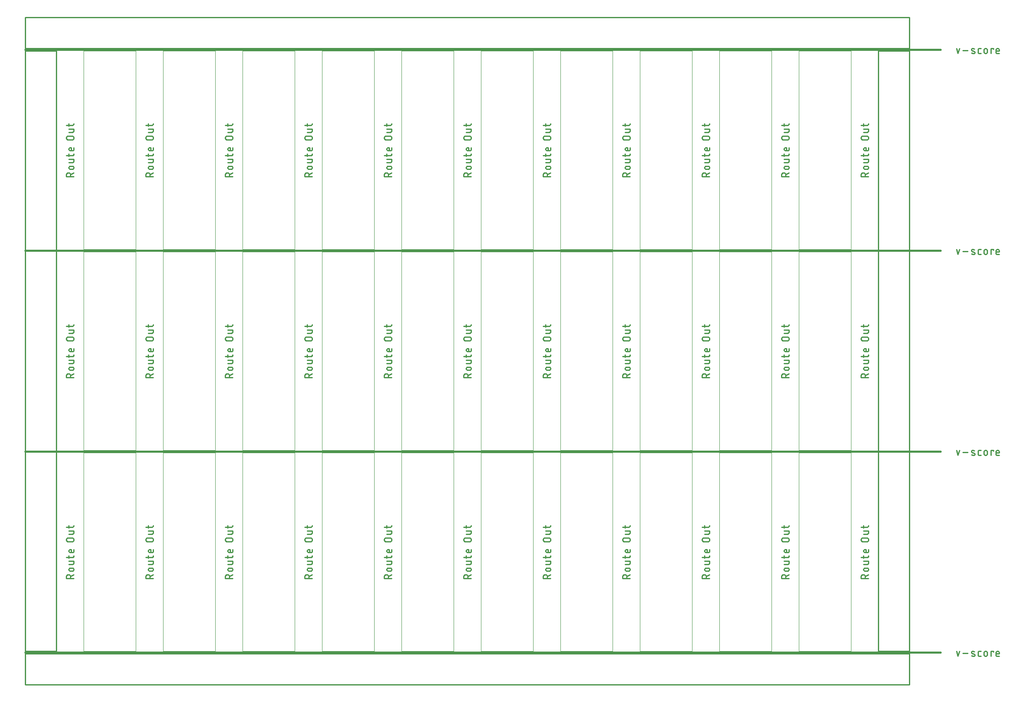
<source format=gko>
G04 EAGLE Gerber RS-274X export*
G75*
%MOMM*%
%FSLAX34Y34*%
%LPD*%
%IN*%
%IPPOS*%
%AMOC8*
5,1,8,0,0,1.08239X$1,22.5*%
G01*
%ADD10C,0.101600*%
%ADD11C,0.279400*%
%ADD12C,0.381000*%
%ADD13C,0.254000*%


D10*
X0Y406400D02*
X0Y0D01*
X106680Y0D01*
X106680Y406400D01*
X0Y406400D01*
D11*
X-20447Y148704D02*
X-35433Y148704D01*
X-35433Y152867D01*
X-35431Y152995D01*
X-35425Y153123D01*
X-35415Y153251D01*
X-35401Y153379D01*
X-35384Y153506D01*
X-35362Y153632D01*
X-35337Y153758D01*
X-35307Y153882D01*
X-35274Y154006D01*
X-35237Y154129D01*
X-35196Y154251D01*
X-35152Y154371D01*
X-35104Y154490D01*
X-35052Y154607D01*
X-34997Y154723D01*
X-34938Y154836D01*
X-34875Y154949D01*
X-34809Y155059D01*
X-34740Y155166D01*
X-34668Y155272D01*
X-34592Y155376D01*
X-34513Y155477D01*
X-34431Y155576D01*
X-34346Y155672D01*
X-34259Y155765D01*
X-34168Y155856D01*
X-34075Y155943D01*
X-33979Y156028D01*
X-33880Y156110D01*
X-33779Y156189D01*
X-33675Y156265D01*
X-33569Y156337D01*
X-33462Y156406D01*
X-33351Y156472D01*
X-33239Y156535D01*
X-33126Y156594D01*
X-33010Y156649D01*
X-32893Y156701D01*
X-32774Y156749D01*
X-32654Y156793D01*
X-32532Y156834D01*
X-32409Y156871D01*
X-32285Y156904D01*
X-32161Y156934D01*
X-32035Y156959D01*
X-31909Y156981D01*
X-31782Y156998D01*
X-31654Y157012D01*
X-31526Y157022D01*
X-31398Y157028D01*
X-31270Y157030D01*
X-31142Y157028D01*
X-31014Y157022D01*
X-30886Y157012D01*
X-30758Y156998D01*
X-30631Y156981D01*
X-30505Y156959D01*
X-30379Y156934D01*
X-30255Y156904D01*
X-30131Y156871D01*
X-30008Y156834D01*
X-29886Y156793D01*
X-29766Y156749D01*
X-29647Y156701D01*
X-29530Y156649D01*
X-29414Y156594D01*
X-29301Y156535D01*
X-29189Y156472D01*
X-29078Y156406D01*
X-28971Y156337D01*
X-28865Y156265D01*
X-28761Y156189D01*
X-28660Y156110D01*
X-28561Y156028D01*
X-28465Y155943D01*
X-28372Y155856D01*
X-28281Y155765D01*
X-28194Y155672D01*
X-28109Y155576D01*
X-28027Y155477D01*
X-27948Y155376D01*
X-27872Y155272D01*
X-27800Y155166D01*
X-27731Y155059D01*
X-27665Y154949D01*
X-27602Y154836D01*
X-27543Y154723D01*
X-27488Y154607D01*
X-27436Y154490D01*
X-27388Y154371D01*
X-27344Y154251D01*
X-27303Y154129D01*
X-27266Y154006D01*
X-27233Y153882D01*
X-27203Y153758D01*
X-27178Y153632D01*
X-27156Y153506D01*
X-27139Y153379D01*
X-27125Y153251D01*
X-27115Y153123D01*
X-27109Y152995D01*
X-27107Y152867D01*
X-27107Y148704D01*
X-27107Y153699D02*
X-20447Y157029D01*
X-23777Y163988D02*
X-27107Y163988D01*
X-27221Y163990D01*
X-27334Y163996D01*
X-27448Y164005D01*
X-27560Y164019D01*
X-27673Y164036D01*
X-27785Y164058D01*
X-27895Y164083D01*
X-28005Y164111D01*
X-28114Y164144D01*
X-28222Y164180D01*
X-28329Y164220D01*
X-28434Y164264D01*
X-28537Y164311D01*
X-28639Y164361D01*
X-28739Y164415D01*
X-28837Y164473D01*
X-28933Y164534D01*
X-29027Y164597D01*
X-29119Y164665D01*
X-29209Y164735D01*
X-29295Y164808D01*
X-29380Y164884D01*
X-29462Y164963D01*
X-29541Y165045D01*
X-29617Y165130D01*
X-29690Y165216D01*
X-29760Y165306D01*
X-29828Y165398D01*
X-29891Y165492D01*
X-29952Y165588D01*
X-30010Y165686D01*
X-30064Y165786D01*
X-30114Y165888D01*
X-30161Y165991D01*
X-30205Y166096D01*
X-30245Y166203D01*
X-30281Y166311D01*
X-30314Y166420D01*
X-30342Y166530D01*
X-30367Y166640D01*
X-30389Y166752D01*
X-30406Y166865D01*
X-30420Y166977D01*
X-30429Y167091D01*
X-30435Y167204D01*
X-30437Y167318D01*
X-30435Y167432D01*
X-30429Y167545D01*
X-30420Y167659D01*
X-30406Y167771D01*
X-30389Y167884D01*
X-30367Y167996D01*
X-30342Y168106D01*
X-30314Y168216D01*
X-30281Y168325D01*
X-30245Y168433D01*
X-30205Y168540D01*
X-30161Y168645D01*
X-30114Y168748D01*
X-30064Y168850D01*
X-30010Y168950D01*
X-29952Y169048D01*
X-29891Y169144D01*
X-29828Y169238D01*
X-29760Y169330D01*
X-29690Y169420D01*
X-29617Y169506D01*
X-29541Y169591D01*
X-29462Y169673D01*
X-29380Y169752D01*
X-29295Y169828D01*
X-29209Y169901D01*
X-29119Y169971D01*
X-29027Y170039D01*
X-28933Y170102D01*
X-28837Y170163D01*
X-28739Y170221D01*
X-28639Y170275D01*
X-28537Y170325D01*
X-28434Y170372D01*
X-28329Y170416D01*
X-28222Y170456D01*
X-28114Y170492D01*
X-28005Y170525D01*
X-27895Y170553D01*
X-27785Y170578D01*
X-27673Y170600D01*
X-27560Y170617D01*
X-27448Y170631D01*
X-27334Y170640D01*
X-27221Y170646D01*
X-27107Y170648D01*
X-23777Y170648D01*
X-23663Y170646D01*
X-23550Y170640D01*
X-23436Y170631D01*
X-23324Y170617D01*
X-23211Y170600D01*
X-23099Y170578D01*
X-22989Y170553D01*
X-22879Y170525D01*
X-22770Y170492D01*
X-22662Y170456D01*
X-22555Y170416D01*
X-22450Y170372D01*
X-22347Y170325D01*
X-22245Y170275D01*
X-22145Y170221D01*
X-22047Y170163D01*
X-21951Y170102D01*
X-21857Y170039D01*
X-21765Y169971D01*
X-21675Y169901D01*
X-21589Y169828D01*
X-21504Y169752D01*
X-21422Y169673D01*
X-21343Y169591D01*
X-21267Y169506D01*
X-21194Y169420D01*
X-21124Y169330D01*
X-21056Y169238D01*
X-20993Y169144D01*
X-20932Y169048D01*
X-20874Y168950D01*
X-20820Y168850D01*
X-20770Y168748D01*
X-20723Y168645D01*
X-20679Y168540D01*
X-20639Y168433D01*
X-20603Y168325D01*
X-20570Y168216D01*
X-20542Y168106D01*
X-20517Y167996D01*
X-20495Y167884D01*
X-20478Y167771D01*
X-20464Y167659D01*
X-20455Y167545D01*
X-20449Y167432D01*
X-20447Y167318D01*
X-20449Y167204D01*
X-20455Y167091D01*
X-20464Y166977D01*
X-20478Y166865D01*
X-20495Y166752D01*
X-20517Y166640D01*
X-20542Y166530D01*
X-20570Y166420D01*
X-20603Y166311D01*
X-20639Y166203D01*
X-20679Y166096D01*
X-20723Y165991D01*
X-20770Y165888D01*
X-20820Y165786D01*
X-20874Y165686D01*
X-20932Y165588D01*
X-20993Y165492D01*
X-21056Y165398D01*
X-21124Y165306D01*
X-21194Y165216D01*
X-21267Y165130D01*
X-21343Y165045D01*
X-21422Y164963D01*
X-21504Y164884D01*
X-21589Y164808D01*
X-21675Y164735D01*
X-21765Y164665D01*
X-21857Y164597D01*
X-21951Y164534D01*
X-22047Y164473D01*
X-22145Y164415D01*
X-22245Y164361D01*
X-22347Y164311D01*
X-22450Y164264D01*
X-22555Y164220D01*
X-22662Y164180D01*
X-22770Y164144D01*
X-22879Y164111D01*
X-22989Y164083D01*
X-23099Y164058D01*
X-23211Y164036D01*
X-23324Y164019D01*
X-23436Y164005D01*
X-23550Y163996D01*
X-23663Y163990D01*
X-23777Y163988D01*
X-22945Y178056D02*
X-30438Y178056D01*
X-22945Y178055D02*
X-22847Y178057D01*
X-22749Y178063D01*
X-22651Y178072D01*
X-22554Y178086D01*
X-22458Y178103D01*
X-22362Y178124D01*
X-22267Y178149D01*
X-22173Y178177D01*
X-22080Y178209D01*
X-21989Y178245D01*
X-21899Y178284D01*
X-21811Y178327D01*
X-21724Y178374D01*
X-21640Y178423D01*
X-21557Y178476D01*
X-21477Y178532D01*
X-21399Y178591D01*
X-21323Y178654D01*
X-21249Y178719D01*
X-21179Y178787D01*
X-21111Y178857D01*
X-21046Y178931D01*
X-20983Y179007D01*
X-20924Y179085D01*
X-20868Y179165D01*
X-20815Y179248D01*
X-20766Y179332D01*
X-20719Y179419D01*
X-20676Y179507D01*
X-20637Y179597D01*
X-20601Y179688D01*
X-20569Y179781D01*
X-20541Y179875D01*
X-20516Y179970D01*
X-20495Y180066D01*
X-20478Y180162D01*
X-20464Y180259D01*
X-20455Y180357D01*
X-20449Y180455D01*
X-20447Y180553D01*
X-20447Y184716D01*
X-30438Y184716D01*
X-30438Y190697D02*
X-30438Y195692D01*
X-35433Y192362D02*
X-22945Y192362D01*
X-22847Y192364D01*
X-22749Y192370D01*
X-22651Y192379D01*
X-22554Y192393D01*
X-22458Y192410D01*
X-22362Y192431D01*
X-22267Y192456D01*
X-22173Y192484D01*
X-22080Y192516D01*
X-21989Y192552D01*
X-21899Y192591D01*
X-21811Y192634D01*
X-21724Y192681D01*
X-21640Y192730D01*
X-21557Y192783D01*
X-21477Y192839D01*
X-21399Y192898D01*
X-21323Y192961D01*
X-21249Y193026D01*
X-21179Y193094D01*
X-21111Y193164D01*
X-21046Y193238D01*
X-20983Y193314D01*
X-20924Y193392D01*
X-20868Y193472D01*
X-20815Y193555D01*
X-20766Y193639D01*
X-20719Y193726D01*
X-20676Y193814D01*
X-20637Y193904D01*
X-20601Y193995D01*
X-20569Y194088D01*
X-20541Y194182D01*
X-20516Y194277D01*
X-20495Y194373D01*
X-20478Y194469D01*
X-20464Y194566D01*
X-20455Y194664D01*
X-20449Y194762D01*
X-20447Y194860D01*
X-20447Y195692D01*
X-20447Y204521D02*
X-20447Y208684D01*
X-20447Y204521D02*
X-20449Y204423D01*
X-20455Y204325D01*
X-20464Y204227D01*
X-20478Y204130D01*
X-20495Y204034D01*
X-20516Y203938D01*
X-20541Y203843D01*
X-20569Y203749D01*
X-20601Y203656D01*
X-20637Y203565D01*
X-20676Y203475D01*
X-20719Y203387D01*
X-20766Y203300D01*
X-20815Y203216D01*
X-20868Y203133D01*
X-20924Y203053D01*
X-20983Y202975D01*
X-21046Y202899D01*
X-21111Y202825D01*
X-21179Y202755D01*
X-21249Y202687D01*
X-21323Y202622D01*
X-21399Y202559D01*
X-21477Y202500D01*
X-21557Y202444D01*
X-21640Y202391D01*
X-21724Y202342D01*
X-21811Y202295D01*
X-21899Y202252D01*
X-21989Y202213D01*
X-22080Y202177D01*
X-22173Y202145D01*
X-22267Y202117D01*
X-22362Y202092D01*
X-22458Y202071D01*
X-22554Y202054D01*
X-22651Y202040D01*
X-22749Y202031D01*
X-22847Y202025D01*
X-22945Y202023D01*
X-22945Y202024D02*
X-27107Y202024D01*
X-27221Y202026D01*
X-27334Y202032D01*
X-27448Y202041D01*
X-27560Y202055D01*
X-27673Y202072D01*
X-27785Y202094D01*
X-27895Y202119D01*
X-28005Y202147D01*
X-28114Y202180D01*
X-28222Y202216D01*
X-28329Y202256D01*
X-28434Y202300D01*
X-28537Y202347D01*
X-28639Y202397D01*
X-28739Y202451D01*
X-28837Y202509D01*
X-28933Y202570D01*
X-29027Y202633D01*
X-29119Y202701D01*
X-29209Y202771D01*
X-29295Y202844D01*
X-29380Y202920D01*
X-29462Y202999D01*
X-29541Y203081D01*
X-29617Y203166D01*
X-29690Y203252D01*
X-29760Y203342D01*
X-29828Y203434D01*
X-29891Y203528D01*
X-29952Y203624D01*
X-30010Y203722D01*
X-30064Y203822D01*
X-30114Y203924D01*
X-30161Y204027D01*
X-30205Y204132D01*
X-30245Y204239D01*
X-30281Y204347D01*
X-30314Y204456D01*
X-30342Y204566D01*
X-30367Y204676D01*
X-30389Y204788D01*
X-30406Y204901D01*
X-30420Y205013D01*
X-30429Y205127D01*
X-30435Y205240D01*
X-30437Y205354D01*
X-30435Y205468D01*
X-30429Y205581D01*
X-30420Y205695D01*
X-30406Y205807D01*
X-30389Y205920D01*
X-30367Y206032D01*
X-30342Y206142D01*
X-30314Y206252D01*
X-30281Y206361D01*
X-30245Y206469D01*
X-30205Y206576D01*
X-30161Y206681D01*
X-30114Y206784D01*
X-30064Y206886D01*
X-30010Y206986D01*
X-29952Y207084D01*
X-29891Y207180D01*
X-29828Y207274D01*
X-29760Y207366D01*
X-29690Y207456D01*
X-29617Y207542D01*
X-29541Y207627D01*
X-29462Y207709D01*
X-29380Y207788D01*
X-29295Y207864D01*
X-29209Y207937D01*
X-29119Y208007D01*
X-29027Y208075D01*
X-28933Y208138D01*
X-28837Y208199D01*
X-28739Y208257D01*
X-28639Y208311D01*
X-28537Y208361D01*
X-28434Y208408D01*
X-28329Y208452D01*
X-28222Y208492D01*
X-28114Y208528D01*
X-28005Y208561D01*
X-27895Y208589D01*
X-27785Y208614D01*
X-27673Y208636D01*
X-27560Y208653D01*
X-27448Y208667D01*
X-27334Y208676D01*
X-27221Y208682D01*
X-27107Y208684D01*
X-25442Y208684D01*
X-25442Y202024D01*
X-24610Y224117D02*
X-31270Y224117D01*
X-31398Y224119D01*
X-31526Y224125D01*
X-31654Y224135D01*
X-31782Y224149D01*
X-31909Y224166D01*
X-32035Y224188D01*
X-32161Y224213D01*
X-32285Y224243D01*
X-32409Y224276D01*
X-32532Y224313D01*
X-32654Y224354D01*
X-32774Y224398D01*
X-32893Y224446D01*
X-33010Y224498D01*
X-33126Y224553D01*
X-33239Y224612D01*
X-33352Y224675D01*
X-33462Y224741D01*
X-33569Y224810D01*
X-33675Y224882D01*
X-33779Y224958D01*
X-33880Y225037D01*
X-33979Y225119D01*
X-34075Y225204D01*
X-34168Y225291D01*
X-34259Y225382D01*
X-34346Y225475D01*
X-34431Y225571D01*
X-34513Y225670D01*
X-34592Y225771D01*
X-34668Y225875D01*
X-34740Y225981D01*
X-34809Y226088D01*
X-34875Y226199D01*
X-34938Y226311D01*
X-34997Y226424D01*
X-35052Y226540D01*
X-35104Y226657D01*
X-35152Y226776D01*
X-35196Y226896D01*
X-35237Y227018D01*
X-35274Y227141D01*
X-35307Y227265D01*
X-35337Y227389D01*
X-35362Y227515D01*
X-35384Y227641D01*
X-35401Y227768D01*
X-35415Y227896D01*
X-35425Y228024D01*
X-35431Y228152D01*
X-35433Y228280D01*
X-35431Y228408D01*
X-35425Y228536D01*
X-35415Y228664D01*
X-35401Y228792D01*
X-35384Y228919D01*
X-35362Y229045D01*
X-35337Y229171D01*
X-35307Y229295D01*
X-35274Y229419D01*
X-35237Y229542D01*
X-35196Y229664D01*
X-35152Y229784D01*
X-35104Y229903D01*
X-35052Y230020D01*
X-34997Y230136D01*
X-34938Y230249D01*
X-34875Y230362D01*
X-34809Y230472D01*
X-34740Y230579D01*
X-34668Y230685D01*
X-34592Y230789D01*
X-34513Y230890D01*
X-34431Y230989D01*
X-34346Y231085D01*
X-34259Y231178D01*
X-34168Y231269D01*
X-34075Y231356D01*
X-33979Y231441D01*
X-33880Y231523D01*
X-33779Y231602D01*
X-33675Y231678D01*
X-33569Y231750D01*
X-33462Y231819D01*
X-33351Y231885D01*
X-33239Y231948D01*
X-33126Y232007D01*
X-33010Y232062D01*
X-32893Y232114D01*
X-32774Y232162D01*
X-32654Y232206D01*
X-32532Y232247D01*
X-32409Y232284D01*
X-32285Y232317D01*
X-32161Y232347D01*
X-32035Y232372D01*
X-31909Y232394D01*
X-31782Y232411D01*
X-31654Y232425D01*
X-31526Y232435D01*
X-31398Y232441D01*
X-31270Y232443D01*
X-31270Y232442D02*
X-24610Y232442D01*
X-24610Y232443D02*
X-24482Y232441D01*
X-24354Y232435D01*
X-24226Y232425D01*
X-24098Y232411D01*
X-23971Y232394D01*
X-23845Y232372D01*
X-23719Y232347D01*
X-23595Y232317D01*
X-23471Y232284D01*
X-23348Y232247D01*
X-23226Y232206D01*
X-23106Y232162D01*
X-22987Y232114D01*
X-22870Y232062D01*
X-22754Y232007D01*
X-22641Y231948D01*
X-22528Y231885D01*
X-22418Y231819D01*
X-22311Y231750D01*
X-22205Y231678D01*
X-22101Y231602D01*
X-22000Y231523D01*
X-21901Y231441D01*
X-21805Y231356D01*
X-21712Y231269D01*
X-21621Y231178D01*
X-21534Y231085D01*
X-21449Y230989D01*
X-21367Y230890D01*
X-21288Y230789D01*
X-21212Y230685D01*
X-21140Y230579D01*
X-21071Y230472D01*
X-21005Y230361D01*
X-20942Y230249D01*
X-20883Y230136D01*
X-20828Y230020D01*
X-20776Y229903D01*
X-20728Y229784D01*
X-20684Y229664D01*
X-20643Y229542D01*
X-20606Y229419D01*
X-20573Y229295D01*
X-20543Y229171D01*
X-20518Y229045D01*
X-20496Y228919D01*
X-20479Y228792D01*
X-20465Y228664D01*
X-20455Y228536D01*
X-20449Y228408D01*
X-20447Y228280D01*
X-20449Y228152D01*
X-20455Y228024D01*
X-20465Y227896D01*
X-20479Y227768D01*
X-20496Y227641D01*
X-20518Y227515D01*
X-20543Y227389D01*
X-20573Y227265D01*
X-20606Y227141D01*
X-20643Y227018D01*
X-20684Y226896D01*
X-20728Y226776D01*
X-20776Y226657D01*
X-20828Y226540D01*
X-20883Y226424D01*
X-20942Y226311D01*
X-21005Y226199D01*
X-21071Y226088D01*
X-21140Y225981D01*
X-21212Y225875D01*
X-21288Y225771D01*
X-21367Y225670D01*
X-21449Y225571D01*
X-21534Y225475D01*
X-21621Y225382D01*
X-21712Y225291D01*
X-21805Y225204D01*
X-21901Y225119D01*
X-22000Y225037D01*
X-22101Y224958D01*
X-22205Y224882D01*
X-22311Y224810D01*
X-22418Y224741D01*
X-22529Y224675D01*
X-22641Y224612D01*
X-22754Y224553D01*
X-22870Y224498D01*
X-22987Y224446D01*
X-23106Y224398D01*
X-23226Y224354D01*
X-23348Y224313D01*
X-23471Y224276D01*
X-23595Y224243D01*
X-23719Y224213D01*
X-23845Y224188D01*
X-23971Y224166D01*
X-24098Y224149D01*
X-24226Y224135D01*
X-24354Y224125D01*
X-24482Y224119D01*
X-24610Y224117D01*
X-22945Y240059D02*
X-30438Y240059D01*
X-22945Y240059D02*
X-22847Y240061D01*
X-22749Y240067D01*
X-22651Y240076D01*
X-22554Y240090D01*
X-22458Y240107D01*
X-22362Y240128D01*
X-22267Y240153D01*
X-22173Y240181D01*
X-22080Y240213D01*
X-21989Y240249D01*
X-21899Y240288D01*
X-21811Y240331D01*
X-21724Y240378D01*
X-21640Y240427D01*
X-21557Y240480D01*
X-21477Y240536D01*
X-21399Y240595D01*
X-21323Y240658D01*
X-21249Y240723D01*
X-21179Y240791D01*
X-21111Y240861D01*
X-21046Y240935D01*
X-20983Y241011D01*
X-20924Y241089D01*
X-20868Y241169D01*
X-20815Y241252D01*
X-20766Y241336D01*
X-20719Y241423D01*
X-20676Y241511D01*
X-20637Y241601D01*
X-20601Y241692D01*
X-20569Y241785D01*
X-20541Y241879D01*
X-20516Y241974D01*
X-20495Y242070D01*
X-20478Y242166D01*
X-20464Y242263D01*
X-20455Y242361D01*
X-20449Y242459D01*
X-20447Y242557D01*
X-20447Y246720D01*
X-30438Y246720D01*
X-30438Y252701D02*
X-30438Y257696D01*
X-35433Y254366D02*
X-22945Y254366D01*
X-22847Y254368D01*
X-22749Y254374D01*
X-22651Y254383D01*
X-22554Y254397D01*
X-22458Y254414D01*
X-22362Y254435D01*
X-22267Y254460D01*
X-22173Y254488D01*
X-22080Y254520D01*
X-21989Y254556D01*
X-21899Y254595D01*
X-21811Y254638D01*
X-21724Y254685D01*
X-21640Y254734D01*
X-21557Y254787D01*
X-21477Y254843D01*
X-21399Y254902D01*
X-21323Y254965D01*
X-21249Y255030D01*
X-21179Y255098D01*
X-21111Y255168D01*
X-21046Y255242D01*
X-20983Y255318D01*
X-20924Y255396D01*
X-20868Y255476D01*
X-20815Y255559D01*
X-20766Y255643D01*
X-20719Y255730D01*
X-20676Y255818D01*
X-20637Y255908D01*
X-20601Y255999D01*
X-20569Y256092D01*
X-20541Y256186D01*
X-20516Y256281D01*
X-20495Y256377D01*
X-20478Y256473D01*
X-20464Y256570D01*
X-20455Y256668D01*
X-20449Y256766D01*
X-20447Y256864D01*
X-20447Y257696D01*
D10*
X162560Y406400D02*
X162560Y0D01*
X269240Y0D01*
X269240Y406400D01*
X162560Y406400D01*
D11*
X142113Y148704D02*
X127127Y148704D01*
X127127Y152867D01*
X127129Y152995D01*
X127135Y153123D01*
X127145Y153251D01*
X127159Y153379D01*
X127176Y153506D01*
X127198Y153632D01*
X127223Y153758D01*
X127253Y153882D01*
X127286Y154006D01*
X127323Y154129D01*
X127364Y154251D01*
X127408Y154371D01*
X127456Y154490D01*
X127508Y154607D01*
X127563Y154723D01*
X127622Y154836D01*
X127685Y154949D01*
X127751Y155059D01*
X127820Y155166D01*
X127892Y155272D01*
X127968Y155376D01*
X128047Y155477D01*
X128129Y155576D01*
X128214Y155672D01*
X128301Y155765D01*
X128392Y155856D01*
X128485Y155943D01*
X128581Y156028D01*
X128680Y156110D01*
X128781Y156189D01*
X128885Y156265D01*
X128991Y156337D01*
X129098Y156406D01*
X129209Y156472D01*
X129321Y156535D01*
X129434Y156594D01*
X129550Y156649D01*
X129667Y156701D01*
X129786Y156749D01*
X129906Y156793D01*
X130028Y156834D01*
X130151Y156871D01*
X130275Y156904D01*
X130399Y156934D01*
X130525Y156959D01*
X130651Y156981D01*
X130778Y156998D01*
X130906Y157012D01*
X131034Y157022D01*
X131162Y157028D01*
X131290Y157030D01*
X131418Y157028D01*
X131546Y157022D01*
X131674Y157012D01*
X131802Y156998D01*
X131929Y156981D01*
X132055Y156959D01*
X132181Y156934D01*
X132305Y156904D01*
X132429Y156871D01*
X132552Y156834D01*
X132674Y156793D01*
X132794Y156749D01*
X132913Y156701D01*
X133030Y156649D01*
X133146Y156594D01*
X133259Y156535D01*
X133372Y156472D01*
X133482Y156406D01*
X133589Y156337D01*
X133695Y156265D01*
X133799Y156189D01*
X133900Y156110D01*
X133999Y156028D01*
X134095Y155943D01*
X134188Y155856D01*
X134279Y155765D01*
X134366Y155672D01*
X134451Y155576D01*
X134533Y155477D01*
X134612Y155376D01*
X134688Y155272D01*
X134760Y155166D01*
X134829Y155059D01*
X134895Y154949D01*
X134958Y154836D01*
X135017Y154723D01*
X135072Y154607D01*
X135124Y154490D01*
X135172Y154371D01*
X135216Y154251D01*
X135257Y154129D01*
X135294Y154006D01*
X135327Y153882D01*
X135357Y153758D01*
X135382Y153632D01*
X135404Y153506D01*
X135421Y153379D01*
X135435Y153251D01*
X135445Y153123D01*
X135451Y152995D01*
X135453Y152867D01*
X135453Y148704D01*
X135453Y153699D02*
X142113Y157029D01*
X138783Y163988D02*
X135453Y163988D01*
X135339Y163990D01*
X135226Y163996D01*
X135112Y164005D01*
X135000Y164019D01*
X134887Y164036D01*
X134775Y164058D01*
X134665Y164083D01*
X134555Y164111D01*
X134446Y164144D01*
X134338Y164180D01*
X134231Y164220D01*
X134126Y164264D01*
X134023Y164311D01*
X133921Y164361D01*
X133821Y164415D01*
X133723Y164473D01*
X133627Y164534D01*
X133533Y164597D01*
X133441Y164665D01*
X133351Y164735D01*
X133265Y164808D01*
X133180Y164884D01*
X133098Y164963D01*
X133019Y165045D01*
X132943Y165130D01*
X132870Y165216D01*
X132800Y165306D01*
X132732Y165398D01*
X132669Y165492D01*
X132608Y165588D01*
X132550Y165686D01*
X132496Y165786D01*
X132446Y165888D01*
X132399Y165991D01*
X132355Y166096D01*
X132315Y166203D01*
X132279Y166311D01*
X132246Y166420D01*
X132218Y166530D01*
X132193Y166640D01*
X132171Y166752D01*
X132154Y166865D01*
X132140Y166977D01*
X132131Y167091D01*
X132125Y167204D01*
X132123Y167318D01*
X132125Y167432D01*
X132131Y167545D01*
X132140Y167659D01*
X132154Y167771D01*
X132171Y167884D01*
X132193Y167996D01*
X132218Y168106D01*
X132246Y168216D01*
X132279Y168325D01*
X132315Y168433D01*
X132355Y168540D01*
X132399Y168645D01*
X132446Y168748D01*
X132496Y168850D01*
X132550Y168950D01*
X132608Y169048D01*
X132669Y169144D01*
X132732Y169238D01*
X132800Y169330D01*
X132870Y169420D01*
X132943Y169506D01*
X133019Y169591D01*
X133098Y169673D01*
X133180Y169752D01*
X133265Y169828D01*
X133351Y169901D01*
X133441Y169971D01*
X133533Y170039D01*
X133627Y170102D01*
X133723Y170163D01*
X133821Y170221D01*
X133921Y170275D01*
X134023Y170325D01*
X134126Y170372D01*
X134231Y170416D01*
X134338Y170456D01*
X134446Y170492D01*
X134555Y170525D01*
X134665Y170553D01*
X134775Y170578D01*
X134887Y170600D01*
X135000Y170617D01*
X135112Y170631D01*
X135226Y170640D01*
X135339Y170646D01*
X135453Y170648D01*
X138783Y170648D01*
X138897Y170646D01*
X139010Y170640D01*
X139124Y170631D01*
X139236Y170617D01*
X139349Y170600D01*
X139461Y170578D01*
X139571Y170553D01*
X139681Y170525D01*
X139790Y170492D01*
X139898Y170456D01*
X140005Y170416D01*
X140110Y170372D01*
X140213Y170325D01*
X140315Y170275D01*
X140415Y170221D01*
X140513Y170163D01*
X140609Y170102D01*
X140703Y170039D01*
X140795Y169971D01*
X140885Y169901D01*
X140971Y169828D01*
X141056Y169752D01*
X141138Y169673D01*
X141217Y169591D01*
X141293Y169506D01*
X141366Y169420D01*
X141436Y169330D01*
X141504Y169238D01*
X141567Y169144D01*
X141628Y169048D01*
X141686Y168950D01*
X141740Y168850D01*
X141790Y168748D01*
X141837Y168645D01*
X141881Y168540D01*
X141921Y168433D01*
X141957Y168325D01*
X141990Y168216D01*
X142018Y168106D01*
X142043Y167996D01*
X142065Y167884D01*
X142082Y167771D01*
X142096Y167659D01*
X142105Y167545D01*
X142111Y167432D01*
X142113Y167318D01*
X142111Y167204D01*
X142105Y167091D01*
X142096Y166977D01*
X142082Y166865D01*
X142065Y166752D01*
X142043Y166640D01*
X142018Y166530D01*
X141990Y166420D01*
X141957Y166311D01*
X141921Y166203D01*
X141881Y166096D01*
X141837Y165991D01*
X141790Y165888D01*
X141740Y165786D01*
X141686Y165686D01*
X141628Y165588D01*
X141567Y165492D01*
X141504Y165398D01*
X141436Y165306D01*
X141366Y165216D01*
X141293Y165130D01*
X141217Y165045D01*
X141138Y164963D01*
X141056Y164884D01*
X140971Y164808D01*
X140885Y164735D01*
X140795Y164665D01*
X140703Y164597D01*
X140609Y164534D01*
X140513Y164473D01*
X140415Y164415D01*
X140315Y164361D01*
X140213Y164311D01*
X140110Y164264D01*
X140005Y164220D01*
X139898Y164180D01*
X139790Y164144D01*
X139681Y164111D01*
X139571Y164083D01*
X139461Y164058D01*
X139349Y164036D01*
X139236Y164019D01*
X139124Y164005D01*
X139010Y163996D01*
X138897Y163990D01*
X138783Y163988D01*
X139615Y178056D02*
X132122Y178056D01*
X139615Y178055D02*
X139713Y178057D01*
X139811Y178063D01*
X139909Y178072D01*
X140006Y178086D01*
X140102Y178103D01*
X140198Y178124D01*
X140293Y178149D01*
X140387Y178177D01*
X140480Y178209D01*
X140571Y178245D01*
X140661Y178284D01*
X140749Y178327D01*
X140836Y178374D01*
X140920Y178423D01*
X141003Y178476D01*
X141083Y178532D01*
X141162Y178591D01*
X141237Y178654D01*
X141311Y178719D01*
X141381Y178787D01*
X141449Y178857D01*
X141515Y178931D01*
X141577Y179007D01*
X141636Y179085D01*
X141692Y179165D01*
X141745Y179248D01*
X141795Y179332D01*
X141841Y179419D01*
X141884Y179507D01*
X141923Y179597D01*
X141959Y179688D01*
X141991Y179781D01*
X142019Y179875D01*
X142044Y179970D01*
X142065Y180066D01*
X142082Y180162D01*
X142096Y180259D01*
X142105Y180357D01*
X142111Y180455D01*
X142113Y180553D01*
X142113Y184716D01*
X132122Y184716D01*
X132122Y190697D02*
X132122Y195692D01*
X127127Y192362D02*
X139615Y192362D01*
X139713Y192364D01*
X139811Y192370D01*
X139909Y192379D01*
X140006Y192393D01*
X140102Y192410D01*
X140198Y192431D01*
X140293Y192456D01*
X140387Y192484D01*
X140480Y192516D01*
X140571Y192552D01*
X140661Y192591D01*
X140749Y192634D01*
X140836Y192681D01*
X140920Y192730D01*
X141003Y192783D01*
X141083Y192839D01*
X141162Y192898D01*
X141237Y192961D01*
X141311Y193026D01*
X141381Y193094D01*
X141449Y193164D01*
X141515Y193238D01*
X141577Y193314D01*
X141636Y193392D01*
X141692Y193472D01*
X141745Y193555D01*
X141795Y193639D01*
X141841Y193726D01*
X141884Y193814D01*
X141923Y193904D01*
X141959Y193995D01*
X141991Y194088D01*
X142019Y194182D01*
X142044Y194277D01*
X142065Y194373D01*
X142082Y194469D01*
X142096Y194566D01*
X142105Y194664D01*
X142111Y194762D01*
X142113Y194860D01*
X142113Y195692D01*
X142113Y204521D02*
X142113Y208684D01*
X142113Y204521D02*
X142111Y204423D01*
X142105Y204325D01*
X142096Y204227D01*
X142082Y204130D01*
X142065Y204034D01*
X142044Y203938D01*
X142019Y203843D01*
X141991Y203749D01*
X141959Y203656D01*
X141923Y203565D01*
X141884Y203475D01*
X141841Y203387D01*
X141794Y203300D01*
X141745Y203216D01*
X141692Y203133D01*
X141636Y203053D01*
X141577Y202975D01*
X141515Y202899D01*
X141449Y202825D01*
X141381Y202755D01*
X141311Y202687D01*
X141237Y202622D01*
X141162Y202559D01*
X141083Y202500D01*
X141003Y202444D01*
X140920Y202391D01*
X140836Y202342D01*
X140749Y202295D01*
X140661Y202252D01*
X140571Y202213D01*
X140480Y202177D01*
X140387Y202145D01*
X140293Y202117D01*
X140198Y202092D01*
X140102Y202071D01*
X140006Y202054D01*
X139909Y202040D01*
X139811Y202031D01*
X139713Y202025D01*
X139615Y202023D01*
X139615Y202024D02*
X135453Y202024D01*
X135339Y202026D01*
X135226Y202032D01*
X135112Y202041D01*
X135000Y202055D01*
X134887Y202072D01*
X134775Y202094D01*
X134665Y202119D01*
X134555Y202147D01*
X134446Y202180D01*
X134338Y202216D01*
X134231Y202256D01*
X134126Y202300D01*
X134023Y202347D01*
X133921Y202397D01*
X133821Y202451D01*
X133723Y202509D01*
X133627Y202570D01*
X133533Y202633D01*
X133441Y202701D01*
X133351Y202771D01*
X133265Y202844D01*
X133180Y202920D01*
X133098Y202999D01*
X133019Y203081D01*
X132943Y203166D01*
X132870Y203252D01*
X132800Y203342D01*
X132732Y203434D01*
X132669Y203528D01*
X132608Y203624D01*
X132550Y203722D01*
X132496Y203822D01*
X132446Y203924D01*
X132399Y204027D01*
X132355Y204132D01*
X132315Y204239D01*
X132279Y204347D01*
X132246Y204456D01*
X132218Y204566D01*
X132193Y204676D01*
X132171Y204788D01*
X132154Y204901D01*
X132140Y205013D01*
X132131Y205127D01*
X132125Y205240D01*
X132123Y205354D01*
X132125Y205468D01*
X132131Y205581D01*
X132140Y205695D01*
X132154Y205807D01*
X132171Y205920D01*
X132193Y206032D01*
X132218Y206142D01*
X132246Y206252D01*
X132279Y206361D01*
X132315Y206469D01*
X132355Y206576D01*
X132399Y206681D01*
X132446Y206784D01*
X132496Y206886D01*
X132550Y206986D01*
X132608Y207084D01*
X132669Y207180D01*
X132732Y207274D01*
X132800Y207366D01*
X132870Y207456D01*
X132943Y207542D01*
X133019Y207627D01*
X133098Y207709D01*
X133180Y207788D01*
X133265Y207864D01*
X133351Y207937D01*
X133441Y208007D01*
X133533Y208075D01*
X133627Y208138D01*
X133723Y208199D01*
X133821Y208257D01*
X133921Y208311D01*
X134023Y208361D01*
X134126Y208408D01*
X134231Y208452D01*
X134338Y208492D01*
X134446Y208528D01*
X134555Y208561D01*
X134665Y208589D01*
X134775Y208614D01*
X134887Y208636D01*
X135000Y208653D01*
X135112Y208667D01*
X135226Y208676D01*
X135339Y208682D01*
X135453Y208684D01*
X137118Y208684D01*
X137118Y202024D01*
X137950Y224117D02*
X131290Y224117D01*
X131162Y224119D01*
X131034Y224125D01*
X130906Y224135D01*
X130778Y224149D01*
X130651Y224166D01*
X130525Y224188D01*
X130399Y224213D01*
X130275Y224243D01*
X130151Y224276D01*
X130028Y224313D01*
X129906Y224354D01*
X129786Y224398D01*
X129667Y224446D01*
X129550Y224498D01*
X129434Y224553D01*
X129321Y224612D01*
X129208Y224675D01*
X129098Y224741D01*
X128991Y224810D01*
X128885Y224882D01*
X128781Y224958D01*
X128680Y225037D01*
X128581Y225119D01*
X128485Y225204D01*
X128392Y225291D01*
X128301Y225382D01*
X128214Y225475D01*
X128129Y225571D01*
X128047Y225670D01*
X127968Y225771D01*
X127892Y225875D01*
X127820Y225981D01*
X127751Y226088D01*
X127685Y226199D01*
X127622Y226311D01*
X127563Y226424D01*
X127508Y226540D01*
X127456Y226657D01*
X127408Y226776D01*
X127364Y226896D01*
X127323Y227018D01*
X127286Y227141D01*
X127253Y227265D01*
X127223Y227389D01*
X127198Y227515D01*
X127176Y227641D01*
X127159Y227768D01*
X127145Y227896D01*
X127135Y228024D01*
X127129Y228152D01*
X127127Y228280D01*
X127129Y228408D01*
X127135Y228536D01*
X127145Y228664D01*
X127159Y228792D01*
X127176Y228919D01*
X127198Y229045D01*
X127223Y229171D01*
X127253Y229295D01*
X127286Y229419D01*
X127323Y229542D01*
X127364Y229664D01*
X127408Y229784D01*
X127456Y229903D01*
X127508Y230020D01*
X127563Y230136D01*
X127622Y230249D01*
X127685Y230362D01*
X127751Y230472D01*
X127820Y230579D01*
X127892Y230685D01*
X127968Y230789D01*
X128047Y230890D01*
X128129Y230989D01*
X128214Y231085D01*
X128301Y231178D01*
X128392Y231269D01*
X128485Y231356D01*
X128581Y231441D01*
X128680Y231523D01*
X128781Y231602D01*
X128885Y231678D01*
X128991Y231750D01*
X129098Y231819D01*
X129209Y231885D01*
X129321Y231948D01*
X129434Y232007D01*
X129550Y232062D01*
X129667Y232114D01*
X129786Y232162D01*
X129906Y232206D01*
X130028Y232247D01*
X130151Y232284D01*
X130275Y232317D01*
X130399Y232347D01*
X130525Y232372D01*
X130651Y232394D01*
X130778Y232411D01*
X130906Y232425D01*
X131034Y232435D01*
X131162Y232441D01*
X131290Y232443D01*
X131290Y232442D02*
X137950Y232442D01*
X137950Y232443D02*
X138078Y232441D01*
X138206Y232435D01*
X138334Y232425D01*
X138462Y232411D01*
X138589Y232394D01*
X138715Y232372D01*
X138841Y232347D01*
X138965Y232317D01*
X139089Y232284D01*
X139212Y232247D01*
X139334Y232206D01*
X139454Y232162D01*
X139573Y232114D01*
X139690Y232062D01*
X139806Y232007D01*
X139919Y231948D01*
X140032Y231885D01*
X140142Y231819D01*
X140249Y231750D01*
X140355Y231678D01*
X140459Y231602D01*
X140560Y231523D01*
X140659Y231441D01*
X140755Y231356D01*
X140848Y231269D01*
X140939Y231178D01*
X141026Y231085D01*
X141111Y230989D01*
X141193Y230890D01*
X141272Y230789D01*
X141348Y230685D01*
X141420Y230579D01*
X141489Y230472D01*
X141555Y230361D01*
X141618Y230249D01*
X141677Y230136D01*
X141732Y230020D01*
X141784Y229903D01*
X141832Y229784D01*
X141876Y229664D01*
X141917Y229542D01*
X141954Y229419D01*
X141987Y229295D01*
X142017Y229171D01*
X142042Y229045D01*
X142064Y228919D01*
X142081Y228792D01*
X142095Y228664D01*
X142105Y228536D01*
X142111Y228408D01*
X142113Y228280D01*
X142111Y228152D01*
X142105Y228024D01*
X142095Y227896D01*
X142081Y227768D01*
X142064Y227641D01*
X142042Y227515D01*
X142017Y227389D01*
X141987Y227265D01*
X141954Y227141D01*
X141917Y227018D01*
X141876Y226896D01*
X141832Y226776D01*
X141784Y226657D01*
X141732Y226540D01*
X141677Y226424D01*
X141618Y226311D01*
X141555Y226199D01*
X141489Y226088D01*
X141420Y225981D01*
X141348Y225875D01*
X141272Y225771D01*
X141193Y225670D01*
X141111Y225571D01*
X141026Y225475D01*
X140939Y225382D01*
X140848Y225291D01*
X140755Y225204D01*
X140659Y225119D01*
X140560Y225037D01*
X140459Y224958D01*
X140355Y224882D01*
X140249Y224810D01*
X140142Y224741D01*
X140032Y224675D01*
X139919Y224612D01*
X139806Y224553D01*
X139690Y224498D01*
X139573Y224446D01*
X139454Y224398D01*
X139334Y224354D01*
X139212Y224313D01*
X139089Y224276D01*
X138965Y224243D01*
X138841Y224213D01*
X138715Y224188D01*
X138589Y224166D01*
X138462Y224149D01*
X138334Y224135D01*
X138206Y224125D01*
X138078Y224119D01*
X137950Y224117D01*
X139615Y240059D02*
X132122Y240059D01*
X139615Y240059D02*
X139713Y240061D01*
X139811Y240067D01*
X139909Y240076D01*
X140006Y240090D01*
X140102Y240107D01*
X140198Y240128D01*
X140293Y240153D01*
X140387Y240181D01*
X140480Y240213D01*
X140571Y240249D01*
X140661Y240288D01*
X140749Y240331D01*
X140836Y240378D01*
X140920Y240427D01*
X141003Y240480D01*
X141083Y240536D01*
X141162Y240595D01*
X141237Y240658D01*
X141311Y240723D01*
X141381Y240791D01*
X141449Y240861D01*
X141515Y240935D01*
X141577Y241011D01*
X141636Y241089D01*
X141692Y241169D01*
X141745Y241252D01*
X141795Y241336D01*
X141841Y241423D01*
X141884Y241511D01*
X141923Y241601D01*
X141959Y241692D01*
X141991Y241785D01*
X142019Y241879D01*
X142044Y241974D01*
X142065Y242070D01*
X142082Y242166D01*
X142096Y242263D01*
X142105Y242361D01*
X142111Y242459D01*
X142113Y242557D01*
X142113Y246720D01*
X132122Y246720D01*
X132122Y252701D02*
X132122Y257696D01*
X127127Y254366D02*
X139615Y254366D01*
X139615Y254365D02*
X139713Y254367D01*
X139811Y254373D01*
X139909Y254382D01*
X140006Y254396D01*
X140102Y254413D01*
X140198Y254434D01*
X140293Y254459D01*
X140387Y254487D01*
X140480Y254519D01*
X140571Y254555D01*
X140661Y254594D01*
X140749Y254637D01*
X140836Y254684D01*
X140920Y254733D01*
X141003Y254786D01*
X141083Y254842D01*
X141162Y254901D01*
X141237Y254964D01*
X141311Y255029D01*
X141381Y255097D01*
X141449Y255167D01*
X141515Y255241D01*
X141577Y255317D01*
X141636Y255395D01*
X141692Y255475D01*
X141745Y255558D01*
X141795Y255642D01*
X141841Y255729D01*
X141884Y255817D01*
X141923Y255907D01*
X141959Y255998D01*
X141991Y256091D01*
X142019Y256185D01*
X142044Y256280D01*
X142065Y256376D01*
X142082Y256472D01*
X142096Y256569D01*
X142105Y256667D01*
X142111Y256765D01*
X142113Y256863D01*
X142113Y256864D02*
X142113Y257696D01*
D10*
X325120Y406400D02*
X325120Y0D01*
X431800Y0D01*
X431800Y406400D01*
X325120Y406400D01*
D11*
X304673Y148704D02*
X289687Y148704D01*
X289687Y152867D01*
X289689Y152995D01*
X289695Y153123D01*
X289705Y153251D01*
X289719Y153379D01*
X289736Y153506D01*
X289758Y153632D01*
X289783Y153758D01*
X289813Y153882D01*
X289846Y154006D01*
X289883Y154129D01*
X289924Y154251D01*
X289968Y154371D01*
X290016Y154490D01*
X290068Y154607D01*
X290123Y154723D01*
X290182Y154836D01*
X290245Y154949D01*
X290311Y155059D01*
X290380Y155166D01*
X290452Y155272D01*
X290528Y155376D01*
X290607Y155477D01*
X290689Y155576D01*
X290774Y155672D01*
X290861Y155765D01*
X290952Y155856D01*
X291045Y155943D01*
X291141Y156028D01*
X291240Y156110D01*
X291341Y156189D01*
X291445Y156265D01*
X291551Y156337D01*
X291658Y156406D01*
X291769Y156472D01*
X291881Y156535D01*
X291994Y156594D01*
X292110Y156649D01*
X292227Y156701D01*
X292346Y156749D01*
X292466Y156793D01*
X292588Y156834D01*
X292711Y156871D01*
X292835Y156904D01*
X292959Y156934D01*
X293085Y156959D01*
X293211Y156981D01*
X293338Y156998D01*
X293466Y157012D01*
X293594Y157022D01*
X293722Y157028D01*
X293850Y157030D01*
X293978Y157028D01*
X294106Y157022D01*
X294234Y157012D01*
X294362Y156998D01*
X294489Y156981D01*
X294615Y156959D01*
X294741Y156934D01*
X294865Y156904D01*
X294989Y156871D01*
X295112Y156834D01*
X295234Y156793D01*
X295354Y156749D01*
X295473Y156701D01*
X295590Y156649D01*
X295706Y156594D01*
X295819Y156535D01*
X295932Y156472D01*
X296042Y156406D01*
X296149Y156337D01*
X296255Y156265D01*
X296359Y156189D01*
X296460Y156110D01*
X296559Y156028D01*
X296655Y155943D01*
X296748Y155856D01*
X296839Y155765D01*
X296926Y155672D01*
X297011Y155576D01*
X297093Y155477D01*
X297172Y155376D01*
X297248Y155272D01*
X297320Y155166D01*
X297389Y155059D01*
X297455Y154949D01*
X297518Y154836D01*
X297577Y154723D01*
X297632Y154607D01*
X297684Y154490D01*
X297732Y154371D01*
X297776Y154251D01*
X297817Y154129D01*
X297854Y154006D01*
X297887Y153882D01*
X297917Y153758D01*
X297942Y153632D01*
X297964Y153506D01*
X297981Y153379D01*
X297995Y153251D01*
X298005Y153123D01*
X298011Y152995D01*
X298013Y152867D01*
X298013Y148704D01*
X298013Y153699D02*
X304673Y157029D01*
X301343Y163988D02*
X298013Y163988D01*
X297899Y163990D01*
X297786Y163996D01*
X297672Y164005D01*
X297560Y164019D01*
X297447Y164036D01*
X297335Y164058D01*
X297225Y164083D01*
X297115Y164111D01*
X297006Y164144D01*
X296898Y164180D01*
X296791Y164220D01*
X296686Y164264D01*
X296583Y164311D01*
X296481Y164361D01*
X296381Y164415D01*
X296283Y164473D01*
X296187Y164534D01*
X296093Y164597D01*
X296001Y164665D01*
X295911Y164735D01*
X295825Y164808D01*
X295740Y164884D01*
X295658Y164963D01*
X295579Y165045D01*
X295503Y165130D01*
X295430Y165216D01*
X295360Y165306D01*
X295292Y165398D01*
X295229Y165492D01*
X295168Y165588D01*
X295110Y165686D01*
X295056Y165786D01*
X295006Y165888D01*
X294959Y165991D01*
X294915Y166096D01*
X294875Y166203D01*
X294839Y166311D01*
X294806Y166420D01*
X294778Y166530D01*
X294753Y166640D01*
X294731Y166752D01*
X294714Y166865D01*
X294700Y166977D01*
X294691Y167091D01*
X294685Y167204D01*
X294683Y167318D01*
X294685Y167432D01*
X294691Y167545D01*
X294700Y167659D01*
X294714Y167771D01*
X294731Y167884D01*
X294753Y167996D01*
X294778Y168106D01*
X294806Y168216D01*
X294839Y168325D01*
X294875Y168433D01*
X294915Y168540D01*
X294959Y168645D01*
X295006Y168748D01*
X295056Y168850D01*
X295110Y168950D01*
X295168Y169048D01*
X295229Y169144D01*
X295292Y169238D01*
X295360Y169330D01*
X295430Y169420D01*
X295503Y169506D01*
X295579Y169591D01*
X295658Y169673D01*
X295740Y169752D01*
X295825Y169828D01*
X295911Y169901D01*
X296001Y169971D01*
X296093Y170039D01*
X296187Y170102D01*
X296283Y170163D01*
X296381Y170221D01*
X296481Y170275D01*
X296583Y170325D01*
X296686Y170372D01*
X296791Y170416D01*
X296898Y170456D01*
X297006Y170492D01*
X297115Y170525D01*
X297225Y170553D01*
X297335Y170578D01*
X297447Y170600D01*
X297560Y170617D01*
X297672Y170631D01*
X297786Y170640D01*
X297899Y170646D01*
X298013Y170648D01*
X301343Y170648D01*
X301457Y170646D01*
X301570Y170640D01*
X301684Y170631D01*
X301796Y170617D01*
X301909Y170600D01*
X302021Y170578D01*
X302131Y170553D01*
X302241Y170525D01*
X302350Y170492D01*
X302458Y170456D01*
X302565Y170416D01*
X302670Y170372D01*
X302773Y170325D01*
X302875Y170275D01*
X302975Y170221D01*
X303073Y170163D01*
X303169Y170102D01*
X303263Y170039D01*
X303355Y169971D01*
X303445Y169901D01*
X303531Y169828D01*
X303616Y169752D01*
X303698Y169673D01*
X303777Y169591D01*
X303853Y169506D01*
X303926Y169420D01*
X303996Y169330D01*
X304064Y169238D01*
X304127Y169144D01*
X304188Y169048D01*
X304246Y168950D01*
X304300Y168850D01*
X304350Y168748D01*
X304397Y168645D01*
X304441Y168540D01*
X304481Y168433D01*
X304517Y168325D01*
X304550Y168216D01*
X304578Y168106D01*
X304603Y167996D01*
X304625Y167884D01*
X304642Y167771D01*
X304656Y167659D01*
X304665Y167545D01*
X304671Y167432D01*
X304673Y167318D01*
X304671Y167204D01*
X304665Y167091D01*
X304656Y166977D01*
X304642Y166865D01*
X304625Y166752D01*
X304603Y166640D01*
X304578Y166530D01*
X304550Y166420D01*
X304517Y166311D01*
X304481Y166203D01*
X304441Y166096D01*
X304397Y165991D01*
X304350Y165888D01*
X304300Y165786D01*
X304246Y165686D01*
X304188Y165588D01*
X304127Y165492D01*
X304064Y165398D01*
X303996Y165306D01*
X303926Y165216D01*
X303853Y165130D01*
X303777Y165045D01*
X303698Y164963D01*
X303616Y164884D01*
X303531Y164808D01*
X303445Y164735D01*
X303355Y164665D01*
X303263Y164597D01*
X303169Y164534D01*
X303073Y164473D01*
X302975Y164415D01*
X302875Y164361D01*
X302773Y164311D01*
X302670Y164264D01*
X302565Y164220D01*
X302458Y164180D01*
X302350Y164144D01*
X302241Y164111D01*
X302131Y164083D01*
X302021Y164058D01*
X301909Y164036D01*
X301796Y164019D01*
X301684Y164005D01*
X301570Y163996D01*
X301457Y163990D01*
X301343Y163988D01*
X302175Y178056D02*
X294682Y178056D01*
X302175Y178055D02*
X302273Y178057D01*
X302371Y178063D01*
X302469Y178072D01*
X302566Y178086D01*
X302662Y178103D01*
X302758Y178124D01*
X302853Y178149D01*
X302947Y178177D01*
X303040Y178209D01*
X303131Y178245D01*
X303221Y178284D01*
X303309Y178327D01*
X303396Y178374D01*
X303480Y178423D01*
X303563Y178476D01*
X303643Y178532D01*
X303722Y178591D01*
X303797Y178654D01*
X303871Y178719D01*
X303941Y178787D01*
X304009Y178857D01*
X304075Y178931D01*
X304137Y179007D01*
X304196Y179085D01*
X304252Y179165D01*
X304305Y179248D01*
X304355Y179332D01*
X304401Y179419D01*
X304444Y179507D01*
X304483Y179597D01*
X304519Y179688D01*
X304551Y179781D01*
X304579Y179875D01*
X304604Y179970D01*
X304625Y180066D01*
X304642Y180162D01*
X304656Y180259D01*
X304665Y180357D01*
X304671Y180455D01*
X304673Y180553D01*
X304673Y184716D01*
X294682Y184716D01*
X294682Y190697D02*
X294682Y195692D01*
X289687Y192362D02*
X302175Y192362D01*
X302273Y192364D01*
X302371Y192370D01*
X302469Y192379D01*
X302566Y192393D01*
X302662Y192410D01*
X302758Y192431D01*
X302853Y192456D01*
X302947Y192484D01*
X303040Y192516D01*
X303131Y192552D01*
X303221Y192591D01*
X303309Y192634D01*
X303396Y192681D01*
X303480Y192730D01*
X303563Y192783D01*
X303643Y192839D01*
X303722Y192898D01*
X303797Y192961D01*
X303871Y193026D01*
X303941Y193094D01*
X304009Y193164D01*
X304075Y193238D01*
X304137Y193314D01*
X304196Y193392D01*
X304252Y193472D01*
X304305Y193555D01*
X304355Y193639D01*
X304401Y193726D01*
X304444Y193814D01*
X304483Y193904D01*
X304519Y193995D01*
X304551Y194088D01*
X304579Y194182D01*
X304604Y194277D01*
X304625Y194373D01*
X304642Y194469D01*
X304656Y194566D01*
X304665Y194664D01*
X304671Y194762D01*
X304673Y194860D01*
X304673Y195692D01*
X304673Y204521D02*
X304673Y208684D01*
X304673Y204521D02*
X304671Y204423D01*
X304665Y204325D01*
X304656Y204227D01*
X304642Y204130D01*
X304625Y204034D01*
X304604Y203938D01*
X304579Y203843D01*
X304551Y203749D01*
X304519Y203656D01*
X304483Y203565D01*
X304444Y203475D01*
X304401Y203387D01*
X304354Y203300D01*
X304305Y203216D01*
X304252Y203133D01*
X304196Y203053D01*
X304137Y202975D01*
X304075Y202899D01*
X304009Y202825D01*
X303941Y202755D01*
X303871Y202687D01*
X303797Y202622D01*
X303722Y202559D01*
X303643Y202500D01*
X303563Y202444D01*
X303480Y202391D01*
X303396Y202342D01*
X303309Y202295D01*
X303221Y202252D01*
X303131Y202213D01*
X303040Y202177D01*
X302947Y202145D01*
X302853Y202117D01*
X302758Y202092D01*
X302662Y202071D01*
X302566Y202054D01*
X302469Y202040D01*
X302371Y202031D01*
X302273Y202025D01*
X302175Y202023D01*
X302175Y202024D02*
X298013Y202024D01*
X297899Y202026D01*
X297786Y202032D01*
X297672Y202041D01*
X297560Y202055D01*
X297447Y202072D01*
X297335Y202094D01*
X297225Y202119D01*
X297115Y202147D01*
X297006Y202180D01*
X296898Y202216D01*
X296791Y202256D01*
X296686Y202300D01*
X296583Y202347D01*
X296481Y202397D01*
X296381Y202451D01*
X296283Y202509D01*
X296187Y202570D01*
X296093Y202633D01*
X296001Y202701D01*
X295911Y202771D01*
X295825Y202844D01*
X295740Y202920D01*
X295658Y202999D01*
X295579Y203081D01*
X295503Y203166D01*
X295430Y203252D01*
X295360Y203342D01*
X295292Y203434D01*
X295229Y203528D01*
X295168Y203624D01*
X295110Y203722D01*
X295056Y203822D01*
X295006Y203924D01*
X294959Y204027D01*
X294915Y204132D01*
X294875Y204239D01*
X294839Y204347D01*
X294806Y204456D01*
X294778Y204566D01*
X294753Y204676D01*
X294731Y204788D01*
X294714Y204901D01*
X294700Y205013D01*
X294691Y205127D01*
X294685Y205240D01*
X294683Y205354D01*
X294685Y205468D01*
X294691Y205581D01*
X294700Y205695D01*
X294714Y205807D01*
X294731Y205920D01*
X294753Y206032D01*
X294778Y206142D01*
X294806Y206252D01*
X294839Y206361D01*
X294875Y206469D01*
X294915Y206576D01*
X294959Y206681D01*
X295006Y206784D01*
X295056Y206886D01*
X295110Y206986D01*
X295168Y207084D01*
X295229Y207180D01*
X295292Y207274D01*
X295360Y207366D01*
X295430Y207456D01*
X295503Y207542D01*
X295579Y207627D01*
X295658Y207709D01*
X295740Y207788D01*
X295825Y207864D01*
X295911Y207937D01*
X296001Y208007D01*
X296093Y208075D01*
X296187Y208138D01*
X296283Y208199D01*
X296381Y208257D01*
X296481Y208311D01*
X296583Y208361D01*
X296686Y208408D01*
X296791Y208452D01*
X296898Y208492D01*
X297006Y208528D01*
X297115Y208561D01*
X297225Y208589D01*
X297335Y208614D01*
X297447Y208636D01*
X297560Y208653D01*
X297672Y208667D01*
X297786Y208676D01*
X297899Y208682D01*
X298013Y208684D01*
X299678Y208684D01*
X299678Y202024D01*
X300510Y224117D02*
X293850Y224117D01*
X293722Y224119D01*
X293594Y224125D01*
X293466Y224135D01*
X293338Y224149D01*
X293211Y224166D01*
X293085Y224188D01*
X292959Y224213D01*
X292835Y224243D01*
X292711Y224276D01*
X292588Y224313D01*
X292466Y224354D01*
X292346Y224398D01*
X292227Y224446D01*
X292110Y224498D01*
X291994Y224553D01*
X291881Y224612D01*
X291769Y224675D01*
X291658Y224741D01*
X291551Y224810D01*
X291445Y224882D01*
X291341Y224958D01*
X291240Y225037D01*
X291141Y225119D01*
X291045Y225204D01*
X290952Y225291D01*
X290861Y225382D01*
X290774Y225475D01*
X290689Y225571D01*
X290607Y225670D01*
X290528Y225771D01*
X290452Y225875D01*
X290380Y225981D01*
X290311Y226088D01*
X290245Y226199D01*
X290182Y226311D01*
X290123Y226424D01*
X290068Y226540D01*
X290016Y226657D01*
X289968Y226776D01*
X289924Y226896D01*
X289883Y227018D01*
X289846Y227141D01*
X289813Y227265D01*
X289783Y227389D01*
X289758Y227515D01*
X289736Y227641D01*
X289719Y227768D01*
X289705Y227896D01*
X289695Y228024D01*
X289689Y228152D01*
X289687Y228280D01*
X289689Y228408D01*
X289695Y228536D01*
X289705Y228664D01*
X289719Y228792D01*
X289736Y228919D01*
X289758Y229045D01*
X289783Y229171D01*
X289813Y229295D01*
X289846Y229419D01*
X289883Y229542D01*
X289924Y229664D01*
X289968Y229784D01*
X290016Y229903D01*
X290068Y230020D01*
X290123Y230136D01*
X290182Y230249D01*
X290245Y230362D01*
X290311Y230472D01*
X290380Y230579D01*
X290452Y230685D01*
X290528Y230789D01*
X290607Y230890D01*
X290689Y230989D01*
X290774Y231085D01*
X290861Y231178D01*
X290952Y231269D01*
X291045Y231356D01*
X291141Y231441D01*
X291240Y231523D01*
X291341Y231602D01*
X291445Y231678D01*
X291551Y231750D01*
X291658Y231819D01*
X291769Y231885D01*
X291881Y231948D01*
X291994Y232007D01*
X292110Y232062D01*
X292227Y232114D01*
X292346Y232162D01*
X292466Y232206D01*
X292588Y232247D01*
X292711Y232284D01*
X292835Y232317D01*
X292959Y232347D01*
X293085Y232372D01*
X293211Y232394D01*
X293338Y232411D01*
X293466Y232425D01*
X293594Y232435D01*
X293722Y232441D01*
X293850Y232443D01*
X293850Y232442D02*
X300510Y232442D01*
X300510Y232443D02*
X300638Y232441D01*
X300766Y232435D01*
X300894Y232425D01*
X301022Y232411D01*
X301149Y232394D01*
X301275Y232372D01*
X301401Y232347D01*
X301525Y232317D01*
X301649Y232284D01*
X301772Y232247D01*
X301894Y232206D01*
X302014Y232162D01*
X302133Y232114D01*
X302250Y232062D01*
X302366Y232007D01*
X302479Y231948D01*
X302592Y231885D01*
X302702Y231819D01*
X302809Y231750D01*
X302915Y231678D01*
X303019Y231602D01*
X303120Y231523D01*
X303219Y231441D01*
X303315Y231356D01*
X303408Y231269D01*
X303499Y231178D01*
X303586Y231085D01*
X303671Y230989D01*
X303753Y230890D01*
X303832Y230789D01*
X303908Y230685D01*
X303980Y230579D01*
X304049Y230472D01*
X304115Y230361D01*
X304178Y230249D01*
X304237Y230136D01*
X304292Y230020D01*
X304344Y229903D01*
X304392Y229784D01*
X304436Y229664D01*
X304477Y229542D01*
X304514Y229419D01*
X304547Y229295D01*
X304577Y229171D01*
X304602Y229045D01*
X304624Y228919D01*
X304641Y228792D01*
X304655Y228664D01*
X304665Y228536D01*
X304671Y228408D01*
X304673Y228280D01*
X304671Y228152D01*
X304665Y228024D01*
X304655Y227896D01*
X304641Y227768D01*
X304624Y227641D01*
X304602Y227515D01*
X304577Y227389D01*
X304547Y227265D01*
X304514Y227141D01*
X304477Y227018D01*
X304436Y226896D01*
X304392Y226776D01*
X304344Y226657D01*
X304292Y226540D01*
X304237Y226424D01*
X304178Y226311D01*
X304115Y226199D01*
X304049Y226088D01*
X303980Y225981D01*
X303908Y225875D01*
X303832Y225771D01*
X303753Y225670D01*
X303671Y225571D01*
X303586Y225475D01*
X303499Y225382D01*
X303408Y225291D01*
X303315Y225204D01*
X303219Y225119D01*
X303120Y225037D01*
X303019Y224958D01*
X302915Y224882D01*
X302809Y224810D01*
X302702Y224741D01*
X302592Y224675D01*
X302479Y224612D01*
X302366Y224553D01*
X302250Y224498D01*
X302133Y224446D01*
X302014Y224398D01*
X301894Y224354D01*
X301772Y224313D01*
X301649Y224276D01*
X301525Y224243D01*
X301401Y224213D01*
X301275Y224188D01*
X301149Y224166D01*
X301022Y224149D01*
X300894Y224135D01*
X300766Y224125D01*
X300638Y224119D01*
X300510Y224117D01*
X302175Y240059D02*
X294682Y240059D01*
X302175Y240059D02*
X302273Y240061D01*
X302371Y240067D01*
X302469Y240076D01*
X302566Y240090D01*
X302662Y240107D01*
X302758Y240128D01*
X302853Y240153D01*
X302947Y240181D01*
X303040Y240213D01*
X303131Y240249D01*
X303221Y240288D01*
X303309Y240331D01*
X303396Y240378D01*
X303480Y240427D01*
X303563Y240480D01*
X303643Y240536D01*
X303722Y240595D01*
X303797Y240658D01*
X303871Y240723D01*
X303941Y240791D01*
X304009Y240861D01*
X304075Y240935D01*
X304137Y241011D01*
X304196Y241089D01*
X304252Y241169D01*
X304305Y241252D01*
X304355Y241336D01*
X304401Y241423D01*
X304444Y241511D01*
X304483Y241601D01*
X304519Y241692D01*
X304551Y241785D01*
X304579Y241879D01*
X304604Y241974D01*
X304625Y242070D01*
X304642Y242166D01*
X304656Y242263D01*
X304665Y242361D01*
X304671Y242459D01*
X304673Y242557D01*
X304673Y246720D01*
X294682Y246720D01*
X294682Y252701D02*
X294682Y257696D01*
X289687Y254366D02*
X302175Y254366D01*
X302175Y254365D02*
X302273Y254367D01*
X302371Y254373D01*
X302469Y254382D01*
X302566Y254396D01*
X302662Y254413D01*
X302758Y254434D01*
X302853Y254459D01*
X302947Y254487D01*
X303040Y254519D01*
X303131Y254555D01*
X303221Y254594D01*
X303309Y254637D01*
X303396Y254684D01*
X303480Y254733D01*
X303563Y254786D01*
X303643Y254842D01*
X303722Y254901D01*
X303797Y254964D01*
X303871Y255029D01*
X303941Y255097D01*
X304009Y255167D01*
X304075Y255241D01*
X304137Y255317D01*
X304196Y255395D01*
X304252Y255475D01*
X304305Y255558D01*
X304355Y255642D01*
X304401Y255729D01*
X304444Y255817D01*
X304483Y255907D01*
X304519Y255998D01*
X304551Y256091D01*
X304579Y256185D01*
X304604Y256280D01*
X304625Y256376D01*
X304642Y256472D01*
X304656Y256569D01*
X304665Y256667D01*
X304671Y256765D01*
X304673Y256863D01*
X304673Y256864D02*
X304673Y257696D01*
D10*
X487680Y406400D02*
X487680Y0D01*
X594360Y0D01*
X594360Y406400D01*
X487680Y406400D01*
D11*
X467233Y148704D02*
X452247Y148704D01*
X452247Y152867D01*
X452249Y152995D01*
X452255Y153123D01*
X452265Y153251D01*
X452279Y153379D01*
X452296Y153506D01*
X452318Y153632D01*
X452343Y153758D01*
X452373Y153882D01*
X452406Y154006D01*
X452443Y154129D01*
X452484Y154251D01*
X452528Y154371D01*
X452576Y154490D01*
X452628Y154607D01*
X452683Y154723D01*
X452742Y154836D01*
X452805Y154949D01*
X452871Y155059D01*
X452940Y155166D01*
X453012Y155272D01*
X453088Y155376D01*
X453167Y155477D01*
X453249Y155576D01*
X453334Y155672D01*
X453421Y155765D01*
X453512Y155856D01*
X453605Y155943D01*
X453701Y156028D01*
X453800Y156110D01*
X453901Y156189D01*
X454005Y156265D01*
X454111Y156337D01*
X454218Y156406D01*
X454329Y156472D01*
X454441Y156535D01*
X454554Y156594D01*
X454670Y156649D01*
X454787Y156701D01*
X454906Y156749D01*
X455026Y156793D01*
X455148Y156834D01*
X455271Y156871D01*
X455395Y156904D01*
X455519Y156934D01*
X455645Y156959D01*
X455771Y156981D01*
X455898Y156998D01*
X456026Y157012D01*
X456154Y157022D01*
X456282Y157028D01*
X456410Y157030D01*
X456538Y157028D01*
X456666Y157022D01*
X456794Y157012D01*
X456922Y156998D01*
X457049Y156981D01*
X457175Y156959D01*
X457301Y156934D01*
X457425Y156904D01*
X457549Y156871D01*
X457672Y156834D01*
X457794Y156793D01*
X457914Y156749D01*
X458033Y156701D01*
X458150Y156649D01*
X458266Y156594D01*
X458379Y156535D01*
X458492Y156472D01*
X458602Y156406D01*
X458709Y156337D01*
X458815Y156265D01*
X458919Y156189D01*
X459020Y156110D01*
X459119Y156028D01*
X459215Y155943D01*
X459308Y155856D01*
X459399Y155765D01*
X459486Y155672D01*
X459571Y155576D01*
X459653Y155477D01*
X459732Y155376D01*
X459808Y155272D01*
X459880Y155166D01*
X459949Y155059D01*
X460015Y154949D01*
X460078Y154836D01*
X460137Y154723D01*
X460192Y154607D01*
X460244Y154490D01*
X460292Y154371D01*
X460336Y154251D01*
X460377Y154129D01*
X460414Y154006D01*
X460447Y153882D01*
X460477Y153758D01*
X460502Y153632D01*
X460524Y153506D01*
X460541Y153379D01*
X460555Y153251D01*
X460565Y153123D01*
X460571Y152995D01*
X460573Y152867D01*
X460573Y148704D01*
X460573Y153699D02*
X467233Y157029D01*
X463903Y163988D02*
X460573Y163988D01*
X460459Y163990D01*
X460346Y163996D01*
X460232Y164005D01*
X460120Y164019D01*
X460007Y164036D01*
X459895Y164058D01*
X459785Y164083D01*
X459675Y164111D01*
X459566Y164144D01*
X459458Y164180D01*
X459351Y164220D01*
X459246Y164264D01*
X459143Y164311D01*
X459041Y164361D01*
X458941Y164415D01*
X458843Y164473D01*
X458747Y164534D01*
X458653Y164597D01*
X458561Y164665D01*
X458471Y164735D01*
X458385Y164808D01*
X458300Y164884D01*
X458218Y164963D01*
X458139Y165045D01*
X458063Y165130D01*
X457990Y165216D01*
X457920Y165306D01*
X457852Y165398D01*
X457789Y165492D01*
X457728Y165588D01*
X457670Y165686D01*
X457616Y165786D01*
X457566Y165888D01*
X457519Y165991D01*
X457475Y166096D01*
X457435Y166203D01*
X457399Y166311D01*
X457366Y166420D01*
X457338Y166530D01*
X457313Y166640D01*
X457291Y166752D01*
X457274Y166865D01*
X457260Y166977D01*
X457251Y167091D01*
X457245Y167204D01*
X457243Y167318D01*
X457245Y167432D01*
X457251Y167545D01*
X457260Y167659D01*
X457274Y167771D01*
X457291Y167884D01*
X457313Y167996D01*
X457338Y168106D01*
X457366Y168216D01*
X457399Y168325D01*
X457435Y168433D01*
X457475Y168540D01*
X457519Y168645D01*
X457566Y168748D01*
X457616Y168850D01*
X457670Y168950D01*
X457728Y169048D01*
X457789Y169144D01*
X457852Y169238D01*
X457920Y169330D01*
X457990Y169420D01*
X458063Y169506D01*
X458139Y169591D01*
X458218Y169673D01*
X458300Y169752D01*
X458385Y169828D01*
X458471Y169901D01*
X458561Y169971D01*
X458653Y170039D01*
X458747Y170102D01*
X458843Y170163D01*
X458941Y170221D01*
X459041Y170275D01*
X459143Y170325D01*
X459246Y170372D01*
X459351Y170416D01*
X459458Y170456D01*
X459566Y170492D01*
X459675Y170525D01*
X459785Y170553D01*
X459895Y170578D01*
X460007Y170600D01*
X460120Y170617D01*
X460232Y170631D01*
X460346Y170640D01*
X460459Y170646D01*
X460573Y170648D01*
X463903Y170648D01*
X464017Y170646D01*
X464130Y170640D01*
X464244Y170631D01*
X464356Y170617D01*
X464469Y170600D01*
X464581Y170578D01*
X464691Y170553D01*
X464801Y170525D01*
X464910Y170492D01*
X465018Y170456D01*
X465125Y170416D01*
X465230Y170372D01*
X465333Y170325D01*
X465435Y170275D01*
X465535Y170221D01*
X465633Y170163D01*
X465729Y170102D01*
X465823Y170039D01*
X465915Y169971D01*
X466005Y169901D01*
X466091Y169828D01*
X466176Y169752D01*
X466258Y169673D01*
X466337Y169591D01*
X466413Y169506D01*
X466486Y169420D01*
X466556Y169330D01*
X466624Y169238D01*
X466687Y169144D01*
X466748Y169048D01*
X466806Y168950D01*
X466860Y168850D01*
X466910Y168748D01*
X466957Y168645D01*
X467001Y168540D01*
X467041Y168433D01*
X467077Y168325D01*
X467110Y168216D01*
X467138Y168106D01*
X467163Y167996D01*
X467185Y167884D01*
X467202Y167771D01*
X467216Y167659D01*
X467225Y167545D01*
X467231Y167432D01*
X467233Y167318D01*
X467231Y167204D01*
X467225Y167091D01*
X467216Y166977D01*
X467202Y166865D01*
X467185Y166752D01*
X467163Y166640D01*
X467138Y166530D01*
X467110Y166420D01*
X467077Y166311D01*
X467041Y166203D01*
X467001Y166096D01*
X466957Y165991D01*
X466910Y165888D01*
X466860Y165786D01*
X466806Y165686D01*
X466748Y165588D01*
X466687Y165492D01*
X466624Y165398D01*
X466556Y165306D01*
X466486Y165216D01*
X466413Y165130D01*
X466337Y165045D01*
X466258Y164963D01*
X466176Y164884D01*
X466091Y164808D01*
X466005Y164735D01*
X465915Y164665D01*
X465823Y164597D01*
X465729Y164534D01*
X465633Y164473D01*
X465535Y164415D01*
X465435Y164361D01*
X465333Y164311D01*
X465230Y164264D01*
X465125Y164220D01*
X465018Y164180D01*
X464910Y164144D01*
X464801Y164111D01*
X464691Y164083D01*
X464581Y164058D01*
X464469Y164036D01*
X464356Y164019D01*
X464244Y164005D01*
X464130Y163996D01*
X464017Y163990D01*
X463903Y163988D01*
X464735Y178056D02*
X457242Y178056D01*
X464735Y178055D02*
X464833Y178057D01*
X464931Y178063D01*
X465029Y178072D01*
X465126Y178086D01*
X465222Y178103D01*
X465318Y178124D01*
X465413Y178149D01*
X465507Y178177D01*
X465600Y178209D01*
X465691Y178245D01*
X465781Y178284D01*
X465869Y178327D01*
X465956Y178374D01*
X466040Y178423D01*
X466123Y178476D01*
X466203Y178532D01*
X466282Y178591D01*
X466357Y178654D01*
X466431Y178719D01*
X466501Y178787D01*
X466569Y178857D01*
X466635Y178931D01*
X466697Y179007D01*
X466756Y179085D01*
X466812Y179165D01*
X466865Y179248D01*
X466915Y179332D01*
X466961Y179419D01*
X467004Y179507D01*
X467043Y179597D01*
X467079Y179688D01*
X467111Y179781D01*
X467139Y179875D01*
X467164Y179970D01*
X467185Y180066D01*
X467202Y180162D01*
X467216Y180259D01*
X467225Y180357D01*
X467231Y180455D01*
X467233Y180553D01*
X467233Y184716D01*
X457242Y184716D01*
X457242Y190697D02*
X457242Y195692D01*
X452247Y192362D02*
X464735Y192362D01*
X464833Y192364D01*
X464931Y192370D01*
X465029Y192379D01*
X465126Y192393D01*
X465222Y192410D01*
X465318Y192431D01*
X465413Y192456D01*
X465507Y192484D01*
X465600Y192516D01*
X465691Y192552D01*
X465781Y192591D01*
X465869Y192634D01*
X465956Y192681D01*
X466040Y192730D01*
X466123Y192783D01*
X466203Y192839D01*
X466282Y192898D01*
X466357Y192961D01*
X466431Y193026D01*
X466501Y193094D01*
X466569Y193164D01*
X466635Y193238D01*
X466697Y193314D01*
X466756Y193392D01*
X466812Y193472D01*
X466865Y193555D01*
X466915Y193639D01*
X466961Y193726D01*
X467004Y193814D01*
X467043Y193904D01*
X467079Y193995D01*
X467111Y194088D01*
X467139Y194182D01*
X467164Y194277D01*
X467185Y194373D01*
X467202Y194469D01*
X467216Y194566D01*
X467225Y194664D01*
X467231Y194762D01*
X467233Y194860D01*
X467233Y195692D01*
X467233Y204521D02*
X467233Y208684D01*
X467233Y204521D02*
X467231Y204423D01*
X467225Y204325D01*
X467216Y204227D01*
X467202Y204130D01*
X467185Y204034D01*
X467164Y203938D01*
X467139Y203843D01*
X467111Y203749D01*
X467079Y203656D01*
X467043Y203565D01*
X467004Y203475D01*
X466961Y203387D01*
X466914Y203300D01*
X466865Y203216D01*
X466812Y203133D01*
X466756Y203053D01*
X466697Y202975D01*
X466635Y202899D01*
X466569Y202825D01*
X466501Y202755D01*
X466431Y202687D01*
X466357Y202622D01*
X466282Y202559D01*
X466203Y202500D01*
X466123Y202444D01*
X466040Y202391D01*
X465956Y202342D01*
X465869Y202295D01*
X465781Y202252D01*
X465691Y202213D01*
X465600Y202177D01*
X465507Y202145D01*
X465413Y202117D01*
X465318Y202092D01*
X465222Y202071D01*
X465126Y202054D01*
X465029Y202040D01*
X464931Y202031D01*
X464833Y202025D01*
X464735Y202023D01*
X464735Y202024D02*
X460573Y202024D01*
X460459Y202026D01*
X460346Y202032D01*
X460232Y202041D01*
X460120Y202055D01*
X460007Y202072D01*
X459895Y202094D01*
X459785Y202119D01*
X459675Y202147D01*
X459566Y202180D01*
X459458Y202216D01*
X459351Y202256D01*
X459246Y202300D01*
X459143Y202347D01*
X459041Y202397D01*
X458941Y202451D01*
X458843Y202509D01*
X458747Y202570D01*
X458653Y202633D01*
X458561Y202701D01*
X458471Y202771D01*
X458385Y202844D01*
X458300Y202920D01*
X458218Y202999D01*
X458139Y203081D01*
X458063Y203166D01*
X457990Y203252D01*
X457920Y203342D01*
X457852Y203434D01*
X457789Y203528D01*
X457728Y203624D01*
X457670Y203722D01*
X457616Y203822D01*
X457566Y203924D01*
X457519Y204027D01*
X457475Y204132D01*
X457435Y204239D01*
X457399Y204347D01*
X457366Y204456D01*
X457338Y204566D01*
X457313Y204676D01*
X457291Y204788D01*
X457274Y204901D01*
X457260Y205013D01*
X457251Y205127D01*
X457245Y205240D01*
X457243Y205354D01*
X457245Y205468D01*
X457251Y205581D01*
X457260Y205695D01*
X457274Y205807D01*
X457291Y205920D01*
X457313Y206032D01*
X457338Y206142D01*
X457366Y206252D01*
X457399Y206361D01*
X457435Y206469D01*
X457475Y206576D01*
X457519Y206681D01*
X457566Y206784D01*
X457616Y206886D01*
X457670Y206986D01*
X457728Y207084D01*
X457789Y207180D01*
X457852Y207274D01*
X457920Y207366D01*
X457990Y207456D01*
X458063Y207542D01*
X458139Y207627D01*
X458218Y207709D01*
X458300Y207788D01*
X458385Y207864D01*
X458471Y207937D01*
X458561Y208007D01*
X458653Y208075D01*
X458747Y208138D01*
X458843Y208199D01*
X458941Y208257D01*
X459041Y208311D01*
X459143Y208361D01*
X459246Y208408D01*
X459351Y208452D01*
X459458Y208492D01*
X459566Y208528D01*
X459675Y208561D01*
X459785Y208589D01*
X459895Y208614D01*
X460007Y208636D01*
X460120Y208653D01*
X460232Y208667D01*
X460346Y208676D01*
X460459Y208682D01*
X460573Y208684D01*
X462238Y208684D01*
X462238Y202024D01*
X463070Y224117D02*
X456410Y224117D01*
X456282Y224119D01*
X456154Y224125D01*
X456026Y224135D01*
X455898Y224149D01*
X455771Y224166D01*
X455645Y224188D01*
X455519Y224213D01*
X455395Y224243D01*
X455271Y224276D01*
X455148Y224313D01*
X455026Y224354D01*
X454906Y224398D01*
X454787Y224446D01*
X454670Y224498D01*
X454554Y224553D01*
X454441Y224612D01*
X454329Y224675D01*
X454218Y224741D01*
X454111Y224810D01*
X454005Y224882D01*
X453901Y224958D01*
X453800Y225037D01*
X453701Y225119D01*
X453605Y225204D01*
X453512Y225291D01*
X453421Y225382D01*
X453334Y225475D01*
X453249Y225571D01*
X453167Y225670D01*
X453088Y225771D01*
X453012Y225875D01*
X452940Y225981D01*
X452871Y226088D01*
X452805Y226199D01*
X452742Y226311D01*
X452683Y226424D01*
X452628Y226540D01*
X452576Y226657D01*
X452528Y226776D01*
X452484Y226896D01*
X452443Y227018D01*
X452406Y227141D01*
X452373Y227265D01*
X452343Y227389D01*
X452318Y227515D01*
X452296Y227641D01*
X452279Y227768D01*
X452265Y227896D01*
X452255Y228024D01*
X452249Y228152D01*
X452247Y228280D01*
X452249Y228408D01*
X452255Y228536D01*
X452265Y228664D01*
X452279Y228792D01*
X452296Y228919D01*
X452318Y229045D01*
X452343Y229171D01*
X452373Y229295D01*
X452406Y229419D01*
X452443Y229542D01*
X452484Y229664D01*
X452528Y229784D01*
X452576Y229903D01*
X452628Y230020D01*
X452683Y230136D01*
X452742Y230249D01*
X452805Y230362D01*
X452871Y230472D01*
X452940Y230579D01*
X453012Y230685D01*
X453088Y230789D01*
X453167Y230890D01*
X453249Y230989D01*
X453334Y231085D01*
X453421Y231178D01*
X453512Y231269D01*
X453605Y231356D01*
X453701Y231441D01*
X453800Y231523D01*
X453901Y231602D01*
X454005Y231678D01*
X454111Y231750D01*
X454218Y231819D01*
X454329Y231885D01*
X454441Y231948D01*
X454554Y232007D01*
X454670Y232062D01*
X454787Y232114D01*
X454906Y232162D01*
X455026Y232206D01*
X455148Y232247D01*
X455271Y232284D01*
X455395Y232317D01*
X455519Y232347D01*
X455645Y232372D01*
X455771Y232394D01*
X455898Y232411D01*
X456026Y232425D01*
X456154Y232435D01*
X456282Y232441D01*
X456410Y232443D01*
X456410Y232442D02*
X463070Y232442D01*
X463070Y232443D02*
X463198Y232441D01*
X463326Y232435D01*
X463454Y232425D01*
X463582Y232411D01*
X463709Y232394D01*
X463835Y232372D01*
X463961Y232347D01*
X464085Y232317D01*
X464209Y232284D01*
X464332Y232247D01*
X464454Y232206D01*
X464574Y232162D01*
X464693Y232114D01*
X464810Y232062D01*
X464926Y232007D01*
X465039Y231948D01*
X465152Y231885D01*
X465262Y231819D01*
X465369Y231750D01*
X465475Y231678D01*
X465579Y231602D01*
X465680Y231523D01*
X465779Y231441D01*
X465875Y231356D01*
X465968Y231269D01*
X466059Y231178D01*
X466146Y231085D01*
X466231Y230989D01*
X466313Y230890D01*
X466392Y230789D01*
X466468Y230685D01*
X466540Y230579D01*
X466609Y230472D01*
X466675Y230361D01*
X466738Y230249D01*
X466797Y230136D01*
X466852Y230020D01*
X466904Y229903D01*
X466952Y229784D01*
X466996Y229664D01*
X467037Y229542D01*
X467074Y229419D01*
X467107Y229295D01*
X467137Y229171D01*
X467162Y229045D01*
X467184Y228919D01*
X467201Y228792D01*
X467215Y228664D01*
X467225Y228536D01*
X467231Y228408D01*
X467233Y228280D01*
X467231Y228152D01*
X467225Y228024D01*
X467215Y227896D01*
X467201Y227768D01*
X467184Y227641D01*
X467162Y227515D01*
X467137Y227389D01*
X467107Y227265D01*
X467074Y227141D01*
X467037Y227018D01*
X466996Y226896D01*
X466952Y226776D01*
X466904Y226657D01*
X466852Y226540D01*
X466797Y226424D01*
X466738Y226311D01*
X466675Y226199D01*
X466609Y226088D01*
X466540Y225981D01*
X466468Y225875D01*
X466392Y225771D01*
X466313Y225670D01*
X466231Y225571D01*
X466146Y225475D01*
X466059Y225382D01*
X465968Y225291D01*
X465875Y225204D01*
X465779Y225119D01*
X465680Y225037D01*
X465579Y224958D01*
X465475Y224882D01*
X465369Y224810D01*
X465262Y224741D01*
X465152Y224675D01*
X465039Y224612D01*
X464926Y224553D01*
X464810Y224498D01*
X464693Y224446D01*
X464574Y224398D01*
X464454Y224354D01*
X464332Y224313D01*
X464209Y224276D01*
X464085Y224243D01*
X463961Y224213D01*
X463835Y224188D01*
X463709Y224166D01*
X463582Y224149D01*
X463454Y224135D01*
X463326Y224125D01*
X463198Y224119D01*
X463070Y224117D01*
X464735Y240059D02*
X457242Y240059D01*
X464735Y240059D02*
X464833Y240061D01*
X464931Y240067D01*
X465029Y240076D01*
X465126Y240090D01*
X465222Y240107D01*
X465318Y240128D01*
X465413Y240153D01*
X465507Y240181D01*
X465600Y240213D01*
X465691Y240249D01*
X465781Y240288D01*
X465869Y240331D01*
X465956Y240378D01*
X466040Y240427D01*
X466123Y240480D01*
X466203Y240536D01*
X466282Y240595D01*
X466357Y240658D01*
X466431Y240723D01*
X466501Y240791D01*
X466569Y240861D01*
X466635Y240935D01*
X466697Y241011D01*
X466756Y241089D01*
X466812Y241169D01*
X466865Y241252D01*
X466915Y241336D01*
X466961Y241423D01*
X467004Y241511D01*
X467043Y241601D01*
X467079Y241692D01*
X467111Y241785D01*
X467139Y241879D01*
X467164Y241974D01*
X467185Y242070D01*
X467202Y242166D01*
X467216Y242263D01*
X467225Y242361D01*
X467231Y242459D01*
X467233Y242557D01*
X467233Y246720D01*
X457242Y246720D01*
X457242Y252701D02*
X457242Y257696D01*
X452247Y254366D02*
X464735Y254366D01*
X464735Y254365D02*
X464833Y254367D01*
X464931Y254373D01*
X465029Y254382D01*
X465126Y254396D01*
X465222Y254413D01*
X465318Y254434D01*
X465413Y254459D01*
X465507Y254487D01*
X465600Y254519D01*
X465691Y254555D01*
X465781Y254594D01*
X465869Y254637D01*
X465956Y254684D01*
X466040Y254733D01*
X466123Y254786D01*
X466203Y254842D01*
X466282Y254901D01*
X466357Y254964D01*
X466431Y255029D01*
X466501Y255097D01*
X466569Y255167D01*
X466635Y255241D01*
X466697Y255317D01*
X466756Y255395D01*
X466812Y255475D01*
X466865Y255558D01*
X466915Y255642D01*
X466961Y255729D01*
X467004Y255817D01*
X467043Y255907D01*
X467079Y255998D01*
X467111Y256091D01*
X467139Y256185D01*
X467164Y256280D01*
X467185Y256376D01*
X467202Y256472D01*
X467216Y256569D01*
X467225Y256667D01*
X467231Y256765D01*
X467233Y256863D01*
X467233Y256864D02*
X467233Y257696D01*
D10*
X650240Y406400D02*
X650240Y0D01*
X756920Y0D01*
X756920Y406400D01*
X650240Y406400D01*
D11*
X629793Y148704D02*
X614807Y148704D01*
X614807Y152867D01*
X614809Y152995D01*
X614815Y153123D01*
X614825Y153251D01*
X614839Y153379D01*
X614856Y153506D01*
X614878Y153632D01*
X614903Y153758D01*
X614933Y153882D01*
X614966Y154006D01*
X615003Y154129D01*
X615044Y154251D01*
X615088Y154371D01*
X615136Y154490D01*
X615188Y154607D01*
X615243Y154723D01*
X615302Y154836D01*
X615365Y154949D01*
X615431Y155059D01*
X615500Y155166D01*
X615572Y155272D01*
X615648Y155376D01*
X615727Y155477D01*
X615809Y155576D01*
X615894Y155672D01*
X615981Y155765D01*
X616072Y155856D01*
X616165Y155943D01*
X616261Y156028D01*
X616360Y156110D01*
X616461Y156189D01*
X616565Y156265D01*
X616671Y156337D01*
X616778Y156406D01*
X616889Y156472D01*
X617001Y156535D01*
X617114Y156594D01*
X617230Y156649D01*
X617347Y156701D01*
X617466Y156749D01*
X617586Y156793D01*
X617708Y156834D01*
X617831Y156871D01*
X617955Y156904D01*
X618079Y156934D01*
X618205Y156959D01*
X618331Y156981D01*
X618458Y156998D01*
X618586Y157012D01*
X618714Y157022D01*
X618842Y157028D01*
X618970Y157030D01*
X619098Y157028D01*
X619226Y157022D01*
X619354Y157012D01*
X619482Y156998D01*
X619609Y156981D01*
X619735Y156959D01*
X619861Y156934D01*
X619985Y156904D01*
X620109Y156871D01*
X620232Y156834D01*
X620354Y156793D01*
X620474Y156749D01*
X620593Y156701D01*
X620710Y156649D01*
X620826Y156594D01*
X620939Y156535D01*
X621052Y156472D01*
X621162Y156406D01*
X621269Y156337D01*
X621375Y156265D01*
X621479Y156189D01*
X621580Y156110D01*
X621679Y156028D01*
X621775Y155943D01*
X621868Y155856D01*
X621959Y155765D01*
X622046Y155672D01*
X622131Y155576D01*
X622213Y155477D01*
X622292Y155376D01*
X622368Y155272D01*
X622440Y155166D01*
X622509Y155059D01*
X622575Y154949D01*
X622638Y154836D01*
X622697Y154723D01*
X622752Y154607D01*
X622804Y154490D01*
X622852Y154371D01*
X622896Y154251D01*
X622937Y154129D01*
X622974Y154006D01*
X623007Y153882D01*
X623037Y153758D01*
X623062Y153632D01*
X623084Y153506D01*
X623101Y153379D01*
X623115Y153251D01*
X623125Y153123D01*
X623131Y152995D01*
X623133Y152867D01*
X623133Y148704D01*
X623133Y153699D02*
X629793Y157029D01*
X626463Y163988D02*
X623133Y163988D01*
X623019Y163990D01*
X622906Y163996D01*
X622792Y164005D01*
X622680Y164019D01*
X622567Y164036D01*
X622455Y164058D01*
X622345Y164083D01*
X622235Y164111D01*
X622126Y164144D01*
X622018Y164180D01*
X621911Y164220D01*
X621806Y164264D01*
X621703Y164311D01*
X621601Y164361D01*
X621501Y164415D01*
X621403Y164473D01*
X621307Y164534D01*
X621213Y164597D01*
X621121Y164665D01*
X621031Y164735D01*
X620945Y164808D01*
X620860Y164884D01*
X620778Y164963D01*
X620699Y165045D01*
X620623Y165130D01*
X620550Y165216D01*
X620480Y165306D01*
X620412Y165398D01*
X620349Y165492D01*
X620288Y165588D01*
X620230Y165686D01*
X620176Y165786D01*
X620126Y165888D01*
X620079Y165991D01*
X620035Y166096D01*
X619995Y166203D01*
X619959Y166311D01*
X619926Y166420D01*
X619898Y166530D01*
X619873Y166640D01*
X619851Y166752D01*
X619834Y166865D01*
X619820Y166977D01*
X619811Y167091D01*
X619805Y167204D01*
X619803Y167318D01*
X619805Y167432D01*
X619811Y167545D01*
X619820Y167659D01*
X619834Y167771D01*
X619851Y167884D01*
X619873Y167996D01*
X619898Y168106D01*
X619926Y168216D01*
X619959Y168325D01*
X619995Y168433D01*
X620035Y168540D01*
X620079Y168645D01*
X620126Y168748D01*
X620176Y168850D01*
X620230Y168950D01*
X620288Y169048D01*
X620349Y169144D01*
X620412Y169238D01*
X620480Y169330D01*
X620550Y169420D01*
X620623Y169506D01*
X620699Y169591D01*
X620778Y169673D01*
X620860Y169752D01*
X620945Y169828D01*
X621031Y169901D01*
X621121Y169971D01*
X621213Y170039D01*
X621307Y170102D01*
X621403Y170163D01*
X621501Y170221D01*
X621601Y170275D01*
X621703Y170325D01*
X621806Y170372D01*
X621911Y170416D01*
X622018Y170456D01*
X622126Y170492D01*
X622235Y170525D01*
X622345Y170553D01*
X622455Y170578D01*
X622567Y170600D01*
X622680Y170617D01*
X622792Y170631D01*
X622906Y170640D01*
X623019Y170646D01*
X623133Y170648D01*
X626463Y170648D01*
X626577Y170646D01*
X626690Y170640D01*
X626804Y170631D01*
X626916Y170617D01*
X627029Y170600D01*
X627141Y170578D01*
X627251Y170553D01*
X627361Y170525D01*
X627470Y170492D01*
X627578Y170456D01*
X627685Y170416D01*
X627790Y170372D01*
X627893Y170325D01*
X627995Y170275D01*
X628095Y170221D01*
X628193Y170163D01*
X628289Y170102D01*
X628383Y170039D01*
X628475Y169971D01*
X628565Y169901D01*
X628651Y169828D01*
X628736Y169752D01*
X628818Y169673D01*
X628897Y169591D01*
X628973Y169506D01*
X629046Y169420D01*
X629116Y169330D01*
X629184Y169238D01*
X629247Y169144D01*
X629308Y169048D01*
X629366Y168950D01*
X629420Y168850D01*
X629470Y168748D01*
X629517Y168645D01*
X629561Y168540D01*
X629601Y168433D01*
X629637Y168325D01*
X629670Y168216D01*
X629698Y168106D01*
X629723Y167996D01*
X629745Y167884D01*
X629762Y167771D01*
X629776Y167659D01*
X629785Y167545D01*
X629791Y167432D01*
X629793Y167318D01*
X629791Y167204D01*
X629785Y167091D01*
X629776Y166977D01*
X629762Y166865D01*
X629745Y166752D01*
X629723Y166640D01*
X629698Y166530D01*
X629670Y166420D01*
X629637Y166311D01*
X629601Y166203D01*
X629561Y166096D01*
X629517Y165991D01*
X629470Y165888D01*
X629420Y165786D01*
X629366Y165686D01*
X629308Y165588D01*
X629247Y165492D01*
X629184Y165398D01*
X629116Y165306D01*
X629046Y165216D01*
X628973Y165130D01*
X628897Y165045D01*
X628818Y164963D01*
X628736Y164884D01*
X628651Y164808D01*
X628565Y164735D01*
X628475Y164665D01*
X628383Y164597D01*
X628289Y164534D01*
X628193Y164473D01*
X628095Y164415D01*
X627995Y164361D01*
X627893Y164311D01*
X627790Y164264D01*
X627685Y164220D01*
X627578Y164180D01*
X627470Y164144D01*
X627361Y164111D01*
X627251Y164083D01*
X627141Y164058D01*
X627029Y164036D01*
X626916Y164019D01*
X626804Y164005D01*
X626690Y163996D01*
X626577Y163990D01*
X626463Y163988D01*
X627295Y178056D02*
X619802Y178056D01*
X627295Y178055D02*
X627393Y178057D01*
X627491Y178063D01*
X627589Y178072D01*
X627686Y178086D01*
X627782Y178103D01*
X627878Y178124D01*
X627973Y178149D01*
X628067Y178177D01*
X628160Y178209D01*
X628251Y178245D01*
X628341Y178284D01*
X628429Y178327D01*
X628516Y178374D01*
X628600Y178423D01*
X628683Y178476D01*
X628763Y178532D01*
X628842Y178591D01*
X628917Y178654D01*
X628991Y178719D01*
X629061Y178787D01*
X629129Y178857D01*
X629195Y178931D01*
X629257Y179007D01*
X629316Y179085D01*
X629372Y179165D01*
X629425Y179248D01*
X629475Y179332D01*
X629521Y179419D01*
X629564Y179507D01*
X629603Y179597D01*
X629639Y179688D01*
X629671Y179781D01*
X629699Y179875D01*
X629724Y179970D01*
X629745Y180066D01*
X629762Y180162D01*
X629776Y180259D01*
X629785Y180357D01*
X629791Y180455D01*
X629793Y180553D01*
X629793Y184716D01*
X619802Y184716D01*
X619802Y190697D02*
X619802Y195692D01*
X614807Y192362D02*
X627295Y192362D01*
X627393Y192364D01*
X627491Y192370D01*
X627589Y192379D01*
X627686Y192393D01*
X627782Y192410D01*
X627878Y192431D01*
X627973Y192456D01*
X628067Y192484D01*
X628160Y192516D01*
X628251Y192552D01*
X628341Y192591D01*
X628429Y192634D01*
X628516Y192681D01*
X628600Y192730D01*
X628683Y192783D01*
X628763Y192839D01*
X628842Y192898D01*
X628917Y192961D01*
X628991Y193026D01*
X629061Y193094D01*
X629129Y193164D01*
X629195Y193238D01*
X629257Y193314D01*
X629316Y193392D01*
X629372Y193472D01*
X629425Y193555D01*
X629475Y193639D01*
X629521Y193726D01*
X629564Y193814D01*
X629603Y193904D01*
X629639Y193995D01*
X629671Y194088D01*
X629699Y194182D01*
X629724Y194277D01*
X629745Y194373D01*
X629762Y194469D01*
X629776Y194566D01*
X629785Y194664D01*
X629791Y194762D01*
X629793Y194860D01*
X629793Y195692D01*
X629793Y204521D02*
X629793Y208684D01*
X629793Y204521D02*
X629791Y204423D01*
X629785Y204325D01*
X629776Y204227D01*
X629762Y204130D01*
X629745Y204034D01*
X629724Y203938D01*
X629699Y203843D01*
X629671Y203749D01*
X629639Y203656D01*
X629603Y203565D01*
X629564Y203475D01*
X629521Y203387D01*
X629474Y203300D01*
X629425Y203216D01*
X629372Y203133D01*
X629316Y203053D01*
X629257Y202975D01*
X629195Y202899D01*
X629129Y202825D01*
X629061Y202755D01*
X628991Y202687D01*
X628917Y202622D01*
X628842Y202559D01*
X628763Y202500D01*
X628683Y202444D01*
X628600Y202391D01*
X628516Y202342D01*
X628429Y202295D01*
X628341Y202252D01*
X628251Y202213D01*
X628160Y202177D01*
X628067Y202145D01*
X627973Y202117D01*
X627878Y202092D01*
X627782Y202071D01*
X627686Y202054D01*
X627589Y202040D01*
X627491Y202031D01*
X627393Y202025D01*
X627295Y202023D01*
X627295Y202024D02*
X623133Y202024D01*
X623019Y202026D01*
X622906Y202032D01*
X622792Y202041D01*
X622680Y202055D01*
X622567Y202072D01*
X622455Y202094D01*
X622345Y202119D01*
X622235Y202147D01*
X622126Y202180D01*
X622018Y202216D01*
X621911Y202256D01*
X621806Y202300D01*
X621703Y202347D01*
X621601Y202397D01*
X621501Y202451D01*
X621403Y202509D01*
X621307Y202570D01*
X621213Y202633D01*
X621121Y202701D01*
X621031Y202771D01*
X620945Y202844D01*
X620860Y202920D01*
X620778Y202999D01*
X620699Y203081D01*
X620623Y203166D01*
X620550Y203252D01*
X620480Y203342D01*
X620412Y203434D01*
X620349Y203528D01*
X620288Y203624D01*
X620230Y203722D01*
X620176Y203822D01*
X620126Y203924D01*
X620079Y204027D01*
X620035Y204132D01*
X619995Y204239D01*
X619959Y204347D01*
X619926Y204456D01*
X619898Y204566D01*
X619873Y204676D01*
X619851Y204788D01*
X619834Y204901D01*
X619820Y205013D01*
X619811Y205127D01*
X619805Y205240D01*
X619803Y205354D01*
X619805Y205468D01*
X619811Y205581D01*
X619820Y205695D01*
X619834Y205807D01*
X619851Y205920D01*
X619873Y206032D01*
X619898Y206142D01*
X619926Y206252D01*
X619959Y206361D01*
X619995Y206469D01*
X620035Y206576D01*
X620079Y206681D01*
X620126Y206784D01*
X620176Y206886D01*
X620230Y206986D01*
X620288Y207084D01*
X620349Y207180D01*
X620412Y207274D01*
X620480Y207366D01*
X620550Y207456D01*
X620623Y207542D01*
X620699Y207627D01*
X620778Y207709D01*
X620860Y207788D01*
X620945Y207864D01*
X621031Y207937D01*
X621121Y208007D01*
X621213Y208075D01*
X621307Y208138D01*
X621403Y208199D01*
X621501Y208257D01*
X621601Y208311D01*
X621703Y208361D01*
X621806Y208408D01*
X621911Y208452D01*
X622018Y208492D01*
X622126Y208528D01*
X622235Y208561D01*
X622345Y208589D01*
X622455Y208614D01*
X622567Y208636D01*
X622680Y208653D01*
X622792Y208667D01*
X622906Y208676D01*
X623019Y208682D01*
X623133Y208684D01*
X624798Y208684D01*
X624798Y202024D01*
X625630Y224117D02*
X618970Y224117D01*
X618842Y224119D01*
X618714Y224125D01*
X618586Y224135D01*
X618458Y224149D01*
X618331Y224166D01*
X618205Y224188D01*
X618079Y224213D01*
X617955Y224243D01*
X617831Y224276D01*
X617708Y224313D01*
X617586Y224354D01*
X617466Y224398D01*
X617347Y224446D01*
X617230Y224498D01*
X617114Y224553D01*
X617001Y224612D01*
X616889Y224675D01*
X616778Y224741D01*
X616671Y224810D01*
X616565Y224882D01*
X616461Y224958D01*
X616360Y225037D01*
X616261Y225119D01*
X616165Y225204D01*
X616072Y225291D01*
X615981Y225382D01*
X615894Y225475D01*
X615809Y225571D01*
X615727Y225670D01*
X615648Y225771D01*
X615572Y225875D01*
X615500Y225981D01*
X615431Y226088D01*
X615365Y226199D01*
X615302Y226311D01*
X615243Y226424D01*
X615188Y226540D01*
X615136Y226657D01*
X615088Y226776D01*
X615044Y226896D01*
X615003Y227018D01*
X614966Y227141D01*
X614933Y227265D01*
X614903Y227389D01*
X614878Y227515D01*
X614856Y227641D01*
X614839Y227768D01*
X614825Y227896D01*
X614815Y228024D01*
X614809Y228152D01*
X614807Y228280D01*
X614809Y228408D01*
X614815Y228536D01*
X614825Y228664D01*
X614839Y228792D01*
X614856Y228919D01*
X614878Y229045D01*
X614903Y229171D01*
X614933Y229295D01*
X614966Y229419D01*
X615003Y229542D01*
X615044Y229664D01*
X615088Y229784D01*
X615136Y229903D01*
X615188Y230020D01*
X615243Y230136D01*
X615302Y230249D01*
X615365Y230362D01*
X615431Y230472D01*
X615500Y230579D01*
X615572Y230685D01*
X615648Y230789D01*
X615727Y230890D01*
X615809Y230989D01*
X615894Y231085D01*
X615981Y231178D01*
X616072Y231269D01*
X616165Y231356D01*
X616261Y231441D01*
X616360Y231523D01*
X616461Y231602D01*
X616565Y231678D01*
X616671Y231750D01*
X616778Y231819D01*
X616889Y231885D01*
X617001Y231948D01*
X617114Y232007D01*
X617230Y232062D01*
X617347Y232114D01*
X617466Y232162D01*
X617586Y232206D01*
X617708Y232247D01*
X617831Y232284D01*
X617955Y232317D01*
X618079Y232347D01*
X618205Y232372D01*
X618331Y232394D01*
X618458Y232411D01*
X618586Y232425D01*
X618714Y232435D01*
X618842Y232441D01*
X618970Y232443D01*
X618970Y232442D02*
X625630Y232442D01*
X625630Y232443D02*
X625758Y232441D01*
X625886Y232435D01*
X626014Y232425D01*
X626142Y232411D01*
X626269Y232394D01*
X626395Y232372D01*
X626521Y232347D01*
X626645Y232317D01*
X626769Y232284D01*
X626892Y232247D01*
X627014Y232206D01*
X627134Y232162D01*
X627253Y232114D01*
X627370Y232062D01*
X627486Y232007D01*
X627599Y231948D01*
X627712Y231885D01*
X627822Y231819D01*
X627929Y231750D01*
X628035Y231678D01*
X628139Y231602D01*
X628240Y231523D01*
X628339Y231441D01*
X628435Y231356D01*
X628528Y231269D01*
X628619Y231178D01*
X628706Y231085D01*
X628791Y230989D01*
X628873Y230890D01*
X628952Y230789D01*
X629028Y230685D01*
X629100Y230579D01*
X629169Y230472D01*
X629235Y230361D01*
X629298Y230249D01*
X629357Y230136D01*
X629412Y230020D01*
X629464Y229903D01*
X629512Y229784D01*
X629556Y229664D01*
X629597Y229542D01*
X629634Y229419D01*
X629667Y229295D01*
X629697Y229171D01*
X629722Y229045D01*
X629744Y228919D01*
X629761Y228792D01*
X629775Y228664D01*
X629785Y228536D01*
X629791Y228408D01*
X629793Y228280D01*
X629791Y228152D01*
X629785Y228024D01*
X629775Y227896D01*
X629761Y227768D01*
X629744Y227641D01*
X629722Y227515D01*
X629697Y227389D01*
X629667Y227265D01*
X629634Y227141D01*
X629597Y227018D01*
X629556Y226896D01*
X629512Y226776D01*
X629464Y226657D01*
X629412Y226540D01*
X629357Y226424D01*
X629298Y226311D01*
X629235Y226199D01*
X629169Y226088D01*
X629100Y225981D01*
X629028Y225875D01*
X628952Y225771D01*
X628873Y225670D01*
X628791Y225571D01*
X628706Y225475D01*
X628619Y225382D01*
X628528Y225291D01*
X628435Y225204D01*
X628339Y225119D01*
X628240Y225037D01*
X628139Y224958D01*
X628035Y224882D01*
X627929Y224810D01*
X627822Y224741D01*
X627712Y224675D01*
X627599Y224612D01*
X627486Y224553D01*
X627370Y224498D01*
X627253Y224446D01*
X627134Y224398D01*
X627014Y224354D01*
X626892Y224313D01*
X626769Y224276D01*
X626645Y224243D01*
X626521Y224213D01*
X626395Y224188D01*
X626269Y224166D01*
X626142Y224149D01*
X626014Y224135D01*
X625886Y224125D01*
X625758Y224119D01*
X625630Y224117D01*
X627295Y240059D02*
X619802Y240059D01*
X627295Y240059D02*
X627393Y240061D01*
X627491Y240067D01*
X627589Y240076D01*
X627686Y240090D01*
X627782Y240107D01*
X627878Y240128D01*
X627973Y240153D01*
X628067Y240181D01*
X628160Y240213D01*
X628251Y240249D01*
X628341Y240288D01*
X628429Y240331D01*
X628516Y240378D01*
X628600Y240427D01*
X628683Y240480D01*
X628763Y240536D01*
X628842Y240595D01*
X628917Y240658D01*
X628991Y240723D01*
X629061Y240791D01*
X629129Y240861D01*
X629195Y240935D01*
X629257Y241011D01*
X629316Y241089D01*
X629372Y241169D01*
X629425Y241252D01*
X629475Y241336D01*
X629521Y241423D01*
X629564Y241511D01*
X629603Y241601D01*
X629639Y241692D01*
X629671Y241785D01*
X629699Y241879D01*
X629724Y241974D01*
X629745Y242070D01*
X629762Y242166D01*
X629776Y242263D01*
X629785Y242361D01*
X629791Y242459D01*
X629793Y242557D01*
X629793Y246720D01*
X619802Y246720D01*
X619802Y252701D02*
X619802Y257696D01*
X614807Y254366D02*
X627295Y254366D01*
X627295Y254365D02*
X627393Y254367D01*
X627491Y254373D01*
X627589Y254382D01*
X627686Y254396D01*
X627782Y254413D01*
X627878Y254434D01*
X627973Y254459D01*
X628067Y254487D01*
X628160Y254519D01*
X628251Y254555D01*
X628341Y254594D01*
X628429Y254637D01*
X628516Y254684D01*
X628600Y254733D01*
X628683Y254786D01*
X628763Y254842D01*
X628842Y254901D01*
X628917Y254964D01*
X628991Y255029D01*
X629061Y255097D01*
X629129Y255167D01*
X629195Y255241D01*
X629257Y255317D01*
X629316Y255395D01*
X629372Y255475D01*
X629425Y255558D01*
X629475Y255642D01*
X629521Y255729D01*
X629564Y255817D01*
X629603Y255907D01*
X629639Y255998D01*
X629671Y256091D01*
X629699Y256185D01*
X629724Y256280D01*
X629745Y256376D01*
X629762Y256472D01*
X629776Y256569D01*
X629785Y256667D01*
X629791Y256765D01*
X629793Y256863D01*
X629793Y256864D02*
X629793Y257696D01*
D10*
X812800Y406400D02*
X812800Y0D01*
X919480Y0D01*
X919480Y406400D01*
X812800Y406400D01*
D11*
X792353Y148704D02*
X777367Y148704D01*
X777367Y152867D01*
X777369Y152995D01*
X777375Y153123D01*
X777385Y153251D01*
X777399Y153379D01*
X777416Y153506D01*
X777438Y153632D01*
X777463Y153758D01*
X777493Y153882D01*
X777526Y154006D01*
X777563Y154129D01*
X777604Y154251D01*
X777648Y154371D01*
X777696Y154490D01*
X777748Y154607D01*
X777803Y154723D01*
X777862Y154836D01*
X777925Y154949D01*
X777991Y155059D01*
X778060Y155166D01*
X778132Y155272D01*
X778208Y155376D01*
X778287Y155477D01*
X778369Y155576D01*
X778454Y155672D01*
X778541Y155765D01*
X778632Y155856D01*
X778725Y155943D01*
X778821Y156028D01*
X778920Y156110D01*
X779021Y156189D01*
X779125Y156265D01*
X779231Y156337D01*
X779338Y156406D01*
X779449Y156472D01*
X779561Y156535D01*
X779674Y156594D01*
X779790Y156649D01*
X779907Y156701D01*
X780026Y156749D01*
X780146Y156793D01*
X780268Y156834D01*
X780391Y156871D01*
X780515Y156904D01*
X780639Y156934D01*
X780765Y156959D01*
X780891Y156981D01*
X781018Y156998D01*
X781146Y157012D01*
X781274Y157022D01*
X781402Y157028D01*
X781530Y157030D01*
X781658Y157028D01*
X781786Y157022D01*
X781914Y157012D01*
X782042Y156998D01*
X782169Y156981D01*
X782295Y156959D01*
X782421Y156934D01*
X782545Y156904D01*
X782669Y156871D01*
X782792Y156834D01*
X782914Y156793D01*
X783034Y156749D01*
X783153Y156701D01*
X783270Y156649D01*
X783386Y156594D01*
X783499Y156535D01*
X783612Y156472D01*
X783722Y156406D01*
X783829Y156337D01*
X783935Y156265D01*
X784039Y156189D01*
X784140Y156110D01*
X784239Y156028D01*
X784335Y155943D01*
X784428Y155856D01*
X784519Y155765D01*
X784606Y155672D01*
X784691Y155576D01*
X784773Y155477D01*
X784852Y155376D01*
X784928Y155272D01*
X785000Y155166D01*
X785069Y155059D01*
X785135Y154949D01*
X785198Y154836D01*
X785257Y154723D01*
X785312Y154607D01*
X785364Y154490D01*
X785412Y154371D01*
X785456Y154251D01*
X785497Y154129D01*
X785534Y154006D01*
X785567Y153882D01*
X785597Y153758D01*
X785622Y153632D01*
X785644Y153506D01*
X785661Y153379D01*
X785675Y153251D01*
X785685Y153123D01*
X785691Y152995D01*
X785693Y152867D01*
X785693Y148704D01*
X785693Y153699D02*
X792353Y157029D01*
X789023Y163988D02*
X785693Y163988D01*
X785579Y163990D01*
X785466Y163996D01*
X785352Y164005D01*
X785240Y164019D01*
X785127Y164036D01*
X785015Y164058D01*
X784905Y164083D01*
X784795Y164111D01*
X784686Y164144D01*
X784578Y164180D01*
X784471Y164220D01*
X784366Y164264D01*
X784263Y164311D01*
X784161Y164361D01*
X784061Y164415D01*
X783963Y164473D01*
X783867Y164534D01*
X783773Y164597D01*
X783681Y164665D01*
X783591Y164735D01*
X783505Y164808D01*
X783420Y164884D01*
X783338Y164963D01*
X783259Y165045D01*
X783183Y165130D01*
X783110Y165216D01*
X783040Y165306D01*
X782972Y165398D01*
X782909Y165492D01*
X782848Y165588D01*
X782790Y165686D01*
X782736Y165786D01*
X782686Y165888D01*
X782639Y165991D01*
X782595Y166096D01*
X782555Y166203D01*
X782519Y166311D01*
X782486Y166420D01*
X782458Y166530D01*
X782433Y166640D01*
X782411Y166752D01*
X782394Y166865D01*
X782380Y166977D01*
X782371Y167091D01*
X782365Y167204D01*
X782363Y167318D01*
X782365Y167432D01*
X782371Y167545D01*
X782380Y167659D01*
X782394Y167771D01*
X782411Y167884D01*
X782433Y167996D01*
X782458Y168106D01*
X782486Y168216D01*
X782519Y168325D01*
X782555Y168433D01*
X782595Y168540D01*
X782639Y168645D01*
X782686Y168748D01*
X782736Y168850D01*
X782790Y168950D01*
X782848Y169048D01*
X782909Y169144D01*
X782972Y169238D01*
X783040Y169330D01*
X783110Y169420D01*
X783183Y169506D01*
X783259Y169591D01*
X783338Y169673D01*
X783420Y169752D01*
X783505Y169828D01*
X783591Y169901D01*
X783681Y169971D01*
X783773Y170039D01*
X783867Y170102D01*
X783963Y170163D01*
X784061Y170221D01*
X784161Y170275D01*
X784263Y170325D01*
X784366Y170372D01*
X784471Y170416D01*
X784578Y170456D01*
X784686Y170492D01*
X784795Y170525D01*
X784905Y170553D01*
X785015Y170578D01*
X785127Y170600D01*
X785240Y170617D01*
X785352Y170631D01*
X785466Y170640D01*
X785579Y170646D01*
X785693Y170648D01*
X789023Y170648D01*
X789137Y170646D01*
X789250Y170640D01*
X789364Y170631D01*
X789476Y170617D01*
X789589Y170600D01*
X789701Y170578D01*
X789811Y170553D01*
X789921Y170525D01*
X790030Y170492D01*
X790138Y170456D01*
X790245Y170416D01*
X790350Y170372D01*
X790453Y170325D01*
X790555Y170275D01*
X790655Y170221D01*
X790753Y170163D01*
X790849Y170102D01*
X790943Y170039D01*
X791035Y169971D01*
X791125Y169901D01*
X791211Y169828D01*
X791296Y169752D01*
X791378Y169673D01*
X791457Y169591D01*
X791533Y169506D01*
X791606Y169420D01*
X791676Y169330D01*
X791744Y169238D01*
X791807Y169144D01*
X791868Y169048D01*
X791926Y168950D01*
X791980Y168850D01*
X792030Y168748D01*
X792077Y168645D01*
X792121Y168540D01*
X792161Y168433D01*
X792197Y168325D01*
X792230Y168216D01*
X792258Y168106D01*
X792283Y167996D01*
X792305Y167884D01*
X792322Y167771D01*
X792336Y167659D01*
X792345Y167545D01*
X792351Y167432D01*
X792353Y167318D01*
X792351Y167204D01*
X792345Y167091D01*
X792336Y166977D01*
X792322Y166865D01*
X792305Y166752D01*
X792283Y166640D01*
X792258Y166530D01*
X792230Y166420D01*
X792197Y166311D01*
X792161Y166203D01*
X792121Y166096D01*
X792077Y165991D01*
X792030Y165888D01*
X791980Y165786D01*
X791926Y165686D01*
X791868Y165588D01*
X791807Y165492D01*
X791744Y165398D01*
X791676Y165306D01*
X791606Y165216D01*
X791533Y165130D01*
X791457Y165045D01*
X791378Y164963D01*
X791296Y164884D01*
X791211Y164808D01*
X791125Y164735D01*
X791035Y164665D01*
X790943Y164597D01*
X790849Y164534D01*
X790753Y164473D01*
X790655Y164415D01*
X790555Y164361D01*
X790453Y164311D01*
X790350Y164264D01*
X790245Y164220D01*
X790138Y164180D01*
X790030Y164144D01*
X789921Y164111D01*
X789811Y164083D01*
X789701Y164058D01*
X789589Y164036D01*
X789476Y164019D01*
X789364Y164005D01*
X789250Y163996D01*
X789137Y163990D01*
X789023Y163988D01*
X789855Y178056D02*
X782362Y178056D01*
X789855Y178055D02*
X789953Y178057D01*
X790051Y178063D01*
X790149Y178072D01*
X790246Y178086D01*
X790342Y178103D01*
X790438Y178124D01*
X790533Y178149D01*
X790627Y178177D01*
X790720Y178209D01*
X790811Y178245D01*
X790901Y178284D01*
X790989Y178327D01*
X791076Y178374D01*
X791160Y178423D01*
X791243Y178476D01*
X791323Y178532D01*
X791402Y178591D01*
X791477Y178654D01*
X791551Y178719D01*
X791621Y178787D01*
X791689Y178857D01*
X791755Y178931D01*
X791817Y179007D01*
X791876Y179085D01*
X791932Y179165D01*
X791985Y179248D01*
X792035Y179332D01*
X792081Y179419D01*
X792124Y179507D01*
X792163Y179597D01*
X792199Y179688D01*
X792231Y179781D01*
X792259Y179875D01*
X792284Y179970D01*
X792305Y180066D01*
X792322Y180162D01*
X792336Y180259D01*
X792345Y180357D01*
X792351Y180455D01*
X792353Y180553D01*
X792353Y184716D01*
X782362Y184716D01*
X782362Y190697D02*
X782362Y195692D01*
X777367Y192362D02*
X789855Y192362D01*
X789953Y192364D01*
X790051Y192370D01*
X790149Y192379D01*
X790246Y192393D01*
X790342Y192410D01*
X790438Y192431D01*
X790533Y192456D01*
X790627Y192484D01*
X790720Y192516D01*
X790811Y192552D01*
X790901Y192591D01*
X790989Y192634D01*
X791076Y192681D01*
X791160Y192730D01*
X791243Y192783D01*
X791323Y192839D01*
X791402Y192898D01*
X791477Y192961D01*
X791551Y193026D01*
X791621Y193094D01*
X791689Y193164D01*
X791755Y193238D01*
X791817Y193314D01*
X791876Y193392D01*
X791932Y193472D01*
X791985Y193555D01*
X792035Y193639D01*
X792081Y193726D01*
X792124Y193814D01*
X792163Y193904D01*
X792199Y193995D01*
X792231Y194088D01*
X792259Y194182D01*
X792284Y194277D01*
X792305Y194373D01*
X792322Y194469D01*
X792336Y194566D01*
X792345Y194664D01*
X792351Y194762D01*
X792353Y194860D01*
X792353Y195692D01*
X792353Y204521D02*
X792353Y208684D01*
X792353Y204521D02*
X792351Y204423D01*
X792345Y204325D01*
X792336Y204227D01*
X792322Y204130D01*
X792305Y204034D01*
X792284Y203938D01*
X792259Y203843D01*
X792231Y203749D01*
X792199Y203656D01*
X792163Y203565D01*
X792124Y203475D01*
X792081Y203387D01*
X792034Y203300D01*
X791985Y203216D01*
X791932Y203133D01*
X791876Y203053D01*
X791817Y202975D01*
X791755Y202899D01*
X791689Y202825D01*
X791621Y202755D01*
X791551Y202687D01*
X791477Y202622D01*
X791402Y202559D01*
X791323Y202500D01*
X791243Y202444D01*
X791160Y202391D01*
X791076Y202342D01*
X790989Y202295D01*
X790901Y202252D01*
X790811Y202213D01*
X790720Y202177D01*
X790627Y202145D01*
X790533Y202117D01*
X790438Y202092D01*
X790342Y202071D01*
X790246Y202054D01*
X790149Y202040D01*
X790051Y202031D01*
X789953Y202025D01*
X789855Y202023D01*
X789855Y202024D02*
X785693Y202024D01*
X785579Y202026D01*
X785466Y202032D01*
X785352Y202041D01*
X785240Y202055D01*
X785127Y202072D01*
X785015Y202094D01*
X784905Y202119D01*
X784795Y202147D01*
X784686Y202180D01*
X784578Y202216D01*
X784471Y202256D01*
X784366Y202300D01*
X784263Y202347D01*
X784161Y202397D01*
X784061Y202451D01*
X783963Y202509D01*
X783867Y202570D01*
X783773Y202633D01*
X783681Y202701D01*
X783591Y202771D01*
X783505Y202844D01*
X783420Y202920D01*
X783338Y202999D01*
X783259Y203081D01*
X783183Y203166D01*
X783110Y203252D01*
X783040Y203342D01*
X782972Y203434D01*
X782909Y203528D01*
X782848Y203624D01*
X782790Y203722D01*
X782736Y203822D01*
X782686Y203924D01*
X782639Y204027D01*
X782595Y204132D01*
X782555Y204239D01*
X782519Y204347D01*
X782486Y204456D01*
X782458Y204566D01*
X782433Y204676D01*
X782411Y204788D01*
X782394Y204901D01*
X782380Y205013D01*
X782371Y205127D01*
X782365Y205240D01*
X782363Y205354D01*
X782365Y205468D01*
X782371Y205581D01*
X782380Y205695D01*
X782394Y205807D01*
X782411Y205920D01*
X782433Y206032D01*
X782458Y206142D01*
X782486Y206252D01*
X782519Y206361D01*
X782555Y206469D01*
X782595Y206576D01*
X782639Y206681D01*
X782686Y206784D01*
X782736Y206886D01*
X782790Y206986D01*
X782848Y207084D01*
X782909Y207180D01*
X782972Y207274D01*
X783040Y207366D01*
X783110Y207456D01*
X783183Y207542D01*
X783259Y207627D01*
X783338Y207709D01*
X783420Y207788D01*
X783505Y207864D01*
X783591Y207937D01*
X783681Y208007D01*
X783773Y208075D01*
X783867Y208138D01*
X783963Y208199D01*
X784061Y208257D01*
X784161Y208311D01*
X784263Y208361D01*
X784366Y208408D01*
X784471Y208452D01*
X784578Y208492D01*
X784686Y208528D01*
X784795Y208561D01*
X784905Y208589D01*
X785015Y208614D01*
X785127Y208636D01*
X785240Y208653D01*
X785352Y208667D01*
X785466Y208676D01*
X785579Y208682D01*
X785693Y208684D01*
X787358Y208684D01*
X787358Y202024D01*
X788190Y224117D02*
X781530Y224117D01*
X781402Y224119D01*
X781274Y224125D01*
X781146Y224135D01*
X781018Y224149D01*
X780891Y224166D01*
X780765Y224188D01*
X780639Y224213D01*
X780515Y224243D01*
X780391Y224276D01*
X780268Y224313D01*
X780146Y224354D01*
X780026Y224398D01*
X779907Y224446D01*
X779790Y224498D01*
X779674Y224553D01*
X779561Y224612D01*
X779449Y224675D01*
X779338Y224741D01*
X779231Y224810D01*
X779125Y224882D01*
X779021Y224958D01*
X778920Y225037D01*
X778821Y225119D01*
X778725Y225204D01*
X778632Y225291D01*
X778541Y225382D01*
X778454Y225475D01*
X778369Y225571D01*
X778287Y225670D01*
X778208Y225771D01*
X778132Y225875D01*
X778060Y225981D01*
X777991Y226088D01*
X777925Y226199D01*
X777862Y226311D01*
X777803Y226424D01*
X777748Y226540D01*
X777696Y226657D01*
X777648Y226776D01*
X777604Y226896D01*
X777563Y227018D01*
X777526Y227141D01*
X777493Y227265D01*
X777463Y227389D01*
X777438Y227515D01*
X777416Y227641D01*
X777399Y227768D01*
X777385Y227896D01*
X777375Y228024D01*
X777369Y228152D01*
X777367Y228280D01*
X777369Y228408D01*
X777375Y228536D01*
X777385Y228664D01*
X777399Y228792D01*
X777416Y228919D01*
X777438Y229045D01*
X777463Y229171D01*
X777493Y229295D01*
X777526Y229419D01*
X777563Y229542D01*
X777604Y229664D01*
X777648Y229784D01*
X777696Y229903D01*
X777748Y230020D01*
X777803Y230136D01*
X777862Y230249D01*
X777925Y230362D01*
X777991Y230472D01*
X778060Y230579D01*
X778132Y230685D01*
X778208Y230789D01*
X778287Y230890D01*
X778369Y230989D01*
X778454Y231085D01*
X778541Y231178D01*
X778632Y231269D01*
X778725Y231356D01*
X778821Y231441D01*
X778920Y231523D01*
X779021Y231602D01*
X779125Y231678D01*
X779231Y231750D01*
X779338Y231819D01*
X779449Y231885D01*
X779561Y231948D01*
X779674Y232007D01*
X779790Y232062D01*
X779907Y232114D01*
X780026Y232162D01*
X780146Y232206D01*
X780268Y232247D01*
X780391Y232284D01*
X780515Y232317D01*
X780639Y232347D01*
X780765Y232372D01*
X780891Y232394D01*
X781018Y232411D01*
X781146Y232425D01*
X781274Y232435D01*
X781402Y232441D01*
X781530Y232443D01*
X781530Y232442D02*
X788190Y232442D01*
X788190Y232443D02*
X788318Y232441D01*
X788446Y232435D01*
X788574Y232425D01*
X788702Y232411D01*
X788829Y232394D01*
X788955Y232372D01*
X789081Y232347D01*
X789205Y232317D01*
X789329Y232284D01*
X789452Y232247D01*
X789574Y232206D01*
X789694Y232162D01*
X789813Y232114D01*
X789930Y232062D01*
X790046Y232007D01*
X790159Y231948D01*
X790272Y231885D01*
X790382Y231819D01*
X790489Y231750D01*
X790595Y231678D01*
X790699Y231602D01*
X790800Y231523D01*
X790899Y231441D01*
X790995Y231356D01*
X791088Y231269D01*
X791179Y231178D01*
X791266Y231085D01*
X791351Y230989D01*
X791433Y230890D01*
X791512Y230789D01*
X791588Y230685D01*
X791660Y230579D01*
X791729Y230472D01*
X791795Y230361D01*
X791858Y230249D01*
X791917Y230136D01*
X791972Y230020D01*
X792024Y229903D01*
X792072Y229784D01*
X792116Y229664D01*
X792157Y229542D01*
X792194Y229419D01*
X792227Y229295D01*
X792257Y229171D01*
X792282Y229045D01*
X792304Y228919D01*
X792321Y228792D01*
X792335Y228664D01*
X792345Y228536D01*
X792351Y228408D01*
X792353Y228280D01*
X792351Y228152D01*
X792345Y228024D01*
X792335Y227896D01*
X792321Y227768D01*
X792304Y227641D01*
X792282Y227515D01*
X792257Y227389D01*
X792227Y227265D01*
X792194Y227141D01*
X792157Y227018D01*
X792116Y226896D01*
X792072Y226776D01*
X792024Y226657D01*
X791972Y226540D01*
X791917Y226424D01*
X791858Y226311D01*
X791795Y226199D01*
X791729Y226088D01*
X791660Y225981D01*
X791588Y225875D01*
X791512Y225771D01*
X791433Y225670D01*
X791351Y225571D01*
X791266Y225475D01*
X791179Y225382D01*
X791088Y225291D01*
X790995Y225204D01*
X790899Y225119D01*
X790800Y225037D01*
X790699Y224958D01*
X790595Y224882D01*
X790489Y224810D01*
X790382Y224741D01*
X790272Y224675D01*
X790159Y224612D01*
X790046Y224553D01*
X789930Y224498D01*
X789813Y224446D01*
X789694Y224398D01*
X789574Y224354D01*
X789452Y224313D01*
X789329Y224276D01*
X789205Y224243D01*
X789081Y224213D01*
X788955Y224188D01*
X788829Y224166D01*
X788702Y224149D01*
X788574Y224135D01*
X788446Y224125D01*
X788318Y224119D01*
X788190Y224117D01*
X789855Y240059D02*
X782362Y240059D01*
X789855Y240059D02*
X789953Y240061D01*
X790051Y240067D01*
X790149Y240076D01*
X790246Y240090D01*
X790342Y240107D01*
X790438Y240128D01*
X790533Y240153D01*
X790627Y240181D01*
X790720Y240213D01*
X790811Y240249D01*
X790901Y240288D01*
X790989Y240331D01*
X791076Y240378D01*
X791160Y240427D01*
X791243Y240480D01*
X791323Y240536D01*
X791402Y240595D01*
X791477Y240658D01*
X791551Y240723D01*
X791621Y240791D01*
X791689Y240861D01*
X791755Y240935D01*
X791817Y241011D01*
X791876Y241089D01*
X791932Y241169D01*
X791985Y241252D01*
X792035Y241336D01*
X792081Y241423D01*
X792124Y241511D01*
X792163Y241601D01*
X792199Y241692D01*
X792231Y241785D01*
X792259Y241879D01*
X792284Y241974D01*
X792305Y242070D01*
X792322Y242166D01*
X792336Y242263D01*
X792345Y242361D01*
X792351Y242459D01*
X792353Y242557D01*
X792353Y246720D01*
X782362Y246720D01*
X782362Y252701D02*
X782362Y257696D01*
X777367Y254366D02*
X789855Y254366D01*
X789855Y254365D02*
X789953Y254367D01*
X790051Y254373D01*
X790149Y254382D01*
X790246Y254396D01*
X790342Y254413D01*
X790438Y254434D01*
X790533Y254459D01*
X790627Y254487D01*
X790720Y254519D01*
X790811Y254555D01*
X790901Y254594D01*
X790989Y254637D01*
X791076Y254684D01*
X791160Y254733D01*
X791243Y254786D01*
X791323Y254842D01*
X791402Y254901D01*
X791477Y254964D01*
X791551Y255029D01*
X791621Y255097D01*
X791689Y255167D01*
X791755Y255241D01*
X791817Y255317D01*
X791876Y255395D01*
X791932Y255475D01*
X791985Y255558D01*
X792035Y255642D01*
X792081Y255729D01*
X792124Y255817D01*
X792163Y255907D01*
X792199Y255998D01*
X792231Y256091D01*
X792259Y256185D01*
X792284Y256280D01*
X792305Y256376D01*
X792322Y256472D01*
X792336Y256569D01*
X792345Y256667D01*
X792351Y256765D01*
X792353Y256863D01*
X792353Y256864D02*
X792353Y257696D01*
D10*
X975360Y406400D02*
X975360Y0D01*
X1082040Y0D01*
X1082040Y406400D01*
X975360Y406400D01*
D11*
X954913Y148704D02*
X939927Y148704D01*
X939927Y152867D01*
X939929Y152995D01*
X939935Y153123D01*
X939945Y153251D01*
X939959Y153379D01*
X939976Y153506D01*
X939998Y153632D01*
X940023Y153758D01*
X940053Y153882D01*
X940086Y154006D01*
X940123Y154129D01*
X940164Y154251D01*
X940208Y154371D01*
X940256Y154490D01*
X940308Y154607D01*
X940363Y154723D01*
X940422Y154836D01*
X940485Y154949D01*
X940551Y155059D01*
X940620Y155166D01*
X940692Y155272D01*
X940768Y155376D01*
X940847Y155477D01*
X940929Y155576D01*
X941014Y155672D01*
X941101Y155765D01*
X941192Y155856D01*
X941285Y155943D01*
X941381Y156028D01*
X941480Y156110D01*
X941581Y156189D01*
X941685Y156265D01*
X941791Y156337D01*
X941898Y156406D01*
X942009Y156472D01*
X942121Y156535D01*
X942234Y156594D01*
X942350Y156649D01*
X942467Y156701D01*
X942586Y156749D01*
X942706Y156793D01*
X942828Y156834D01*
X942951Y156871D01*
X943075Y156904D01*
X943199Y156934D01*
X943325Y156959D01*
X943451Y156981D01*
X943578Y156998D01*
X943706Y157012D01*
X943834Y157022D01*
X943962Y157028D01*
X944090Y157030D01*
X944218Y157028D01*
X944346Y157022D01*
X944474Y157012D01*
X944602Y156998D01*
X944729Y156981D01*
X944855Y156959D01*
X944981Y156934D01*
X945105Y156904D01*
X945229Y156871D01*
X945352Y156834D01*
X945474Y156793D01*
X945594Y156749D01*
X945713Y156701D01*
X945830Y156649D01*
X945946Y156594D01*
X946059Y156535D01*
X946172Y156472D01*
X946282Y156406D01*
X946389Y156337D01*
X946495Y156265D01*
X946599Y156189D01*
X946700Y156110D01*
X946799Y156028D01*
X946895Y155943D01*
X946988Y155856D01*
X947079Y155765D01*
X947166Y155672D01*
X947251Y155576D01*
X947333Y155477D01*
X947412Y155376D01*
X947488Y155272D01*
X947560Y155166D01*
X947629Y155059D01*
X947695Y154949D01*
X947758Y154836D01*
X947817Y154723D01*
X947872Y154607D01*
X947924Y154490D01*
X947972Y154371D01*
X948016Y154251D01*
X948057Y154129D01*
X948094Y154006D01*
X948127Y153882D01*
X948157Y153758D01*
X948182Y153632D01*
X948204Y153506D01*
X948221Y153379D01*
X948235Y153251D01*
X948245Y153123D01*
X948251Y152995D01*
X948253Y152867D01*
X948253Y148704D01*
X948253Y153699D02*
X954913Y157029D01*
X951583Y163988D02*
X948253Y163988D01*
X948139Y163990D01*
X948026Y163996D01*
X947912Y164005D01*
X947800Y164019D01*
X947687Y164036D01*
X947575Y164058D01*
X947465Y164083D01*
X947355Y164111D01*
X947246Y164144D01*
X947138Y164180D01*
X947031Y164220D01*
X946926Y164264D01*
X946823Y164311D01*
X946721Y164361D01*
X946621Y164415D01*
X946523Y164473D01*
X946427Y164534D01*
X946333Y164597D01*
X946241Y164665D01*
X946151Y164735D01*
X946065Y164808D01*
X945980Y164884D01*
X945898Y164963D01*
X945819Y165045D01*
X945743Y165130D01*
X945670Y165216D01*
X945600Y165306D01*
X945532Y165398D01*
X945469Y165492D01*
X945408Y165588D01*
X945350Y165686D01*
X945296Y165786D01*
X945246Y165888D01*
X945199Y165991D01*
X945155Y166096D01*
X945115Y166203D01*
X945079Y166311D01*
X945046Y166420D01*
X945018Y166530D01*
X944993Y166640D01*
X944971Y166752D01*
X944954Y166865D01*
X944940Y166977D01*
X944931Y167091D01*
X944925Y167204D01*
X944923Y167318D01*
X944925Y167432D01*
X944931Y167545D01*
X944940Y167659D01*
X944954Y167771D01*
X944971Y167884D01*
X944993Y167996D01*
X945018Y168106D01*
X945046Y168216D01*
X945079Y168325D01*
X945115Y168433D01*
X945155Y168540D01*
X945199Y168645D01*
X945246Y168748D01*
X945296Y168850D01*
X945350Y168950D01*
X945408Y169048D01*
X945469Y169144D01*
X945532Y169238D01*
X945600Y169330D01*
X945670Y169420D01*
X945743Y169506D01*
X945819Y169591D01*
X945898Y169673D01*
X945980Y169752D01*
X946065Y169828D01*
X946151Y169901D01*
X946241Y169971D01*
X946333Y170039D01*
X946427Y170102D01*
X946523Y170163D01*
X946621Y170221D01*
X946721Y170275D01*
X946823Y170325D01*
X946926Y170372D01*
X947031Y170416D01*
X947138Y170456D01*
X947246Y170492D01*
X947355Y170525D01*
X947465Y170553D01*
X947575Y170578D01*
X947687Y170600D01*
X947800Y170617D01*
X947912Y170631D01*
X948026Y170640D01*
X948139Y170646D01*
X948253Y170648D01*
X951583Y170648D01*
X951697Y170646D01*
X951810Y170640D01*
X951924Y170631D01*
X952036Y170617D01*
X952149Y170600D01*
X952261Y170578D01*
X952371Y170553D01*
X952481Y170525D01*
X952590Y170492D01*
X952698Y170456D01*
X952805Y170416D01*
X952910Y170372D01*
X953013Y170325D01*
X953115Y170275D01*
X953215Y170221D01*
X953313Y170163D01*
X953409Y170102D01*
X953503Y170039D01*
X953595Y169971D01*
X953685Y169901D01*
X953771Y169828D01*
X953856Y169752D01*
X953938Y169673D01*
X954017Y169591D01*
X954093Y169506D01*
X954166Y169420D01*
X954236Y169330D01*
X954304Y169238D01*
X954367Y169144D01*
X954428Y169048D01*
X954486Y168950D01*
X954540Y168850D01*
X954590Y168748D01*
X954637Y168645D01*
X954681Y168540D01*
X954721Y168433D01*
X954757Y168325D01*
X954790Y168216D01*
X954818Y168106D01*
X954843Y167996D01*
X954865Y167884D01*
X954882Y167771D01*
X954896Y167659D01*
X954905Y167545D01*
X954911Y167432D01*
X954913Y167318D01*
X954911Y167204D01*
X954905Y167091D01*
X954896Y166977D01*
X954882Y166865D01*
X954865Y166752D01*
X954843Y166640D01*
X954818Y166530D01*
X954790Y166420D01*
X954757Y166311D01*
X954721Y166203D01*
X954681Y166096D01*
X954637Y165991D01*
X954590Y165888D01*
X954540Y165786D01*
X954486Y165686D01*
X954428Y165588D01*
X954367Y165492D01*
X954304Y165398D01*
X954236Y165306D01*
X954166Y165216D01*
X954093Y165130D01*
X954017Y165045D01*
X953938Y164963D01*
X953856Y164884D01*
X953771Y164808D01*
X953685Y164735D01*
X953595Y164665D01*
X953503Y164597D01*
X953409Y164534D01*
X953313Y164473D01*
X953215Y164415D01*
X953115Y164361D01*
X953013Y164311D01*
X952910Y164264D01*
X952805Y164220D01*
X952698Y164180D01*
X952590Y164144D01*
X952481Y164111D01*
X952371Y164083D01*
X952261Y164058D01*
X952149Y164036D01*
X952036Y164019D01*
X951924Y164005D01*
X951810Y163996D01*
X951697Y163990D01*
X951583Y163988D01*
X952415Y178056D02*
X944922Y178056D01*
X952415Y178055D02*
X952513Y178057D01*
X952611Y178063D01*
X952709Y178072D01*
X952806Y178086D01*
X952902Y178103D01*
X952998Y178124D01*
X953093Y178149D01*
X953187Y178177D01*
X953280Y178209D01*
X953371Y178245D01*
X953461Y178284D01*
X953549Y178327D01*
X953636Y178374D01*
X953720Y178423D01*
X953803Y178476D01*
X953883Y178532D01*
X953962Y178591D01*
X954037Y178654D01*
X954111Y178719D01*
X954181Y178787D01*
X954249Y178857D01*
X954315Y178931D01*
X954377Y179007D01*
X954436Y179085D01*
X954492Y179165D01*
X954545Y179248D01*
X954595Y179332D01*
X954641Y179419D01*
X954684Y179507D01*
X954723Y179597D01*
X954759Y179688D01*
X954791Y179781D01*
X954819Y179875D01*
X954844Y179970D01*
X954865Y180066D01*
X954882Y180162D01*
X954896Y180259D01*
X954905Y180357D01*
X954911Y180455D01*
X954913Y180553D01*
X954913Y184716D01*
X944922Y184716D01*
X944922Y190697D02*
X944922Y195692D01*
X939927Y192362D02*
X952415Y192362D01*
X952513Y192364D01*
X952611Y192370D01*
X952709Y192379D01*
X952806Y192393D01*
X952902Y192410D01*
X952998Y192431D01*
X953093Y192456D01*
X953187Y192484D01*
X953280Y192516D01*
X953371Y192552D01*
X953461Y192591D01*
X953549Y192634D01*
X953636Y192681D01*
X953720Y192730D01*
X953803Y192783D01*
X953883Y192839D01*
X953962Y192898D01*
X954037Y192961D01*
X954111Y193026D01*
X954181Y193094D01*
X954249Y193164D01*
X954315Y193238D01*
X954377Y193314D01*
X954436Y193392D01*
X954492Y193472D01*
X954545Y193555D01*
X954595Y193639D01*
X954641Y193726D01*
X954684Y193814D01*
X954723Y193904D01*
X954759Y193995D01*
X954791Y194088D01*
X954819Y194182D01*
X954844Y194277D01*
X954865Y194373D01*
X954882Y194469D01*
X954896Y194566D01*
X954905Y194664D01*
X954911Y194762D01*
X954913Y194860D01*
X954913Y195692D01*
X954913Y204521D02*
X954913Y208684D01*
X954913Y204521D02*
X954911Y204423D01*
X954905Y204325D01*
X954896Y204227D01*
X954882Y204130D01*
X954865Y204034D01*
X954844Y203938D01*
X954819Y203843D01*
X954791Y203749D01*
X954759Y203656D01*
X954723Y203565D01*
X954684Y203475D01*
X954641Y203387D01*
X954594Y203300D01*
X954545Y203216D01*
X954492Y203133D01*
X954436Y203053D01*
X954377Y202975D01*
X954315Y202899D01*
X954249Y202825D01*
X954181Y202755D01*
X954111Y202687D01*
X954037Y202622D01*
X953962Y202559D01*
X953883Y202500D01*
X953803Y202444D01*
X953720Y202391D01*
X953636Y202342D01*
X953549Y202295D01*
X953461Y202252D01*
X953371Y202213D01*
X953280Y202177D01*
X953187Y202145D01*
X953093Y202117D01*
X952998Y202092D01*
X952902Y202071D01*
X952806Y202054D01*
X952709Y202040D01*
X952611Y202031D01*
X952513Y202025D01*
X952415Y202023D01*
X952415Y202024D02*
X948253Y202024D01*
X948139Y202026D01*
X948026Y202032D01*
X947912Y202041D01*
X947800Y202055D01*
X947687Y202072D01*
X947575Y202094D01*
X947465Y202119D01*
X947355Y202147D01*
X947246Y202180D01*
X947138Y202216D01*
X947031Y202256D01*
X946926Y202300D01*
X946823Y202347D01*
X946721Y202397D01*
X946621Y202451D01*
X946523Y202509D01*
X946427Y202570D01*
X946333Y202633D01*
X946241Y202701D01*
X946151Y202771D01*
X946065Y202844D01*
X945980Y202920D01*
X945898Y202999D01*
X945819Y203081D01*
X945743Y203166D01*
X945670Y203252D01*
X945600Y203342D01*
X945532Y203434D01*
X945469Y203528D01*
X945408Y203624D01*
X945350Y203722D01*
X945296Y203822D01*
X945246Y203924D01*
X945199Y204027D01*
X945155Y204132D01*
X945115Y204239D01*
X945079Y204347D01*
X945046Y204456D01*
X945018Y204566D01*
X944993Y204676D01*
X944971Y204788D01*
X944954Y204901D01*
X944940Y205013D01*
X944931Y205127D01*
X944925Y205240D01*
X944923Y205354D01*
X944925Y205468D01*
X944931Y205581D01*
X944940Y205695D01*
X944954Y205807D01*
X944971Y205920D01*
X944993Y206032D01*
X945018Y206142D01*
X945046Y206252D01*
X945079Y206361D01*
X945115Y206469D01*
X945155Y206576D01*
X945199Y206681D01*
X945246Y206784D01*
X945296Y206886D01*
X945350Y206986D01*
X945408Y207084D01*
X945469Y207180D01*
X945532Y207274D01*
X945600Y207366D01*
X945670Y207456D01*
X945743Y207542D01*
X945819Y207627D01*
X945898Y207709D01*
X945980Y207788D01*
X946065Y207864D01*
X946151Y207937D01*
X946241Y208007D01*
X946333Y208075D01*
X946427Y208138D01*
X946523Y208199D01*
X946621Y208257D01*
X946721Y208311D01*
X946823Y208361D01*
X946926Y208408D01*
X947031Y208452D01*
X947138Y208492D01*
X947246Y208528D01*
X947355Y208561D01*
X947465Y208589D01*
X947575Y208614D01*
X947687Y208636D01*
X947800Y208653D01*
X947912Y208667D01*
X948026Y208676D01*
X948139Y208682D01*
X948253Y208684D01*
X949918Y208684D01*
X949918Y202024D01*
X950750Y224117D02*
X944090Y224117D01*
X943962Y224119D01*
X943834Y224125D01*
X943706Y224135D01*
X943578Y224149D01*
X943451Y224166D01*
X943325Y224188D01*
X943199Y224213D01*
X943075Y224243D01*
X942951Y224276D01*
X942828Y224313D01*
X942706Y224354D01*
X942586Y224398D01*
X942467Y224446D01*
X942350Y224498D01*
X942234Y224553D01*
X942121Y224612D01*
X942009Y224675D01*
X941898Y224741D01*
X941791Y224810D01*
X941685Y224882D01*
X941581Y224958D01*
X941480Y225037D01*
X941381Y225119D01*
X941285Y225204D01*
X941192Y225291D01*
X941101Y225382D01*
X941014Y225475D01*
X940929Y225571D01*
X940847Y225670D01*
X940768Y225771D01*
X940692Y225875D01*
X940620Y225981D01*
X940551Y226088D01*
X940485Y226199D01*
X940422Y226311D01*
X940363Y226424D01*
X940308Y226540D01*
X940256Y226657D01*
X940208Y226776D01*
X940164Y226896D01*
X940123Y227018D01*
X940086Y227141D01*
X940053Y227265D01*
X940023Y227389D01*
X939998Y227515D01*
X939976Y227641D01*
X939959Y227768D01*
X939945Y227896D01*
X939935Y228024D01*
X939929Y228152D01*
X939927Y228280D01*
X939929Y228408D01*
X939935Y228536D01*
X939945Y228664D01*
X939959Y228792D01*
X939976Y228919D01*
X939998Y229045D01*
X940023Y229171D01*
X940053Y229295D01*
X940086Y229419D01*
X940123Y229542D01*
X940164Y229664D01*
X940208Y229784D01*
X940256Y229903D01*
X940308Y230020D01*
X940363Y230136D01*
X940422Y230249D01*
X940485Y230362D01*
X940551Y230472D01*
X940620Y230579D01*
X940692Y230685D01*
X940768Y230789D01*
X940847Y230890D01*
X940929Y230989D01*
X941014Y231085D01*
X941101Y231178D01*
X941192Y231269D01*
X941285Y231356D01*
X941381Y231441D01*
X941480Y231523D01*
X941581Y231602D01*
X941685Y231678D01*
X941791Y231750D01*
X941898Y231819D01*
X942009Y231885D01*
X942121Y231948D01*
X942234Y232007D01*
X942350Y232062D01*
X942467Y232114D01*
X942586Y232162D01*
X942706Y232206D01*
X942828Y232247D01*
X942951Y232284D01*
X943075Y232317D01*
X943199Y232347D01*
X943325Y232372D01*
X943451Y232394D01*
X943578Y232411D01*
X943706Y232425D01*
X943834Y232435D01*
X943962Y232441D01*
X944090Y232443D01*
X944090Y232442D02*
X950750Y232442D01*
X950750Y232443D02*
X950878Y232441D01*
X951006Y232435D01*
X951134Y232425D01*
X951262Y232411D01*
X951389Y232394D01*
X951515Y232372D01*
X951641Y232347D01*
X951765Y232317D01*
X951889Y232284D01*
X952012Y232247D01*
X952134Y232206D01*
X952254Y232162D01*
X952373Y232114D01*
X952490Y232062D01*
X952606Y232007D01*
X952719Y231948D01*
X952832Y231885D01*
X952942Y231819D01*
X953049Y231750D01*
X953155Y231678D01*
X953259Y231602D01*
X953360Y231523D01*
X953459Y231441D01*
X953555Y231356D01*
X953648Y231269D01*
X953739Y231178D01*
X953826Y231085D01*
X953911Y230989D01*
X953993Y230890D01*
X954072Y230789D01*
X954148Y230685D01*
X954220Y230579D01*
X954289Y230472D01*
X954355Y230361D01*
X954418Y230249D01*
X954477Y230136D01*
X954532Y230020D01*
X954584Y229903D01*
X954632Y229784D01*
X954676Y229664D01*
X954717Y229542D01*
X954754Y229419D01*
X954787Y229295D01*
X954817Y229171D01*
X954842Y229045D01*
X954864Y228919D01*
X954881Y228792D01*
X954895Y228664D01*
X954905Y228536D01*
X954911Y228408D01*
X954913Y228280D01*
X954911Y228152D01*
X954905Y228024D01*
X954895Y227896D01*
X954881Y227768D01*
X954864Y227641D01*
X954842Y227515D01*
X954817Y227389D01*
X954787Y227265D01*
X954754Y227141D01*
X954717Y227018D01*
X954676Y226896D01*
X954632Y226776D01*
X954584Y226657D01*
X954532Y226540D01*
X954477Y226424D01*
X954418Y226311D01*
X954355Y226199D01*
X954289Y226088D01*
X954220Y225981D01*
X954148Y225875D01*
X954072Y225771D01*
X953993Y225670D01*
X953911Y225571D01*
X953826Y225475D01*
X953739Y225382D01*
X953648Y225291D01*
X953555Y225204D01*
X953459Y225119D01*
X953360Y225037D01*
X953259Y224958D01*
X953155Y224882D01*
X953049Y224810D01*
X952942Y224741D01*
X952832Y224675D01*
X952719Y224612D01*
X952606Y224553D01*
X952490Y224498D01*
X952373Y224446D01*
X952254Y224398D01*
X952134Y224354D01*
X952012Y224313D01*
X951889Y224276D01*
X951765Y224243D01*
X951641Y224213D01*
X951515Y224188D01*
X951389Y224166D01*
X951262Y224149D01*
X951134Y224135D01*
X951006Y224125D01*
X950878Y224119D01*
X950750Y224117D01*
X952415Y240059D02*
X944922Y240059D01*
X952415Y240059D02*
X952513Y240061D01*
X952611Y240067D01*
X952709Y240076D01*
X952806Y240090D01*
X952902Y240107D01*
X952998Y240128D01*
X953093Y240153D01*
X953187Y240181D01*
X953280Y240213D01*
X953371Y240249D01*
X953461Y240288D01*
X953549Y240331D01*
X953636Y240378D01*
X953720Y240427D01*
X953803Y240480D01*
X953883Y240536D01*
X953962Y240595D01*
X954037Y240658D01*
X954111Y240723D01*
X954181Y240791D01*
X954249Y240861D01*
X954315Y240935D01*
X954377Y241011D01*
X954436Y241089D01*
X954492Y241169D01*
X954545Y241252D01*
X954595Y241336D01*
X954641Y241423D01*
X954684Y241511D01*
X954723Y241601D01*
X954759Y241692D01*
X954791Y241785D01*
X954819Y241879D01*
X954844Y241974D01*
X954865Y242070D01*
X954882Y242166D01*
X954896Y242263D01*
X954905Y242361D01*
X954911Y242459D01*
X954913Y242557D01*
X954913Y246720D01*
X944922Y246720D01*
X944922Y252701D02*
X944922Y257696D01*
X939927Y254366D02*
X952415Y254366D01*
X952415Y254365D02*
X952513Y254367D01*
X952611Y254373D01*
X952709Y254382D01*
X952806Y254396D01*
X952902Y254413D01*
X952998Y254434D01*
X953093Y254459D01*
X953187Y254487D01*
X953280Y254519D01*
X953371Y254555D01*
X953461Y254594D01*
X953549Y254637D01*
X953636Y254684D01*
X953720Y254733D01*
X953803Y254786D01*
X953883Y254842D01*
X953962Y254901D01*
X954037Y254964D01*
X954111Y255029D01*
X954181Y255097D01*
X954249Y255167D01*
X954315Y255241D01*
X954377Y255317D01*
X954436Y255395D01*
X954492Y255475D01*
X954545Y255558D01*
X954595Y255642D01*
X954641Y255729D01*
X954684Y255817D01*
X954723Y255907D01*
X954759Y255998D01*
X954791Y256091D01*
X954819Y256185D01*
X954844Y256280D01*
X954865Y256376D01*
X954882Y256472D01*
X954896Y256569D01*
X954905Y256667D01*
X954911Y256765D01*
X954913Y256863D01*
X954913Y256864D02*
X954913Y257696D01*
D10*
X1137920Y406400D02*
X1137920Y0D01*
X1244600Y0D01*
X1244600Y406400D01*
X1137920Y406400D01*
D11*
X1117473Y148704D02*
X1102487Y148704D01*
X1102487Y152867D01*
X1102489Y152995D01*
X1102495Y153123D01*
X1102505Y153251D01*
X1102519Y153379D01*
X1102536Y153506D01*
X1102558Y153632D01*
X1102583Y153758D01*
X1102613Y153882D01*
X1102646Y154006D01*
X1102683Y154129D01*
X1102724Y154251D01*
X1102768Y154371D01*
X1102816Y154490D01*
X1102868Y154607D01*
X1102923Y154723D01*
X1102982Y154836D01*
X1103045Y154949D01*
X1103111Y155059D01*
X1103180Y155166D01*
X1103252Y155272D01*
X1103328Y155376D01*
X1103407Y155477D01*
X1103489Y155576D01*
X1103574Y155672D01*
X1103661Y155765D01*
X1103752Y155856D01*
X1103845Y155943D01*
X1103941Y156028D01*
X1104040Y156110D01*
X1104141Y156189D01*
X1104245Y156265D01*
X1104351Y156337D01*
X1104458Y156406D01*
X1104569Y156472D01*
X1104681Y156535D01*
X1104794Y156594D01*
X1104910Y156649D01*
X1105027Y156701D01*
X1105146Y156749D01*
X1105266Y156793D01*
X1105388Y156834D01*
X1105511Y156871D01*
X1105635Y156904D01*
X1105759Y156934D01*
X1105885Y156959D01*
X1106011Y156981D01*
X1106138Y156998D01*
X1106266Y157012D01*
X1106394Y157022D01*
X1106522Y157028D01*
X1106650Y157030D01*
X1106778Y157028D01*
X1106906Y157022D01*
X1107034Y157012D01*
X1107162Y156998D01*
X1107289Y156981D01*
X1107415Y156959D01*
X1107541Y156934D01*
X1107665Y156904D01*
X1107789Y156871D01*
X1107912Y156834D01*
X1108034Y156793D01*
X1108154Y156749D01*
X1108273Y156701D01*
X1108390Y156649D01*
X1108506Y156594D01*
X1108619Y156535D01*
X1108732Y156472D01*
X1108842Y156406D01*
X1108949Y156337D01*
X1109055Y156265D01*
X1109159Y156189D01*
X1109260Y156110D01*
X1109359Y156028D01*
X1109455Y155943D01*
X1109548Y155856D01*
X1109639Y155765D01*
X1109726Y155672D01*
X1109811Y155576D01*
X1109893Y155477D01*
X1109972Y155376D01*
X1110048Y155272D01*
X1110120Y155166D01*
X1110189Y155059D01*
X1110255Y154949D01*
X1110318Y154836D01*
X1110377Y154723D01*
X1110432Y154607D01*
X1110484Y154490D01*
X1110532Y154371D01*
X1110576Y154251D01*
X1110617Y154129D01*
X1110654Y154006D01*
X1110687Y153882D01*
X1110717Y153758D01*
X1110742Y153632D01*
X1110764Y153506D01*
X1110781Y153379D01*
X1110795Y153251D01*
X1110805Y153123D01*
X1110811Y152995D01*
X1110813Y152867D01*
X1110813Y148704D01*
X1110813Y153699D02*
X1117473Y157029D01*
X1114143Y163988D02*
X1110813Y163988D01*
X1110699Y163990D01*
X1110586Y163996D01*
X1110472Y164005D01*
X1110360Y164019D01*
X1110247Y164036D01*
X1110135Y164058D01*
X1110025Y164083D01*
X1109915Y164111D01*
X1109806Y164144D01*
X1109698Y164180D01*
X1109591Y164220D01*
X1109486Y164264D01*
X1109383Y164311D01*
X1109281Y164361D01*
X1109181Y164415D01*
X1109083Y164473D01*
X1108987Y164534D01*
X1108893Y164597D01*
X1108801Y164665D01*
X1108711Y164735D01*
X1108625Y164808D01*
X1108540Y164884D01*
X1108458Y164963D01*
X1108379Y165045D01*
X1108303Y165130D01*
X1108230Y165216D01*
X1108160Y165306D01*
X1108092Y165398D01*
X1108029Y165492D01*
X1107968Y165588D01*
X1107910Y165686D01*
X1107856Y165786D01*
X1107806Y165888D01*
X1107759Y165991D01*
X1107715Y166096D01*
X1107675Y166203D01*
X1107639Y166311D01*
X1107606Y166420D01*
X1107578Y166530D01*
X1107553Y166640D01*
X1107531Y166752D01*
X1107514Y166865D01*
X1107500Y166977D01*
X1107491Y167091D01*
X1107485Y167204D01*
X1107483Y167318D01*
X1107485Y167432D01*
X1107491Y167545D01*
X1107500Y167659D01*
X1107514Y167771D01*
X1107531Y167884D01*
X1107553Y167996D01*
X1107578Y168106D01*
X1107606Y168216D01*
X1107639Y168325D01*
X1107675Y168433D01*
X1107715Y168540D01*
X1107759Y168645D01*
X1107806Y168748D01*
X1107856Y168850D01*
X1107910Y168950D01*
X1107968Y169048D01*
X1108029Y169144D01*
X1108092Y169238D01*
X1108160Y169330D01*
X1108230Y169420D01*
X1108303Y169506D01*
X1108379Y169591D01*
X1108458Y169673D01*
X1108540Y169752D01*
X1108625Y169828D01*
X1108711Y169901D01*
X1108801Y169971D01*
X1108893Y170039D01*
X1108987Y170102D01*
X1109083Y170163D01*
X1109181Y170221D01*
X1109281Y170275D01*
X1109383Y170325D01*
X1109486Y170372D01*
X1109591Y170416D01*
X1109698Y170456D01*
X1109806Y170492D01*
X1109915Y170525D01*
X1110025Y170553D01*
X1110135Y170578D01*
X1110247Y170600D01*
X1110360Y170617D01*
X1110472Y170631D01*
X1110586Y170640D01*
X1110699Y170646D01*
X1110813Y170648D01*
X1114143Y170648D01*
X1114257Y170646D01*
X1114370Y170640D01*
X1114484Y170631D01*
X1114596Y170617D01*
X1114709Y170600D01*
X1114821Y170578D01*
X1114931Y170553D01*
X1115041Y170525D01*
X1115150Y170492D01*
X1115258Y170456D01*
X1115365Y170416D01*
X1115470Y170372D01*
X1115573Y170325D01*
X1115675Y170275D01*
X1115775Y170221D01*
X1115873Y170163D01*
X1115969Y170102D01*
X1116063Y170039D01*
X1116155Y169971D01*
X1116245Y169901D01*
X1116331Y169828D01*
X1116416Y169752D01*
X1116498Y169673D01*
X1116577Y169591D01*
X1116653Y169506D01*
X1116726Y169420D01*
X1116796Y169330D01*
X1116864Y169238D01*
X1116927Y169144D01*
X1116988Y169048D01*
X1117046Y168950D01*
X1117100Y168850D01*
X1117150Y168748D01*
X1117197Y168645D01*
X1117241Y168540D01*
X1117281Y168433D01*
X1117317Y168325D01*
X1117350Y168216D01*
X1117378Y168106D01*
X1117403Y167996D01*
X1117425Y167884D01*
X1117442Y167771D01*
X1117456Y167659D01*
X1117465Y167545D01*
X1117471Y167432D01*
X1117473Y167318D01*
X1117471Y167204D01*
X1117465Y167091D01*
X1117456Y166977D01*
X1117442Y166865D01*
X1117425Y166752D01*
X1117403Y166640D01*
X1117378Y166530D01*
X1117350Y166420D01*
X1117317Y166311D01*
X1117281Y166203D01*
X1117241Y166096D01*
X1117197Y165991D01*
X1117150Y165888D01*
X1117100Y165786D01*
X1117046Y165686D01*
X1116988Y165588D01*
X1116927Y165492D01*
X1116864Y165398D01*
X1116796Y165306D01*
X1116726Y165216D01*
X1116653Y165130D01*
X1116577Y165045D01*
X1116498Y164963D01*
X1116416Y164884D01*
X1116331Y164808D01*
X1116245Y164735D01*
X1116155Y164665D01*
X1116063Y164597D01*
X1115969Y164534D01*
X1115873Y164473D01*
X1115775Y164415D01*
X1115675Y164361D01*
X1115573Y164311D01*
X1115470Y164264D01*
X1115365Y164220D01*
X1115258Y164180D01*
X1115150Y164144D01*
X1115041Y164111D01*
X1114931Y164083D01*
X1114821Y164058D01*
X1114709Y164036D01*
X1114596Y164019D01*
X1114484Y164005D01*
X1114370Y163996D01*
X1114257Y163990D01*
X1114143Y163988D01*
X1114975Y178056D02*
X1107482Y178056D01*
X1114975Y178055D02*
X1115073Y178057D01*
X1115171Y178063D01*
X1115269Y178072D01*
X1115366Y178086D01*
X1115462Y178103D01*
X1115558Y178124D01*
X1115653Y178149D01*
X1115747Y178177D01*
X1115840Y178209D01*
X1115931Y178245D01*
X1116021Y178284D01*
X1116109Y178327D01*
X1116196Y178374D01*
X1116280Y178423D01*
X1116363Y178476D01*
X1116443Y178532D01*
X1116522Y178591D01*
X1116597Y178654D01*
X1116671Y178719D01*
X1116741Y178787D01*
X1116809Y178857D01*
X1116875Y178931D01*
X1116937Y179007D01*
X1116996Y179085D01*
X1117052Y179165D01*
X1117105Y179248D01*
X1117155Y179332D01*
X1117201Y179419D01*
X1117244Y179507D01*
X1117283Y179597D01*
X1117319Y179688D01*
X1117351Y179781D01*
X1117379Y179875D01*
X1117404Y179970D01*
X1117425Y180066D01*
X1117442Y180162D01*
X1117456Y180259D01*
X1117465Y180357D01*
X1117471Y180455D01*
X1117473Y180553D01*
X1117473Y184716D01*
X1107482Y184716D01*
X1107482Y190697D02*
X1107482Y195692D01*
X1102487Y192362D02*
X1114975Y192362D01*
X1115073Y192364D01*
X1115171Y192370D01*
X1115269Y192379D01*
X1115366Y192393D01*
X1115462Y192410D01*
X1115558Y192431D01*
X1115653Y192456D01*
X1115747Y192484D01*
X1115840Y192516D01*
X1115931Y192552D01*
X1116021Y192591D01*
X1116109Y192634D01*
X1116196Y192681D01*
X1116280Y192730D01*
X1116363Y192783D01*
X1116443Y192839D01*
X1116522Y192898D01*
X1116597Y192961D01*
X1116671Y193026D01*
X1116741Y193094D01*
X1116809Y193164D01*
X1116875Y193238D01*
X1116937Y193314D01*
X1116996Y193392D01*
X1117052Y193472D01*
X1117105Y193555D01*
X1117155Y193639D01*
X1117201Y193726D01*
X1117244Y193814D01*
X1117283Y193904D01*
X1117319Y193995D01*
X1117351Y194088D01*
X1117379Y194182D01*
X1117404Y194277D01*
X1117425Y194373D01*
X1117442Y194469D01*
X1117456Y194566D01*
X1117465Y194664D01*
X1117471Y194762D01*
X1117473Y194860D01*
X1117473Y195692D01*
X1117473Y204521D02*
X1117473Y208684D01*
X1117473Y204521D02*
X1117471Y204423D01*
X1117465Y204325D01*
X1117456Y204227D01*
X1117442Y204130D01*
X1117425Y204034D01*
X1117404Y203938D01*
X1117379Y203843D01*
X1117351Y203749D01*
X1117319Y203656D01*
X1117283Y203565D01*
X1117244Y203475D01*
X1117201Y203387D01*
X1117154Y203300D01*
X1117105Y203216D01*
X1117052Y203133D01*
X1116996Y203053D01*
X1116937Y202975D01*
X1116875Y202899D01*
X1116809Y202825D01*
X1116741Y202755D01*
X1116671Y202687D01*
X1116597Y202622D01*
X1116522Y202559D01*
X1116443Y202500D01*
X1116363Y202444D01*
X1116280Y202391D01*
X1116196Y202342D01*
X1116109Y202295D01*
X1116021Y202252D01*
X1115931Y202213D01*
X1115840Y202177D01*
X1115747Y202145D01*
X1115653Y202117D01*
X1115558Y202092D01*
X1115462Y202071D01*
X1115366Y202054D01*
X1115269Y202040D01*
X1115171Y202031D01*
X1115073Y202025D01*
X1114975Y202023D01*
X1114975Y202024D02*
X1110813Y202024D01*
X1110699Y202026D01*
X1110586Y202032D01*
X1110472Y202041D01*
X1110360Y202055D01*
X1110247Y202072D01*
X1110135Y202094D01*
X1110025Y202119D01*
X1109915Y202147D01*
X1109806Y202180D01*
X1109698Y202216D01*
X1109591Y202256D01*
X1109486Y202300D01*
X1109383Y202347D01*
X1109281Y202397D01*
X1109181Y202451D01*
X1109083Y202509D01*
X1108987Y202570D01*
X1108893Y202633D01*
X1108801Y202701D01*
X1108711Y202771D01*
X1108625Y202844D01*
X1108540Y202920D01*
X1108458Y202999D01*
X1108379Y203081D01*
X1108303Y203166D01*
X1108230Y203252D01*
X1108160Y203342D01*
X1108092Y203434D01*
X1108029Y203528D01*
X1107968Y203624D01*
X1107910Y203722D01*
X1107856Y203822D01*
X1107806Y203924D01*
X1107759Y204027D01*
X1107715Y204132D01*
X1107675Y204239D01*
X1107639Y204347D01*
X1107606Y204456D01*
X1107578Y204566D01*
X1107553Y204676D01*
X1107531Y204788D01*
X1107514Y204901D01*
X1107500Y205013D01*
X1107491Y205127D01*
X1107485Y205240D01*
X1107483Y205354D01*
X1107485Y205468D01*
X1107491Y205581D01*
X1107500Y205695D01*
X1107514Y205807D01*
X1107531Y205920D01*
X1107553Y206032D01*
X1107578Y206142D01*
X1107606Y206252D01*
X1107639Y206361D01*
X1107675Y206469D01*
X1107715Y206576D01*
X1107759Y206681D01*
X1107806Y206784D01*
X1107856Y206886D01*
X1107910Y206986D01*
X1107968Y207084D01*
X1108029Y207180D01*
X1108092Y207274D01*
X1108160Y207366D01*
X1108230Y207456D01*
X1108303Y207542D01*
X1108379Y207627D01*
X1108458Y207709D01*
X1108540Y207788D01*
X1108625Y207864D01*
X1108711Y207937D01*
X1108801Y208007D01*
X1108893Y208075D01*
X1108987Y208138D01*
X1109083Y208199D01*
X1109181Y208257D01*
X1109281Y208311D01*
X1109383Y208361D01*
X1109486Y208408D01*
X1109591Y208452D01*
X1109698Y208492D01*
X1109806Y208528D01*
X1109915Y208561D01*
X1110025Y208589D01*
X1110135Y208614D01*
X1110247Y208636D01*
X1110360Y208653D01*
X1110472Y208667D01*
X1110586Y208676D01*
X1110699Y208682D01*
X1110813Y208684D01*
X1112478Y208684D01*
X1112478Y202024D01*
X1113310Y224117D02*
X1106650Y224117D01*
X1106522Y224119D01*
X1106394Y224125D01*
X1106266Y224135D01*
X1106138Y224149D01*
X1106011Y224166D01*
X1105885Y224188D01*
X1105759Y224213D01*
X1105635Y224243D01*
X1105511Y224276D01*
X1105388Y224313D01*
X1105266Y224354D01*
X1105146Y224398D01*
X1105027Y224446D01*
X1104910Y224498D01*
X1104794Y224553D01*
X1104681Y224612D01*
X1104569Y224675D01*
X1104458Y224741D01*
X1104351Y224810D01*
X1104245Y224882D01*
X1104141Y224958D01*
X1104040Y225037D01*
X1103941Y225119D01*
X1103845Y225204D01*
X1103752Y225291D01*
X1103661Y225382D01*
X1103574Y225475D01*
X1103489Y225571D01*
X1103407Y225670D01*
X1103328Y225771D01*
X1103252Y225875D01*
X1103180Y225981D01*
X1103111Y226088D01*
X1103045Y226199D01*
X1102982Y226311D01*
X1102923Y226424D01*
X1102868Y226540D01*
X1102816Y226657D01*
X1102768Y226776D01*
X1102724Y226896D01*
X1102683Y227018D01*
X1102646Y227141D01*
X1102613Y227265D01*
X1102583Y227389D01*
X1102558Y227515D01*
X1102536Y227641D01*
X1102519Y227768D01*
X1102505Y227896D01*
X1102495Y228024D01*
X1102489Y228152D01*
X1102487Y228280D01*
X1102489Y228408D01*
X1102495Y228536D01*
X1102505Y228664D01*
X1102519Y228792D01*
X1102536Y228919D01*
X1102558Y229045D01*
X1102583Y229171D01*
X1102613Y229295D01*
X1102646Y229419D01*
X1102683Y229542D01*
X1102724Y229664D01*
X1102768Y229784D01*
X1102816Y229903D01*
X1102868Y230020D01*
X1102923Y230136D01*
X1102982Y230249D01*
X1103045Y230362D01*
X1103111Y230472D01*
X1103180Y230579D01*
X1103252Y230685D01*
X1103328Y230789D01*
X1103407Y230890D01*
X1103489Y230989D01*
X1103574Y231085D01*
X1103661Y231178D01*
X1103752Y231269D01*
X1103845Y231356D01*
X1103941Y231441D01*
X1104040Y231523D01*
X1104141Y231602D01*
X1104245Y231678D01*
X1104351Y231750D01*
X1104458Y231819D01*
X1104569Y231885D01*
X1104681Y231948D01*
X1104794Y232007D01*
X1104910Y232062D01*
X1105027Y232114D01*
X1105146Y232162D01*
X1105266Y232206D01*
X1105388Y232247D01*
X1105511Y232284D01*
X1105635Y232317D01*
X1105759Y232347D01*
X1105885Y232372D01*
X1106011Y232394D01*
X1106138Y232411D01*
X1106266Y232425D01*
X1106394Y232435D01*
X1106522Y232441D01*
X1106650Y232443D01*
X1106650Y232442D02*
X1113310Y232442D01*
X1113310Y232443D02*
X1113438Y232441D01*
X1113566Y232435D01*
X1113694Y232425D01*
X1113822Y232411D01*
X1113949Y232394D01*
X1114075Y232372D01*
X1114201Y232347D01*
X1114325Y232317D01*
X1114449Y232284D01*
X1114572Y232247D01*
X1114694Y232206D01*
X1114814Y232162D01*
X1114933Y232114D01*
X1115050Y232062D01*
X1115166Y232007D01*
X1115279Y231948D01*
X1115392Y231885D01*
X1115502Y231819D01*
X1115609Y231750D01*
X1115715Y231678D01*
X1115819Y231602D01*
X1115920Y231523D01*
X1116019Y231441D01*
X1116115Y231356D01*
X1116208Y231269D01*
X1116299Y231178D01*
X1116386Y231085D01*
X1116471Y230989D01*
X1116553Y230890D01*
X1116632Y230789D01*
X1116708Y230685D01*
X1116780Y230579D01*
X1116849Y230472D01*
X1116915Y230361D01*
X1116978Y230249D01*
X1117037Y230136D01*
X1117092Y230020D01*
X1117144Y229903D01*
X1117192Y229784D01*
X1117236Y229664D01*
X1117277Y229542D01*
X1117314Y229419D01*
X1117347Y229295D01*
X1117377Y229171D01*
X1117402Y229045D01*
X1117424Y228919D01*
X1117441Y228792D01*
X1117455Y228664D01*
X1117465Y228536D01*
X1117471Y228408D01*
X1117473Y228280D01*
X1117471Y228152D01*
X1117465Y228024D01*
X1117455Y227896D01*
X1117441Y227768D01*
X1117424Y227641D01*
X1117402Y227515D01*
X1117377Y227389D01*
X1117347Y227265D01*
X1117314Y227141D01*
X1117277Y227018D01*
X1117236Y226896D01*
X1117192Y226776D01*
X1117144Y226657D01*
X1117092Y226540D01*
X1117037Y226424D01*
X1116978Y226311D01*
X1116915Y226199D01*
X1116849Y226088D01*
X1116780Y225981D01*
X1116708Y225875D01*
X1116632Y225771D01*
X1116553Y225670D01*
X1116471Y225571D01*
X1116386Y225475D01*
X1116299Y225382D01*
X1116208Y225291D01*
X1116115Y225204D01*
X1116019Y225119D01*
X1115920Y225037D01*
X1115819Y224958D01*
X1115715Y224882D01*
X1115609Y224810D01*
X1115502Y224741D01*
X1115392Y224675D01*
X1115279Y224612D01*
X1115166Y224553D01*
X1115050Y224498D01*
X1114933Y224446D01*
X1114814Y224398D01*
X1114694Y224354D01*
X1114572Y224313D01*
X1114449Y224276D01*
X1114325Y224243D01*
X1114201Y224213D01*
X1114075Y224188D01*
X1113949Y224166D01*
X1113822Y224149D01*
X1113694Y224135D01*
X1113566Y224125D01*
X1113438Y224119D01*
X1113310Y224117D01*
X1114975Y240059D02*
X1107482Y240059D01*
X1114975Y240059D02*
X1115073Y240061D01*
X1115171Y240067D01*
X1115269Y240076D01*
X1115366Y240090D01*
X1115462Y240107D01*
X1115558Y240128D01*
X1115653Y240153D01*
X1115747Y240181D01*
X1115840Y240213D01*
X1115931Y240249D01*
X1116021Y240288D01*
X1116109Y240331D01*
X1116196Y240378D01*
X1116280Y240427D01*
X1116363Y240480D01*
X1116443Y240536D01*
X1116522Y240595D01*
X1116597Y240658D01*
X1116671Y240723D01*
X1116741Y240791D01*
X1116809Y240861D01*
X1116875Y240935D01*
X1116937Y241011D01*
X1116996Y241089D01*
X1117052Y241169D01*
X1117105Y241252D01*
X1117155Y241336D01*
X1117201Y241423D01*
X1117244Y241511D01*
X1117283Y241601D01*
X1117319Y241692D01*
X1117351Y241785D01*
X1117379Y241879D01*
X1117404Y241974D01*
X1117425Y242070D01*
X1117442Y242166D01*
X1117456Y242263D01*
X1117465Y242361D01*
X1117471Y242459D01*
X1117473Y242557D01*
X1117473Y246720D01*
X1107482Y246720D01*
X1107482Y252701D02*
X1107482Y257696D01*
X1102487Y254366D02*
X1114975Y254366D01*
X1114975Y254365D02*
X1115073Y254367D01*
X1115171Y254373D01*
X1115269Y254382D01*
X1115366Y254396D01*
X1115462Y254413D01*
X1115558Y254434D01*
X1115653Y254459D01*
X1115747Y254487D01*
X1115840Y254519D01*
X1115931Y254555D01*
X1116021Y254594D01*
X1116109Y254637D01*
X1116196Y254684D01*
X1116280Y254733D01*
X1116363Y254786D01*
X1116443Y254842D01*
X1116522Y254901D01*
X1116597Y254964D01*
X1116671Y255029D01*
X1116741Y255097D01*
X1116809Y255167D01*
X1116875Y255241D01*
X1116937Y255317D01*
X1116996Y255395D01*
X1117052Y255475D01*
X1117105Y255558D01*
X1117155Y255642D01*
X1117201Y255729D01*
X1117244Y255817D01*
X1117283Y255907D01*
X1117319Y255998D01*
X1117351Y256091D01*
X1117379Y256185D01*
X1117404Y256280D01*
X1117425Y256376D01*
X1117442Y256472D01*
X1117456Y256569D01*
X1117465Y256667D01*
X1117471Y256765D01*
X1117473Y256863D01*
X1117473Y256864D02*
X1117473Y257696D01*
D10*
X1300480Y406400D02*
X1300480Y0D01*
X1407160Y0D01*
X1407160Y406400D01*
X1300480Y406400D01*
D11*
X1280033Y148704D02*
X1265047Y148704D01*
X1265047Y152867D01*
X1265049Y152995D01*
X1265055Y153123D01*
X1265065Y153251D01*
X1265079Y153379D01*
X1265096Y153506D01*
X1265118Y153632D01*
X1265143Y153758D01*
X1265173Y153882D01*
X1265206Y154006D01*
X1265243Y154129D01*
X1265284Y154251D01*
X1265328Y154371D01*
X1265376Y154490D01*
X1265428Y154607D01*
X1265483Y154723D01*
X1265542Y154836D01*
X1265605Y154949D01*
X1265671Y155059D01*
X1265740Y155166D01*
X1265812Y155272D01*
X1265888Y155376D01*
X1265967Y155477D01*
X1266049Y155576D01*
X1266134Y155672D01*
X1266221Y155765D01*
X1266312Y155856D01*
X1266405Y155943D01*
X1266501Y156028D01*
X1266600Y156110D01*
X1266701Y156189D01*
X1266805Y156265D01*
X1266911Y156337D01*
X1267018Y156406D01*
X1267129Y156472D01*
X1267241Y156535D01*
X1267354Y156594D01*
X1267470Y156649D01*
X1267587Y156701D01*
X1267706Y156749D01*
X1267826Y156793D01*
X1267948Y156834D01*
X1268071Y156871D01*
X1268195Y156904D01*
X1268319Y156934D01*
X1268445Y156959D01*
X1268571Y156981D01*
X1268698Y156998D01*
X1268826Y157012D01*
X1268954Y157022D01*
X1269082Y157028D01*
X1269210Y157030D01*
X1269338Y157028D01*
X1269466Y157022D01*
X1269594Y157012D01*
X1269722Y156998D01*
X1269849Y156981D01*
X1269975Y156959D01*
X1270101Y156934D01*
X1270225Y156904D01*
X1270349Y156871D01*
X1270472Y156834D01*
X1270594Y156793D01*
X1270714Y156749D01*
X1270833Y156701D01*
X1270950Y156649D01*
X1271066Y156594D01*
X1271179Y156535D01*
X1271292Y156472D01*
X1271402Y156406D01*
X1271509Y156337D01*
X1271615Y156265D01*
X1271719Y156189D01*
X1271820Y156110D01*
X1271919Y156028D01*
X1272015Y155943D01*
X1272108Y155856D01*
X1272199Y155765D01*
X1272286Y155672D01*
X1272371Y155576D01*
X1272453Y155477D01*
X1272532Y155376D01*
X1272608Y155272D01*
X1272680Y155166D01*
X1272749Y155059D01*
X1272815Y154949D01*
X1272878Y154836D01*
X1272937Y154723D01*
X1272992Y154607D01*
X1273044Y154490D01*
X1273092Y154371D01*
X1273136Y154251D01*
X1273177Y154129D01*
X1273214Y154006D01*
X1273247Y153882D01*
X1273277Y153758D01*
X1273302Y153632D01*
X1273324Y153506D01*
X1273341Y153379D01*
X1273355Y153251D01*
X1273365Y153123D01*
X1273371Y152995D01*
X1273373Y152867D01*
X1273373Y148704D01*
X1273373Y153699D02*
X1280033Y157029D01*
X1276703Y163988D02*
X1273373Y163988D01*
X1273259Y163990D01*
X1273146Y163996D01*
X1273032Y164005D01*
X1272920Y164019D01*
X1272807Y164036D01*
X1272695Y164058D01*
X1272585Y164083D01*
X1272475Y164111D01*
X1272366Y164144D01*
X1272258Y164180D01*
X1272151Y164220D01*
X1272046Y164264D01*
X1271943Y164311D01*
X1271841Y164361D01*
X1271741Y164415D01*
X1271643Y164473D01*
X1271547Y164534D01*
X1271453Y164597D01*
X1271361Y164665D01*
X1271271Y164735D01*
X1271185Y164808D01*
X1271100Y164884D01*
X1271018Y164963D01*
X1270939Y165045D01*
X1270863Y165130D01*
X1270790Y165216D01*
X1270720Y165306D01*
X1270652Y165398D01*
X1270589Y165492D01*
X1270528Y165588D01*
X1270470Y165686D01*
X1270416Y165786D01*
X1270366Y165888D01*
X1270319Y165991D01*
X1270275Y166096D01*
X1270235Y166203D01*
X1270199Y166311D01*
X1270166Y166420D01*
X1270138Y166530D01*
X1270113Y166640D01*
X1270091Y166752D01*
X1270074Y166865D01*
X1270060Y166977D01*
X1270051Y167091D01*
X1270045Y167204D01*
X1270043Y167318D01*
X1270045Y167432D01*
X1270051Y167545D01*
X1270060Y167659D01*
X1270074Y167771D01*
X1270091Y167884D01*
X1270113Y167996D01*
X1270138Y168106D01*
X1270166Y168216D01*
X1270199Y168325D01*
X1270235Y168433D01*
X1270275Y168540D01*
X1270319Y168645D01*
X1270366Y168748D01*
X1270416Y168850D01*
X1270470Y168950D01*
X1270528Y169048D01*
X1270589Y169144D01*
X1270652Y169238D01*
X1270720Y169330D01*
X1270790Y169420D01*
X1270863Y169506D01*
X1270939Y169591D01*
X1271018Y169673D01*
X1271100Y169752D01*
X1271185Y169828D01*
X1271271Y169901D01*
X1271361Y169971D01*
X1271453Y170039D01*
X1271547Y170102D01*
X1271643Y170163D01*
X1271741Y170221D01*
X1271841Y170275D01*
X1271943Y170325D01*
X1272046Y170372D01*
X1272151Y170416D01*
X1272258Y170456D01*
X1272366Y170492D01*
X1272475Y170525D01*
X1272585Y170553D01*
X1272695Y170578D01*
X1272807Y170600D01*
X1272920Y170617D01*
X1273032Y170631D01*
X1273146Y170640D01*
X1273259Y170646D01*
X1273373Y170648D01*
X1276703Y170648D01*
X1276817Y170646D01*
X1276930Y170640D01*
X1277044Y170631D01*
X1277156Y170617D01*
X1277269Y170600D01*
X1277381Y170578D01*
X1277491Y170553D01*
X1277601Y170525D01*
X1277710Y170492D01*
X1277818Y170456D01*
X1277925Y170416D01*
X1278030Y170372D01*
X1278133Y170325D01*
X1278235Y170275D01*
X1278335Y170221D01*
X1278433Y170163D01*
X1278529Y170102D01*
X1278623Y170039D01*
X1278715Y169971D01*
X1278805Y169901D01*
X1278891Y169828D01*
X1278976Y169752D01*
X1279058Y169673D01*
X1279137Y169591D01*
X1279213Y169506D01*
X1279286Y169420D01*
X1279356Y169330D01*
X1279424Y169238D01*
X1279487Y169144D01*
X1279548Y169048D01*
X1279606Y168950D01*
X1279660Y168850D01*
X1279710Y168748D01*
X1279757Y168645D01*
X1279801Y168540D01*
X1279841Y168433D01*
X1279877Y168325D01*
X1279910Y168216D01*
X1279938Y168106D01*
X1279963Y167996D01*
X1279985Y167884D01*
X1280002Y167771D01*
X1280016Y167659D01*
X1280025Y167545D01*
X1280031Y167432D01*
X1280033Y167318D01*
X1280031Y167204D01*
X1280025Y167091D01*
X1280016Y166977D01*
X1280002Y166865D01*
X1279985Y166752D01*
X1279963Y166640D01*
X1279938Y166530D01*
X1279910Y166420D01*
X1279877Y166311D01*
X1279841Y166203D01*
X1279801Y166096D01*
X1279757Y165991D01*
X1279710Y165888D01*
X1279660Y165786D01*
X1279606Y165686D01*
X1279548Y165588D01*
X1279487Y165492D01*
X1279424Y165398D01*
X1279356Y165306D01*
X1279286Y165216D01*
X1279213Y165130D01*
X1279137Y165045D01*
X1279058Y164963D01*
X1278976Y164884D01*
X1278891Y164808D01*
X1278805Y164735D01*
X1278715Y164665D01*
X1278623Y164597D01*
X1278529Y164534D01*
X1278433Y164473D01*
X1278335Y164415D01*
X1278235Y164361D01*
X1278133Y164311D01*
X1278030Y164264D01*
X1277925Y164220D01*
X1277818Y164180D01*
X1277710Y164144D01*
X1277601Y164111D01*
X1277491Y164083D01*
X1277381Y164058D01*
X1277269Y164036D01*
X1277156Y164019D01*
X1277044Y164005D01*
X1276930Y163996D01*
X1276817Y163990D01*
X1276703Y163988D01*
X1277535Y178056D02*
X1270042Y178056D01*
X1277535Y178055D02*
X1277633Y178057D01*
X1277731Y178063D01*
X1277829Y178072D01*
X1277926Y178086D01*
X1278022Y178103D01*
X1278118Y178124D01*
X1278213Y178149D01*
X1278307Y178177D01*
X1278400Y178209D01*
X1278491Y178245D01*
X1278581Y178284D01*
X1278669Y178327D01*
X1278756Y178374D01*
X1278840Y178423D01*
X1278923Y178476D01*
X1279003Y178532D01*
X1279082Y178591D01*
X1279157Y178654D01*
X1279231Y178719D01*
X1279301Y178787D01*
X1279369Y178857D01*
X1279435Y178931D01*
X1279497Y179007D01*
X1279556Y179085D01*
X1279612Y179165D01*
X1279665Y179248D01*
X1279715Y179332D01*
X1279761Y179419D01*
X1279804Y179507D01*
X1279843Y179597D01*
X1279879Y179688D01*
X1279911Y179781D01*
X1279939Y179875D01*
X1279964Y179970D01*
X1279985Y180066D01*
X1280002Y180162D01*
X1280016Y180259D01*
X1280025Y180357D01*
X1280031Y180455D01*
X1280033Y180553D01*
X1280033Y184716D01*
X1270042Y184716D01*
X1270042Y190697D02*
X1270042Y195692D01*
X1265047Y192362D02*
X1277535Y192362D01*
X1277633Y192364D01*
X1277731Y192370D01*
X1277829Y192379D01*
X1277926Y192393D01*
X1278022Y192410D01*
X1278118Y192431D01*
X1278213Y192456D01*
X1278307Y192484D01*
X1278400Y192516D01*
X1278491Y192552D01*
X1278581Y192591D01*
X1278669Y192634D01*
X1278756Y192681D01*
X1278840Y192730D01*
X1278923Y192783D01*
X1279003Y192839D01*
X1279082Y192898D01*
X1279157Y192961D01*
X1279231Y193026D01*
X1279301Y193094D01*
X1279369Y193164D01*
X1279435Y193238D01*
X1279497Y193314D01*
X1279556Y193392D01*
X1279612Y193472D01*
X1279665Y193555D01*
X1279715Y193639D01*
X1279761Y193726D01*
X1279804Y193814D01*
X1279843Y193904D01*
X1279879Y193995D01*
X1279911Y194088D01*
X1279939Y194182D01*
X1279964Y194277D01*
X1279985Y194373D01*
X1280002Y194469D01*
X1280016Y194566D01*
X1280025Y194664D01*
X1280031Y194762D01*
X1280033Y194860D01*
X1280033Y195692D01*
X1280033Y204521D02*
X1280033Y208684D01*
X1280033Y204521D02*
X1280031Y204423D01*
X1280025Y204325D01*
X1280016Y204227D01*
X1280002Y204130D01*
X1279985Y204034D01*
X1279964Y203938D01*
X1279939Y203843D01*
X1279911Y203749D01*
X1279879Y203656D01*
X1279843Y203565D01*
X1279804Y203475D01*
X1279761Y203387D01*
X1279714Y203300D01*
X1279665Y203216D01*
X1279612Y203133D01*
X1279556Y203053D01*
X1279497Y202975D01*
X1279435Y202899D01*
X1279369Y202825D01*
X1279301Y202755D01*
X1279231Y202687D01*
X1279157Y202622D01*
X1279082Y202559D01*
X1279003Y202500D01*
X1278923Y202444D01*
X1278840Y202391D01*
X1278756Y202342D01*
X1278669Y202295D01*
X1278581Y202252D01*
X1278491Y202213D01*
X1278400Y202177D01*
X1278307Y202145D01*
X1278213Y202117D01*
X1278118Y202092D01*
X1278022Y202071D01*
X1277926Y202054D01*
X1277829Y202040D01*
X1277731Y202031D01*
X1277633Y202025D01*
X1277535Y202023D01*
X1277535Y202024D02*
X1273373Y202024D01*
X1273259Y202026D01*
X1273146Y202032D01*
X1273032Y202041D01*
X1272920Y202055D01*
X1272807Y202072D01*
X1272695Y202094D01*
X1272585Y202119D01*
X1272475Y202147D01*
X1272366Y202180D01*
X1272258Y202216D01*
X1272151Y202256D01*
X1272046Y202300D01*
X1271943Y202347D01*
X1271841Y202397D01*
X1271741Y202451D01*
X1271643Y202509D01*
X1271547Y202570D01*
X1271453Y202633D01*
X1271361Y202701D01*
X1271271Y202771D01*
X1271185Y202844D01*
X1271100Y202920D01*
X1271018Y202999D01*
X1270939Y203081D01*
X1270863Y203166D01*
X1270790Y203252D01*
X1270720Y203342D01*
X1270652Y203434D01*
X1270589Y203528D01*
X1270528Y203624D01*
X1270470Y203722D01*
X1270416Y203822D01*
X1270366Y203924D01*
X1270319Y204027D01*
X1270275Y204132D01*
X1270235Y204239D01*
X1270199Y204347D01*
X1270166Y204456D01*
X1270138Y204566D01*
X1270113Y204676D01*
X1270091Y204788D01*
X1270074Y204901D01*
X1270060Y205013D01*
X1270051Y205127D01*
X1270045Y205240D01*
X1270043Y205354D01*
X1270045Y205468D01*
X1270051Y205581D01*
X1270060Y205695D01*
X1270074Y205807D01*
X1270091Y205920D01*
X1270113Y206032D01*
X1270138Y206142D01*
X1270166Y206252D01*
X1270199Y206361D01*
X1270235Y206469D01*
X1270275Y206576D01*
X1270319Y206681D01*
X1270366Y206784D01*
X1270416Y206886D01*
X1270470Y206986D01*
X1270528Y207084D01*
X1270589Y207180D01*
X1270652Y207274D01*
X1270720Y207366D01*
X1270790Y207456D01*
X1270863Y207542D01*
X1270939Y207627D01*
X1271018Y207709D01*
X1271100Y207788D01*
X1271185Y207864D01*
X1271271Y207937D01*
X1271361Y208007D01*
X1271453Y208075D01*
X1271547Y208138D01*
X1271643Y208199D01*
X1271741Y208257D01*
X1271841Y208311D01*
X1271943Y208361D01*
X1272046Y208408D01*
X1272151Y208452D01*
X1272258Y208492D01*
X1272366Y208528D01*
X1272475Y208561D01*
X1272585Y208589D01*
X1272695Y208614D01*
X1272807Y208636D01*
X1272920Y208653D01*
X1273032Y208667D01*
X1273146Y208676D01*
X1273259Y208682D01*
X1273373Y208684D01*
X1275038Y208684D01*
X1275038Y202024D01*
X1275870Y224117D02*
X1269210Y224117D01*
X1269082Y224119D01*
X1268954Y224125D01*
X1268826Y224135D01*
X1268698Y224149D01*
X1268571Y224166D01*
X1268445Y224188D01*
X1268319Y224213D01*
X1268195Y224243D01*
X1268071Y224276D01*
X1267948Y224313D01*
X1267826Y224354D01*
X1267706Y224398D01*
X1267587Y224446D01*
X1267470Y224498D01*
X1267354Y224553D01*
X1267241Y224612D01*
X1267129Y224675D01*
X1267018Y224741D01*
X1266911Y224810D01*
X1266805Y224882D01*
X1266701Y224958D01*
X1266600Y225037D01*
X1266501Y225119D01*
X1266405Y225204D01*
X1266312Y225291D01*
X1266221Y225382D01*
X1266134Y225475D01*
X1266049Y225571D01*
X1265967Y225670D01*
X1265888Y225771D01*
X1265812Y225875D01*
X1265740Y225981D01*
X1265671Y226088D01*
X1265605Y226199D01*
X1265542Y226311D01*
X1265483Y226424D01*
X1265428Y226540D01*
X1265376Y226657D01*
X1265328Y226776D01*
X1265284Y226896D01*
X1265243Y227018D01*
X1265206Y227141D01*
X1265173Y227265D01*
X1265143Y227389D01*
X1265118Y227515D01*
X1265096Y227641D01*
X1265079Y227768D01*
X1265065Y227896D01*
X1265055Y228024D01*
X1265049Y228152D01*
X1265047Y228280D01*
X1265049Y228408D01*
X1265055Y228536D01*
X1265065Y228664D01*
X1265079Y228792D01*
X1265096Y228919D01*
X1265118Y229045D01*
X1265143Y229171D01*
X1265173Y229295D01*
X1265206Y229419D01*
X1265243Y229542D01*
X1265284Y229664D01*
X1265328Y229784D01*
X1265376Y229903D01*
X1265428Y230020D01*
X1265483Y230136D01*
X1265542Y230249D01*
X1265605Y230362D01*
X1265671Y230472D01*
X1265740Y230579D01*
X1265812Y230685D01*
X1265888Y230789D01*
X1265967Y230890D01*
X1266049Y230989D01*
X1266134Y231085D01*
X1266221Y231178D01*
X1266312Y231269D01*
X1266405Y231356D01*
X1266501Y231441D01*
X1266600Y231523D01*
X1266701Y231602D01*
X1266805Y231678D01*
X1266911Y231750D01*
X1267018Y231819D01*
X1267129Y231885D01*
X1267241Y231948D01*
X1267354Y232007D01*
X1267470Y232062D01*
X1267587Y232114D01*
X1267706Y232162D01*
X1267826Y232206D01*
X1267948Y232247D01*
X1268071Y232284D01*
X1268195Y232317D01*
X1268319Y232347D01*
X1268445Y232372D01*
X1268571Y232394D01*
X1268698Y232411D01*
X1268826Y232425D01*
X1268954Y232435D01*
X1269082Y232441D01*
X1269210Y232443D01*
X1269210Y232442D02*
X1275870Y232442D01*
X1275870Y232443D02*
X1275998Y232441D01*
X1276126Y232435D01*
X1276254Y232425D01*
X1276382Y232411D01*
X1276509Y232394D01*
X1276635Y232372D01*
X1276761Y232347D01*
X1276885Y232317D01*
X1277009Y232284D01*
X1277132Y232247D01*
X1277254Y232206D01*
X1277374Y232162D01*
X1277493Y232114D01*
X1277610Y232062D01*
X1277726Y232007D01*
X1277839Y231948D01*
X1277952Y231885D01*
X1278062Y231819D01*
X1278169Y231750D01*
X1278275Y231678D01*
X1278379Y231602D01*
X1278480Y231523D01*
X1278579Y231441D01*
X1278675Y231356D01*
X1278768Y231269D01*
X1278859Y231178D01*
X1278946Y231085D01*
X1279031Y230989D01*
X1279113Y230890D01*
X1279192Y230789D01*
X1279268Y230685D01*
X1279340Y230579D01*
X1279409Y230472D01*
X1279475Y230361D01*
X1279538Y230249D01*
X1279597Y230136D01*
X1279652Y230020D01*
X1279704Y229903D01*
X1279752Y229784D01*
X1279796Y229664D01*
X1279837Y229542D01*
X1279874Y229419D01*
X1279907Y229295D01*
X1279937Y229171D01*
X1279962Y229045D01*
X1279984Y228919D01*
X1280001Y228792D01*
X1280015Y228664D01*
X1280025Y228536D01*
X1280031Y228408D01*
X1280033Y228280D01*
X1280031Y228152D01*
X1280025Y228024D01*
X1280015Y227896D01*
X1280001Y227768D01*
X1279984Y227641D01*
X1279962Y227515D01*
X1279937Y227389D01*
X1279907Y227265D01*
X1279874Y227141D01*
X1279837Y227018D01*
X1279796Y226896D01*
X1279752Y226776D01*
X1279704Y226657D01*
X1279652Y226540D01*
X1279597Y226424D01*
X1279538Y226311D01*
X1279475Y226199D01*
X1279409Y226088D01*
X1279340Y225981D01*
X1279268Y225875D01*
X1279192Y225771D01*
X1279113Y225670D01*
X1279031Y225571D01*
X1278946Y225475D01*
X1278859Y225382D01*
X1278768Y225291D01*
X1278675Y225204D01*
X1278579Y225119D01*
X1278480Y225037D01*
X1278379Y224958D01*
X1278275Y224882D01*
X1278169Y224810D01*
X1278062Y224741D01*
X1277952Y224675D01*
X1277839Y224612D01*
X1277726Y224553D01*
X1277610Y224498D01*
X1277493Y224446D01*
X1277374Y224398D01*
X1277254Y224354D01*
X1277132Y224313D01*
X1277009Y224276D01*
X1276885Y224243D01*
X1276761Y224213D01*
X1276635Y224188D01*
X1276509Y224166D01*
X1276382Y224149D01*
X1276254Y224135D01*
X1276126Y224125D01*
X1275998Y224119D01*
X1275870Y224117D01*
X1277535Y240059D02*
X1270042Y240059D01*
X1277535Y240059D02*
X1277633Y240061D01*
X1277731Y240067D01*
X1277829Y240076D01*
X1277926Y240090D01*
X1278022Y240107D01*
X1278118Y240128D01*
X1278213Y240153D01*
X1278307Y240181D01*
X1278400Y240213D01*
X1278491Y240249D01*
X1278581Y240288D01*
X1278669Y240331D01*
X1278756Y240378D01*
X1278840Y240427D01*
X1278923Y240480D01*
X1279003Y240536D01*
X1279082Y240595D01*
X1279157Y240658D01*
X1279231Y240723D01*
X1279301Y240791D01*
X1279369Y240861D01*
X1279435Y240935D01*
X1279497Y241011D01*
X1279556Y241089D01*
X1279612Y241169D01*
X1279665Y241252D01*
X1279715Y241336D01*
X1279761Y241423D01*
X1279804Y241511D01*
X1279843Y241601D01*
X1279879Y241692D01*
X1279911Y241785D01*
X1279939Y241879D01*
X1279964Y241974D01*
X1279985Y242070D01*
X1280002Y242166D01*
X1280016Y242263D01*
X1280025Y242361D01*
X1280031Y242459D01*
X1280033Y242557D01*
X1280033Y246720D01*
X1270042Y246720D01*
X1270042Y252701D02*
X1270042Y257696D01*
X1265047Y254366D02*
X1277535Y254366D01*
X1277535Y254365D02*
X1277633Y254367D01*
X1277731Y254373D01*
X1277829Y254382D01*
X1277926Y254396D01*
X1278022Y254413D01*
X1278118Y254434D01*
X1278213Y254459D01*
X1278307Y254487D01*
X1278400Y254519D01*
X1278491Y254555D01*
X1278581Y254594D01*
X1278669Y254637D01*
X1278756Y254684D01*
X1278840Y254733D01*
X1278923Y254786D01*
X1279003Y254842D01*
X1279082Y254901D01*
X1279157Y254964D01*
X1279231Y255029D01*
X1279301Y255097D01*
X1279369Y255167D01*
X1279435Y255241D01*
X1279497Y255317D01*
X1279556Y255395D01*
X1279612Y255475D01*
X1279665Y255558D01*
X1279715Y255642D01*
X1279761Y255729D01*
X1279804Y255817D01*
X1279843Y255907D01*
X1279879Y255998D01*
X1279911Y256091D01*
X1279939Y256185D01*
X1279964Y256280D01*
X1279985Y256376D01*
X1280002Y256472D01*
X1280016Y256569D01*
X1280025Y256667D01*
X1280031Y256765D01*
X1280033Y256863D01*
X1280033Y256864D02*
X1280033Y257696D01*
D10*
X1463040Y406400D02*
X1463040Y0D01*
X1569720Y0D01*
X1569720Y406400D01*
X1463040Y406400D01*
D11*
X1442593Y148704D02*
X1427607Y148704D01*
X1427607Y152867D01*
X1427609Y152995D01*
X1427615Y153123D01*
X1427625Y153251D01*
X1427639Y153379D01*
X1427656Y153506D01*
X1427678Y153632D01*
X1427703Y153758D01*
X1427733Y153882D01*
X1427766Y154006D01*
X1427803Y154129D01*
X1427844Y154251D01*
X1427888Y154371D01*
X1427936Y154490D01*
X1427988Y154607D01*
X1428043Y154723D01*
X1428102Y154836D01*
X1428165Y154949D01*
X1428231Y155059D01*
X1428300Y155166D01*
X1428372Y155272D01*
X1428448Y155376D01*
X1428527Y155477D01*
X1428609Y155576D01*
X1428694Y155672D01*
X1428781Y155765D01*
X1428872Y155856D01*
X1428965Y155943D01*
X1429061Y156028D01*
X1429160Y156110D01*
X1429261Y156189D01*
X1429365Y156265D01*
X1429471Y156337D01*
X1429578Y156406D01*
X1429689Y156472D01*
X1429801Y156535D01*
X1429914Y156594D01*
X1430030Y156649D01*
X1430147Y156701D01*
X1430266Y156749D01*
X1430386Y156793D01*
X1430508Y156834D01*
X1430631Y156871D01*
X1430755Y156904D01*
X1430879Y156934D01*
X1431005Y156959D01*
X1431131Y156981D01*
X1431258Y156998D01*
X1431386Y157012D01*
X1431514Y157022D01*
X1431642Y157028D01*
X1431770Y157030D01*
X1431898Y157028D01*
X1432026Y157022D01*
X1432154Y157012D01*
X1432282Y156998D01*
X1432409Y156981D01*
X1432535Y156959D01*
X1432661Y156934D01*
X1432785Y156904D01*
X1432909Y156871D01*
X1433032Y156834D01*
X1433154Y156793D01*
X1433274Y156749D01*
X1433393Y156701D01*
X1433510Y156649D01*
X1433626Y156594D01*
X1433739Y156535D01*
X1433852Y156472D01*
X1433962Y156406D01*
X1434069Y156337D01*
X1434175Y156265D01*
X1434279Y156189D01*
X1434380Y156110D01*
X1434479Y156028D01*
X1434575Y155943D01*
X1434668Y155856D01*
X1434759Y155765D01*
X1434846Y155672D01*
X1434931Y155576D01*
X1435013Y155477D01*
X1435092Y155376D01*
X1435168Y155272D01*
X1435240Y155166D01*
X1435309Y155059D01*
X1435375Y154949D01*
X1435438Y154836D01*
X1435497Y154723D01*
X1435552Y154607D01*
X1435604Y154490D01*
X1435652Y154371D01*
X1435696Y154251D01*
X1435737Y154129D01*
X1435774Y154006D01*
X1435807Y153882D01*
X1435837Y153758D01*
X1435862Y153632D01*
X1435884Y153506D01*
X1435901Y153379D01*
X1435915Y153251D01*
X1435925Y153123D01*
X1435931Y152995D01*
X1435933Y152867D01*
X1435933Y148704D01*
X1435933Y153699D02*
X1442593Y157029D01*
X1439263Y163988D02*
X1435933Y163988D01*
X1435819Y163990D01*
X1435706Y163996D01*
X1435592Y164005D01*
X1435480Y164019D01*
X1435367Y164036D01*
X1435255Y164058D01*
X1435145Y164083D01*
X1435035Y164111D01*
X1434926Y164144D01*
X1434818Y164180D01*
X1434711Y164220D01*
X1434606Y164264D01*
X1434503Y164311D01*
X1434401Y164361D01*
X1434301Y164415D01*
X1434203Y164473D01*
X1434107Y164534D01*
X1434013Y164597D01*
X1433921Y164665D01*
X1433831Y164735D01*
X1433745Y164808D01*
X1433660Y164884D01*
X1433578Y164963D01*
X1433499Y165045D01*
X1433423Y165130D01*
X1433350Y165216D01*
X1433280Y165306D01*
X1433212Y165398D01*
X1433149Y165492D01*
X1433088Y165588D01*
X1433030Y165686D01*
X1432976Y165786D01*
X1432926Y165888D01*
X1432879Y165991D01*
X1432835Y166096D01*
X1432795Y166203D01*
X1432759Y166311D01*
X1432726Y166420D01*
X1432698Y166530D01*
X1432673Y166640D01*
X1432651Y166752D01*
X1432634Y166865D01*
X1432620Y166977D01*
X1432611Y167091D01*
X1432605Y167204D01*
X1432603Y167318D01*
X1432605Y167432D01*
X1432611Y167545D01*
X1432620Y167659D01*
X1432634Y167771D01*
X1432651Y167884D01*
X1432673Y167996D01*
X1432698Y168106D01*
X1432726Y168216D01*
X1432759Y168325D01*
X1432795Y168433D01*
X1432835Y168540D01*
X1432879Y168645D01*
X1432926Y168748D01*
X1432976Y168850D01*
X1433030Y168950D01*
X1433088Y169048D01*
X1433149Y169144D01*
X1433212Y169238D01*
X1433280Y169330D01*
X1433350Y169420D01*
X1433423Y169506D01*
X1433499Y169591D01*
X1433578Y169673D01*
X1433660Y169752D01*
X1433745Y169828D01*
X1433831Y169901D01*
X1433921Y169971D01*
X1434013Y170039D01*
X1434107Y170102D01*
X1434203Y170163D01*
X1434301Y170221D01*
X1434401Y170275D01*
X1434503Y170325D01*
X1434606Y170372D01*
X1434711Y170416D01*
X1434818Y170456D01*
X1434926Y170492D01*
X1435035Y170525D01*
X1435145Y170553D01*
X1435255Y170578D01*
X1435367Y170600D01*
X1435480Y170617D01*
X1435592Y170631D01*
X1435706Y170640D01*
X1435819Y170646D01*
X1435933Y170648D01*
X1439263Y170648D01*
X1439377Y170646D01*
X1439490Y170640D01*
X1439604Y170631D01*
X1439716Y170617D01*
X1439829Y170600D01*
X1439941Y170578D01*
X1440051Y170553D01*
X1440161Y170525D01*
X1440270Y170492D01*
X1440378Y170456D01*
X1440485Y170416D01*
X1440590Y170372D01*
X1440693Y170325D01*
X1440795Y170275D01*
X1440895Y170221D01*
X1440993Y170163D01*
X1441089Y170102D01*
X1441183Y170039D01*
X1441275Y169971D01*
X1441365Y169901D01*
X1441451Y169828D01*
X1441536Y169752D01*
X1441618Y169673D01*
X1441697Y169591D01*
X1441773Y169506D01*
X1441846Y169420D01*
X1441916Y169330D01*
X1441984Y169238D01*
X1442047Y169144D01*
X1442108Y169048D01*
X1442166Y168950D01*
X1442220Y168850D01*
X1442270Y168748D01*
X1442317Y168645D01*
X1442361Y168540D01*
X1442401Y168433D01*
X1442437Y168325D01*
X1442470Y168216D01*
X1442498Y168106D01*
X1442523Y167996D01*
X1442545Y167884D01*
X1442562Y167771D01*
X1442576Y167659D01*
X1442585Y167545D01*
X1442591Y167432D01*
X1442593Y167318D01*
X1442591Y167204D01*
X1442585Y167091D01*
X1442576Y166977D01*
X1442562Y166865D01*
X1442545Y166752D01*
X1442523Y166640D01*
X1442498Y166530D01*
X1442470Y166420D01*
X1442437Y166311D01*
X1442401Y166203D01*
X1442361Y166096D01*
X1442317Y165991D01*
X1442270Y165888D01*
X1442220Y165786D01*
X1442166Y165686D01*
X1442108Y165588D01*
X1442047Y165492D01*
X1441984Y165398D01*
X1441916Y165306D01*
X1441846Y165216D01*
X1441773Y165130D01*
X1441697Y165045D01*
X1441618Y164963D01*
X1441536Y164884D01*
X1441451Y164808D01*
X1441365Y164735D01*
X1441275Y164665D01*
X1441183Y164597D01*
X1441089Y164534D01*
X1440993Y164473D01*
X1440895Y164415D01*
X1440795Y164361D01*
X1440693Y164311D01*
X1440590Y164264D01*
X1440485Y164220D01*
X1440378Y164180D01*
X1440270Y164144D01*
X1440161Y164111D01*
X1440051Y164083D01*
X1439941Y164058D01*
X1439829Y164036D01*
X1439716Y164019D01*
X1439604Y164005D01*
X1439490Y163996D01*
X1439377Y163990D01*
X1439263Y163988D01*
X1440095Y178056D02*
X1432602Y178056D01*
X1440095Y178055D02*
X1440193Y178057D01*
X1440291Y178063D01*
X1440389Y178072D01*
X1440486Y178086D01*
X1440582Y178103D01*
X1440678Y178124D01*
X1440773Y178149D01*
X1440867Y178177D01*
X1440960Y178209D01*
X1441051Y178245D01*
X1441141Y178284D01*
X1441229Y178327D01*
X1441316Y178374D01*
X1441400Y178423D01*
X1441483Y178476D01*
X1441563Y178532D01*
X1441642Y178591D01*
X1441717Y178654D01*
X1441791Y178719D01*
X1441861Y178787D01*
X1441929Y178857D01*
X1441995Y178931D01*
X1442057Y179007D01*
X1442116Y179085D01*
X1442172Y179165D01*
X1442225Y179248D01*
X1442275Y179332D01*
X1442321Y179419D01*
X1442364Y179507D01*
X1442403Y179597D01*
X1442439Y179688D01*
X1442471Y179781D01*
X1442499Y179875D01*
X1442524Y179970D01*
X1442545Y180066D01*
X1442562Y180162D01*
X1442576Y180259D01*
X1442585Y180357D01*
X1442591Y180455D01*
X1442593Y180553D01*
X1442593Y184716D01*
X1432602Y184716D01*
X1432602Y190697D02*
X1432602Y195692D01*
X1427607Y192362D02*
X1440095Y192362D01*
X1440193Y192364D01*
X1440291Y192370D01*
X1440389Y192379D01*
X1440486Y192393D01*
X1440582Y192410D01*
X1440678Y192431D01*
X1440773Y192456D01*
X1440867Y192484D01*
X1440960Y192516D01*
X1441051Y192552D01*
X1441141Y192591D01*
X1441229Y192634D01*
X1441316Y192681D01*
X1441400Y192730D01*
X1441483Y192783D01*
X1441563Y192839D01*
X1441642Y192898D01*
X1441717Y192961D01*
X1441791Y193026D01*
X1441861Y193094D01*
X1441929Y193164D01*
X1441995Y193238D01*
X1442057Y193314D01*
X1442116Y193392D01*
X1442172Y193472D01*
X1442225Y193555D01*
X1442275Y193639D01*
X1442321Y193726D01*
X1442364Y193814D01*
X1442403Y193904D01*
X1442439Y193995D01*
X1442471Y194088D01*
X1442499Y194182D01*
X1442524Y194277D01*
X1442545Y194373D01*
X1442562Y194469D01*
X1442576Y194566D01*
X1442585Y194664D01*
X1442591Y194762D01*
X1442593Y194860D01*
X1442593Y195692D01*
X1442593Y204521D02*
X1442593Y208684D01*
X1442593Y204521D02*
X1442591Y204423D01*
X1442585Y204325D01*
X1442576Y204227D01*
X1442562Y204130D01*
X1442545Y204034D01*
X1442524Y203938D01*
X1442499Y203843D01*
X1442471Y203749D01*
X1442439Y203656D01*
X1442403Y203565D01*
X1442364Y203475D01*
X1442321Y203387D01*
X1442274Y203300D01*
X1442225Y203216D01*
X1442172Y203133D01*
X1442116Y203053D01*
X1442057Y202975D01*
X1441995Y202899D01*
X1441929Y202825D01*
X1441861Y202755D01*
X1441791Y202687D01*
X1441717Y202622D01*
X1441642Y202559D01*
X1441563Y202500D01*
X1441483Y202444D01*
X1441400Y202391D01*
X1441316Y202342D01*
X1441229Y202295D01*
X1441141Y202252D01*
X1441051Y202213D01*
X1440960Y202177D01*
X1440867Y202145D01*
X1440773Y202117D01*
X1440678Y202092D01*
X1440582Y202071D01*
X1440486Y202054D01*
X1440389Y202040D01*
X1440291Y202031D01*
X1440193Y202025D01*
X1440095Y202023D01*
X1440095Y202024D02*
X1435933Y202024D01*
X1435819Y202026D01*
X1435706Y202032D01*
X1435592Y202041D01*
X1435480Y202055D01*
X1435367Y202072D01*
X1435255Y202094D01*
X1435145Y202119D01*
X1435035Y202147D01*
X1434926Y202180D01*
X1434818Y202216D01*
X1434711Y202256D01*
X1434606Y202300D01*
X1434503Y202347D01*
X1434401Y202397D01*
X1434301Y202451D01*
X1434203Y202509D01*
X1434107Y202570D01*
X1434013Y202633D01*
X1433921Y202701D01*
X1433831Y202771D01*
X1433745Y202844D01*
X1433660Y202920D01*
X1433578Y202999D01*
X1433499Y203081D01*
X1433423Y203166D01*
X1433350Y203252D01*
X1433280Y203342D01*
X1433212Y203434D01*
X1433149Y203528D01*
X1433088Y203624D01*
X1433030Y203722D01*
X1432976Y203822D01*
X1432926Y203924D01*
X1432879Y204027D01*
X1432835Y204132D01*
X1432795Y204239D01*
X1432759Y204347D01*
X1432726Y204456D01*
X1432698Y204566D01*
X1432673Y204676D01*
X1432651Y204788D01*
X1432634Y204901D01*
X1432620Y205013D01*
X1432611Y205127D01*
X1432605Y205240D01*
X1432603Y205354D01*
X1432605Y205468D01*
X1432611Y205581D01*
X1432620Y205695D01*
X1432634Y205807D01*
X1432651Y205920D01*
X1432673Y206032D01*
X1432698Y206142D01*
X1432726Y206252D01*
X1432759Y206361D01*
X1432795Y206469D01*
X1432835Y206576D01*
X1432879Y206681D01*
X1432926Y206784D01*
X1432976Y206886D01*
X1433030Y206986D01*
X1433088Y207084D01*
X1433149Y207180D01*
X1433212Y207274D01*
X1433280Y207366D01*
X1433350Y207456D01*
X1433423Y207542D01*
X1433499Y207627D01*
X1433578Y207709D01*
X1433660Y207788D01*
X1433745Y207864D01*
X1433831Y207937D01*
X1433921Y208007D01*
X1434013Y208075D01*
X1434107Y208138D01*
X1434203Y208199D01*
X1434301Y208257D01*
X1434401Y208311D01*
X1434503Y208361D01*
X1434606Y208408D01*
X1434711Y208452D01*
X1434818Y208492D01*
X1434926Y208528D01*
X1435035Y208561D01*
X1435145Y208589D01*
X1435255Y208614D01*
X1435367Y208636D01*
X1435480Y208653D01*
X1435592Y208667D01*
X1435706Y208676D01*
X1435819Y208682D01*
X1435933Y208684D01*
X1437598Y208684D01*
X1437598Y202024D01*
X1438430Y224117D02*
X1431770Y224117D01*
X1431642Y224119D01*
X1431514Y224125D01*
X1431386Y224135D01*
X1431258Y224149D01*
X1431131Y224166D01*
X1431005Y224188D01*
X1430879Y224213D01*
X1430755Y224243D01*
X1430631Y224276D01*
X1430508Y224313D01*
X1430386Y224354D01*
X1430266Y224398D01*
X1430147Y224446D01*
X1430030Y224498D01*
X1429914Y224553D01*
X1429801Y224612D01*
X1429689Y224675D01*
X1429578Y224741D01*
X1429471Y224810D01*
X1429365Y224882D01*
X1429261Y224958D01*
X1429160Y225037D01*
X1429061Y225119D01*
X1428965Y225204D01*
X1428872Y225291D01*
X1428781Y225382D01*
X1428694Y225475D01*
X1428609Y225571D01*
X1428527Y225670D01*
X1428448Y225771D01*
X1428372Y225875D01*
X1428300Y225981D01*
X1428231Y226088D01*
X1428165Y226199D01*
X1428102Y226311D01*
X1428043Y226424D01*
X1427988Y226540D01*
X1427936Y226657D01*
X1427888Y226776D01*
X1427844Y226896D01*
X1427803Y227018D01*
X1427766Y227141D01*
X1427733Y227265D01*
X1427703Y227389D01*
X1427678Y227515D01*
X1427656Y227641D01*
X1427639Y227768D01*
X1427625Y227896D01*
X1427615Y228024D01*
X1427609Y228152D01*
X1427607Y228280D01*
X1427609Y228408D01*
X1427615Y228536D01*
X1427625Y228664D01*
X1427639Y228792D01*
X1427656Y228919D01*
X1427678Y229045D01*
X1427703Y229171D01*
X1427733Y229295D01*
X1427766Y229419D01*
X1427803Y229542D01*
X1427844Y229664D01*
X1427888Y229784D01*
X1427936Y229903D01*
X1427988Y230020D01*
X1428043Y230136D01*
X1428102Y230249D01*
X1428165Y230362D01*
X1428231Y230472D01*
X1428300Y230579D01*
X1428372Y230685D01*
X1428448Y230789D01*
X1428527Y230890D01*
X1428609Y230989D01*
X1428694Y231085D01*
X1428781Y231178D01*
X1428872Y231269D01*
X1428965Y231356D01*
X1429061Y231441D01*
X1429160Y231523D01*
X1429261Y231602D01*
X1429365Y231678D01*
X1429471Y231750D01*
X1429578Y231819D01*
X1429689Y231885D01*
X1429801Y231948D01*
X1429914Y232007D01*
X1430030Y232062D01*
X1430147Y232114D01*
X1430266Y232162D01*
X1430386Y232206D01*
X1430508Y232247D01*
X1430631Y232284D01*
X1430755Y232317D01*
X1430879Y232347D01*
X1431005Y232372D01*
X1431131Y232394D01*
X1431258Y232411D01*
X1431386Y232425D01*
X1431514Y232435D01*
X1431642Y232441D01*
X1431770Y232443D01*
X1431770Y232442D02*
X1438430Y232442D01*
X1438430Y232443D02*
X1438558Y232441D01*
X1438686Y232435D01*
X1438814Y232425D01*
X1438942Y232411D01*
X1439069Y232394D01*
X1439195Y232372D01*
X1439321Y232347D01*
X1439445Y232317D01*
X1439569Y232284D01*
X1439692Y232247D01*
X1439814Y232206D01*
X1439934Y232162D01*
X1440053Y232114D01*
X1440170Y232062D01*
X1440286Y232007D01*
X1440399Y231948D01*
X1440512Y231885D01*
X1440622Y231819D01*
X1440729Y231750D01*
X1440835Y231678D01*
X1440939Y231602D01*
X1441040Y231523D01*
X1441139Y231441D01*
X1441235Y231356D01*
X1441328Y231269D01*
X1441419Y231178D01*
X1441506Y231085D01*
X1441591Y230989D01*
X1441673Y230890D01*
X1441752Y230789D01*
X1441828Y230685D01*
X1441900Y230579D01*
X1441969Y230472D01*
X1442035Y230361D01*
X1442098Y230249D01*
X1442157Y230136D01*
X1442212Y230020D01*
X1442264Y229903D01*
X1442312Y229784D01*
X1442356Y229664D01*
X1442397Y229542D01*
X1442434Y229419D01*
X1442467Y229295D01*
X1442497Y229171D01*
X1442522Y229045D01*
X1442544Y228919D01*
X1442561Y228792D01*
X1442575Y228664D01*
X1442585Y228536D01*
X1442591Y228408D01*
X1442593Y228280D01*
X1442591Y228152D01*
X1442585Y228024D01*
X1442575Y227896D01*
X1442561Y227768D01*
X1442544Y227641D01*
X1442522Y227515D01*
X1442497Y227389D01*
X1442467Y227265D01*
X1442434Y227141D01*
X1442397Y227018D01*
X1442356Y226896D01*
X1442312Y226776D01*
X1442264Y226657D01*
X1442212Y226540D01*
X1442157Y226424D01*
X1442098Y226311D01*
X1442035Y226199D01*
X1441969Y226088D01*
X1441900Y225981D01*
X1441828Y225875D01*
X1441752Y225771D01*
X1441673Y225670D01*
X1441591Y225571D01*
X1441506Y225475D01*
X1441419Y225382D01*
X1441328Y225291D01*
X1441235Y225204D01*
X1441139Y225119D01*
X1441040Y225037D01*
X1440939Y224958D01*
X1440835Y224882D01*
X1440729Y224810D01*
X1440622Y224741D01*
X1440512Y224675D01*
X1440399Y224612D01*
X1440286Y224553D01*
X1440170Y224498D01*
X1440053Y224446D01*
X1439934Y224398D01*
X1439814Y224354D01*
X1439692Y224313D01*
X1439569Y224276D01*
X1439445Y224243D01*
X1439321Y224213D01*
X1439195Y224188D01*
X1439069Y224166D01*
X1438942Y224149D01*
X1438814Y224135D01*
X1438686Y224125D01*
X1438558Y224119D01*
X1438430Y224117D01*
X1440095Y240059D02*
X1432602Y240059D01*
X1440095Y240059D02*
X1440193Y240061D01*
X1440291Y240067D01*
X1440389Y240076D01*
X1440486Y240090D01*
X1440582Y240107D01*
X1440678Y240128D01*
X1440773Y240153D01*
X1440867Y240181D01*
X1440960Y240213D01*
X1441051Y240249D01*
X1441141Y240288D01*
X1441229Y240331D01*
X1441316Y240378D01*
X1441400Y240427D01*
X1441483Y240480D01*
X1441563Y240536D01*
X1441642Y240595D01*
X1441717Y240658D01*
X1441791Y240723D01*
X1441861Y240791D01*
X1441929Y240861D01*
X1441995Y240935D01*
X1442057Y241011D01*
X1442116Y241089D01*
X1442172Y241169D01*
X1442225Y241252D01*
X1442275Y241336D01*
X1442321Y241423D01*
X1442364Y241511D01*
X1442403Y241601D01*
X1442439Y241692D01*
X1442471Y241785D01*
X1442499Y241879D01*
X1442524Y241974D01*
X1442545Y242070D01*
X1442562Y242166D01*
X1442576Y242263D01*
X1442585Y242361D01*
X1442591Y242459D01*
X1442593Y242557D01*
X1442593Y246720D01*
X1432602Y246720D01*
X1432602Y252701D02*
X1432602Y257696D01*
X1427607Y254366D02*
X1440095Y254366D01*
X1440095Y254365D02*
X1440193Y254367D01*
X1440291Y254373D01*
X1440389Y254382D01*
X1440486Y254396D01*
X1440582Y254413D01*
X1440678Y254434D01*
X1440773Y254459D01*
X1440867Y254487D01*
X1440960Y254519D01*
X1441051Y254555D01*
X1441141Y254594D01*
X1441229Y254637D01*
X1441316Y254684D01*
X1441400Y254733D01*
X1441483Y254786D01*
X1441563Y254842D01*
X1441642Y254901D01*
X1441717Y254964D01*
X1441791Y255029D01*
X1441861Y255097D01*
X1441929Y255167D01*
X1441995Y255241D01*
X1442057Y255317D01*
X1442116Y255395D01*
X1442172Y255475D01*
X1442225Y255558D01*
X1442275Y255642D01*
X1442321Y255729D01*
X1442364Y255817D01*
X1442403Y255907D01*
X1442439Y255998D01*
X1442471Y256091D01*
X1442499Y256185D01*
X1442524Y256280D01*
X1442545Y256376D01*
X1442562Y256472D01*
X1442576Y256569D01*
X1442585Y256667D01*
X1442591Y256765D01*
X1442593Y256863D01*
X1442593Y256864D02*
X1442593Y257696D01*
X1590167Y148704D02*
X1605153Y148704D01*
X1590167Y148704D02*
X1590167Y152867D01*
X1590169Y152995D01*
X1590175Y153123D01*
X1590185Y153251D01*
X1590199Y153379D01*
X1590216Y153506D01*
X1590238Y153632D01*
X1590263Y153758D01*
X1590293Y153882D01*
X1590326Y154006D01*
X1590363Y154129D01*
X1590404Y154251D01*
X1590448Y154371D01*
X1590496Y154490D01*
X1590548Y154607D01*
X1590603Y154723D01*
X1590662Y154836D01*
X1590725Y154949D01*
X1590791Y155059D01*
X1590860Y155166D01*
X1590932Y155272D01*
X1591008Y155376D01*
X1591087Y155477D01*
X1591169Y155576D01*
X1591254Y155672D01*
X1591341Y155765D01*
X1591432Y155856D01*
X1591525Y155943D01*
X1591621Y156028D01*
X1591720Y156110D01*
X1591821Y156189D01*
X1591925Y156265D01*
X1592031Y156337D01*
X1592138Y156406D01*
X1592249Y156472D01*
X1592361Y156535D01*
X1592474Y156594D01*
X1592590Y156649D01*
X1592707Y156701D01*
X1592826Y156749D01*
X1592946Y156793D01*
X1593068Y156834D01*
X1593191Y156871D01*
X1593315Y156904D01*
X1593439Y156934D01*
X1593565Y156959D01*
X1593691Y156981D01*
X1593818Y156998D01*
X1593946Y157012D01*
X1594074Y157022D01*
X1594202Y157028D01*
X1594330Y157030D01*
X1594458Y157028D01*
X1594586Y157022D01*
X1594714Y157012D01*
X1594842Y156998D01*
X1594969Y156981D01*
X1595095Y156959D01*
X1595221Y156934D01*
X1595345Y156904D01*
X1595469Y156871D01*
X1595592Y156834D01*
X1595714Y156793D01*
X1595834Y156749D01*
X1595953Y156701D01*
X1596070Y156649D01*
X1596186Y156594D01*
X1596299Y156535D01*
X1596412Y156472D01*
X1596522Y156406D01*
X1596629Y156337D01*
X1596735Y156265D01*
X1596839Y156189D01*
X1596940Y156110D01*
X1597039Y156028D01*
X1597135Y155943D01*
X1597228Y155856D01*
X1597319Y155765D01*
X1597406Y155672D01*
X1597491Y155576D01*
X1597573Y155477D01*
X1597652Y155376D01*
X1597728Y155272D01*
X1597800Y155166D01*
X1597869Y155059D01*
X1597935Y154949D01*
X1597998Y154836D01*
X1598057Y154723D01*
X1598112Y154607D01*
X1598164Y154490D01*
X1598212Y154371D01*
X1598256Y154251D01*
X1598297Y154129D01*
X1598334Y154006D01*
X1598367Y153882D01*
X1598397Y153758D01*
X1598422Y153632D01*
X1598444Y153506D01*
X1598461Y153379D01*
X1598475Y153251D01*
X1598485Y153123D01*
X1598491Y152995D01*
X1598493Y152867D01*
X1598493Y148704D01*
X1598493Y153699D02*
X1605153Y157029D01*
X1601823Y163988D02*
X1598493Y163988D01*
X1598379Y163990D01*
X1598266Y163996D01*
X1598152Y164005D01*
X1598040Y164019D01*
X1597927Y164036D01*
X1597815Y164058D01*
X1597705Y164083D01*
X1597595Y164111D01*
X1597486Y164144D01*
X1597378Y164180D01*
X1597271Y164220D01*
X1597166Y164264D01*
X1597063Y164311D01*
X1596961Y164361D01*
X1596861Y164415D01*
X1596763Y164473D01*
X1596667Y164534D01*
X1596573Y164597D01*
X1596481Y164665D01*
X1596391Y164735D01*
X1596305Y164808D01*
X1596220Y164884D01*
X1596138Y164963D01*
X1596059Y165045D01*
X1595983Y165130D01*
X1595910Y165216D01*
X1595840Y165306D01*
X1595772Y165398D01*
X1595709Y165492D01*
X1595648Y165588D01*
X1595590Y165686D01*
X1595536Y165786D01*
X1595486Y165888D01*
X1595439Y165991D01*
X1595395Y166096D01*
X1595355Y166203D01*
X1595319Y166311D01*
X1595286Y166420D01*
X1595258Y166530D01*
X1595233Y166640D01*
X1595211Y166752D01*
X1595194Y166865D01*
X1595180Y166977D01*
X1595171Y167091D01*
X1595165Y167204D01*
X1595163Y167318D01*
X1595165Y167432D01*
X1595171Y167545D01*
X1595180Y167659D01*
X1595194Y167771D01*
X1595211Y167884D01*
X1595233Y167996D01*
X1595258Y168106D01*
X1595286Y168216D01*
X1595319Y168325D01*
X1595355Y168433D01*
X1595395Y168540D01*
X1595439Y168645D01*
X1595486Y168748D01*
X1595536Y168850D01*
X1595590Y168950D01*
X1595648Y169048D01*
X1595709Y169144D01*
X1595772Y169238D01*
X1595840Y169330D01*
X1595910Y169420D01*
X1595983Y169506D01*
X1596059Y169591D01*
X1596138Y169673D01*
X1596220Y169752D01*
X1596305Y169828D01*
X1596391Y169901D01*
X1596481Y169971D01*
X1596573Y170039D01*
X1596667Y170102D01*
X1596763Y170163D01*
X1596861Y170221D01*
X1596961Y170275D01*
X1597063Y170325D01*
X1597166Y170372D01*
X1597271Y170416D01*
X1597378Y170456D01*
X1597486Y170492D01*
X1597595Y170525D01*
X1597705Y170553D01*
X1597815Y170578D01*
X1597927Y170600D01*
X1598040Y170617D01*
X1598152Y170631D01*
X1598266Y170640D01*
X1598379Y170646D01*
X1598493Y170648D01*
X1601823Y170648D01*
X1601937Y170646D01*
X1602050Y170640D01*
X1602164Y170631D01*
X1602276Y170617D01*
X1602389Y170600D01*
X1602501Y170578D01*
X1602611Y170553D01*
X1602721Y170525D01*
X1602830Y170492D01*
X1602938Y170456D01*
X1603045Y170416D01*
X1603150Y170372D01*
X1603253Y170325D01*
X1603355Y170275D01*
X1603455Y170221D01*
X1603553Y170163D01*
X1603649Y170102D01*
X1603743Y170039D01*
X1603835Y169971D01*
X1603925Y169901D01*
X1604011Y169828D01*
X1604096Y169752D01*
X1604178Y169673D01*
X1604257Y169591D01*
X1604333Y169506D01*
X1604406Y169420D01*
X1604476Y169330D01*
X1604544Y169238D01*
X1604607Y169144D01*
X1604668Y169048D01*
X1604726Y168950D01*
X1604780Y168850D01*
X1604830Y168748D01*
X1604877Y168645D01*
X1604921Y168540D01*
X1604961Y168433D01*
X1604997Y168325D01*
X1605030Y168216D01*
X1605058Y168106D01*
X1605083Y167996D01*
X1605105Y167884D01*
X1605122Y167771D01*
X1605136Y167659D01*
X1605145Y167545D01*
X1605151Y167432D01*
X1605153Y167318D01*
X1605151Y167204D01*
X1605145Y167091D01*
X1605136Y166977D01*
X1605122Y166865D01*
X1605105Y166752D01*
X1605083Y166640D01*
X1605058Y166530D01*
X1605030Y166420D01*
X1604997Y166311D01*
X1604961Y166203D01*
X1604921Y166096D01*
X1604877Y165991D01*
X1604830Y165888D01*
X1604780Y165786D01*
X1604726Y165686D01*
X1604668Y165588D01*
X1604607Y165492D01*
X1604544Y165398D01*
X1604476Y165306D01*
X1604406Y165216D01*
X1604333Y165130D01*
X1604257Y165045D01*
X1604178Y164963D01*
X1604096Y164884D01*
X1604011Y164808D01*
X1603925Y164735D01*
X1603835Y164665D01*
X1603743Y164597D01*
X1603649Y164534D01*
X1603553Y164473D01*
X1603455Y164415D01*
X1603355Y164361D01*
X1603253Y164311D01*
X1603150Y164264D01*
X1603045Y164220D01*
X1602938Y164180D01*
X1602830Y164144D01*
X1602721Y164111D01*
X1602611Y164083D01*
X1602501Y164058D01*
X1602389Y164036D01*
X1602276Y164019D01*
X1602164Y164005D01*
X1602050Y163996D01*
X1601937Y163990D01*
X1601823Y163988D01*
X1602655Y178056D02*
X1595162Y178056D01*
X1602655Y178055D02*
X1602753Y178057D01*
X1602851Y178063D01*
X1602949Y178072D01*
X1603046Y178086D01*
X1603142Y178103D01*
X1603238Y178124D01*
X1603333Y178149D01*
X1603427Y178177D01*
X1603520Y178209D01*
X1603611Y178245D01*
X1603701Y178284D01*
X1603789Y178327D01*
X1603876Y178374D01*
X1603960Y178423D01*
X1604043Y178476D01*
X1604123Y178532D01*
X1604202Y178591D01*
X1604277Y178654D01*
X1604351Y178719D01*
X1604421Y178787D01*
X1604489Y178857D01*
X1604555Y178931D01*
X1604617Y179007D01*
X1604676Y179085D01*
X1604732Y179165D01*
X1604785Y179248D01*
X1604835Y179332D01*
X1604881Y179419D01*
X1604924Y179507D01*
X1604963Y179597D01*
X1604999Y179688D01*
X1605031Y179781D01*
X1605059Y179875D01*
X1605084Y179970D01*
X1605105Y180066D01*
X1605122Y180162D01*
X1605136Y180259D01*
X1605145Y180357D01*
X1605151Y180455D01*
X1605153Y180553D01*
X1605153Y184716D01*
X1595162Y184716D01*
X1595162Y190697D02*
X1595162Y195692D01*
X1590167Y192362D02*
X1602655Y192362D01*
X1602753Y192364D01*
X1602851Y192370D01*
X1602949Y192379D01*
X1603046Y192393D01*
X1603142Y192410D01*
X1603238Y192431D01*
X1603333Y192456D01*
X1603427Y192484D01*
X1603520Y192516D01*
X1603611Y192552D01*
X1603701Y192591D01*
X1603789Y192634D01*
X1603876Y192681D01*
X1603960Y192730D01*
X1604043Y192783D01*
X1604123Y192839D01*
X1604202Y192898D01*
X1604277Y192961D01*
X1604351Y193026D01*
X1604421Y193094D01*
X1604489Y193164D01*
X1604555Y193238D01*
X1604617Y193314D01*
X1604676Y193392D01*
X1604732Y193472D01*
X1604785Y193555D01*
X1604835Y193639D01*
X1604881Y193726D01*
X1604924Y193814D01*
X1604963Y193904D01*
X1604999Y193995D01*
X1605031Y194088D01*
X1605059Y194182D01*
X1605084Y194277D01*
X1605105Y194373D01*
X1605122Y194469D01*
X1605136Y194566D01*
X1605145Y194664D01*
X1605151Y194762D01*
X1605153Y194860D01*
X1605153Y195692D01*
X1605153Y204521D02*
X1605153Y208684D01*
X1605153Y204521D02*
X1605151Y204423D01*
X1605145Y204325D01*
X1605136Y204227D01*
X1605122Y204130D01*
X1605105Y204034D01*
X1605084Y203938D01*
X1605059Y203843D01*
X1605031Y203749D01*
X1604999Y203656D01*
X1604963Y203565D01*
X1604924Y203475D01*
X1604881Y203387D01*
X1604834Y203300D01*
X1604785Y203216D01*
X1604732Y203133D01*
X1604676Y203053D01*
X1604617Y202975D01*
X1604555Y202899D01*
X1604489Y202825D01*
X1604421Y202755D01*
X1604351Y202687D01*
X1604277Y202622D01*
X1604202Y202559D01*
X1604123Y202500D01*
X1604043Y202444D01*
X1603960Y202391D01*
X1603876Y202342D01*
X1603789Y202295D01*
X1603701Y202252D01*
X1603611Y202213D01*
X1603520Y202177D01*
X1603427Y202145D01*
X1603333Y202117D01*
X1603238Y202092D01*
X1603142Y202071D01*
X1603046Y202054D01*
X1602949Y202040D01*
X1602851Y202031D01*
X1602753Y202025D01*
X1602655Y202023D01*
X1602655Y202024D02*
X1598493Y202024D01*
X1598379Y202026D01*
X1598266Y202032D01*
X1598152Y202041D01*
X1598040Y202055D01*
X1597927Y202072D01*
X1597815Y202094D01*
X1597705Y202119D01*
X1597595Y202147D01*
X1597486Y202180D01*
X1597378Y202216D01*
X1597271Y202256D01*
X1597166Y202300D01*
X1597063Y202347D01*
X1596961Y202397D01*
X1596861Y202451D01*
X1596763Y202509D01*
X1596667Y202570D01*
X1596573Y202633D01*
X1596481Y202701D01*
X1596391Y202771D01*
X1596305Y202844D01*
X1596220Y202920D01*
X1596138Y202999D01*
X1596059Y203081D01*
X1595983Y203166D01*
X1595910Y203252D01*
X1595840Y203342D01*
X1595772Y203434D01*
X1595709Y203528D01*
X1595648Y203624D01*
X1595590Y203722D01*
X1595536Y203822D01*
X1595486Y203924D01*
X1595439Y204027D01*
X1595395Y204132D01*
X1595355Y204239D01*
X1595319Y204347D01*
X1595286Y204456D01*
X1595258Y204566D01*
X1595233Y204676D01*
X1595211Y204788D01*
X1595194Y204901D01*
X1595180Y205013D01*
X1595171Y205127D01*
X1595165Y205240D01*
X1595163Y205354D01*
X1595165Y205468D01*
X1595171Y205581D01*
X1595180Y205695D01*
X1595194Y205807D01*
X1595211Y205920D01*
X1595233Y206032D01*
X1595258Y206142D01*
X1595286Y206252D01*
X1595319Y206361D01*
X1595355Y206469D01*
X1595395Y206576D01*
X1595439Y206681D01*
X1595486Y206784D01*
X1595536Y206886D01*
X1595590Y206986D01*
X1595648Y207084D01*
X1595709Y207180D01*
X1595772Y207274D01*
X1595840Y207366D01*
X1595910Y207456D01*
X1595983Y207542D01*
X1596059Y207627D01*
X1596138Y207709D01*
X1596220Y207788D01*
X1596305Y207864D01*
X1596391Y207937D01*
X1596481Y208007D01*
X1596573Y208075D01*
X1596667Y208138D01*
X1596763Y208199D01*
X1596861Y208257D01*
X1596961Y208311D01*
X1597063Y208361D01*
X1597166Y208408D01*
X1597271Y208452D01*
X1597378Y208492D01*
X1597486Y208528D01*
X1597595Y208561D01*
X1597705Y208589D01*
X1597815Y208614D01*
X1597927Y208636D01*
X1598040Y208653D01*
X1598152Y208667D01*
X1598266Y208676D01*
X1598379Y208682D01*
X1598493Y208684D01*
X1600158Y208684D01*
X1600158Y202024D01*
X1600990Y224117D02*
X1594330Y224117D01*
X1594202Y224119D01*
X1594074Y224125D01*
X1593946Y224135D01*
X1593818Y224149D01*
X1593691Y224166D01*
X1593565Y224188D01*
X1593439Y224213D01*
X1593315Y224243D01*
X1593191Y224276D01*
X1593068Y224313D01*
X1592946Y224354D01*
X1592826Y224398D01*
X1592707Y224446D01*
X1592590Y224498D01*
X1592474Y224553D01*
X1592361Y224612D01*
X1592249Y224675D01*
X1592138Y224741D01*
X1592031Y224810D01*
X1591925Y224882D01*
X1591821Y224958D01*
X1591720Y225037D01*
X1591621Y225119D01*
X1591525Y225204D01*
X1591432Y225291D01*
X1591341Y225382D01*
X1591254Y225475D01*
X1591169Y225571D01*
X1591087Y225670D01*
X1591008Y225771D01*
X1590932Y225875D01*
X1590860Y225981D01*
X1590791Y226088D01*
X1590725Y226199D01*
X1590662Y226311D01*
X1590603Y226424D01*
X1590548Y226540D01*
X1590496Y226657D01*
X1590448Y226776D01*
X1590404Y226896D01*
X1590363Y227018D01*
X1590326Y227141D01*
X1590293Y227265D01*
X1590263Y227389D01*
X1590238Y227515D01*
X1590216Y227641D01*
X1590199Y227768D01*
X1590185Y227896D01*
X1590175Y228024D01*
X1590169Y228152D01*
X1590167Y228280D01*
X1590169Y228408D01*
X1590175Y228536D01*
X1590185Y228664D01*
X1590199Y228792D01*
X1590216Y228919D01*
X1590238Y229045D01*
X1590263Y229171D01*
X1590293Y229295D01*
X1590326Y229419D01*
X1590363Y229542D01*
X1590404Y229664D01*
X1590448Y229784D01*
X1590496Y229903D01*
X1590548Y230020D01*
X1590603Y230136D01*
X1590662Y230249D01*
X1590725Y230362D01*
X1590791Y230472D01*
X1590860Y230579D01*
X1590932Y230685D01*
X1591008Y230789D01*
X1591087Y230890D01*
X1591169Y230989D01*
X1591254Y231085D01*
X1591341Y231178D01*
X1591432Y231269D01*
X1591525Y231356D01*
X1591621Y231441D01*
X1591720Y231523D01*
X1591821Y231602D01*
X1591925Y231678D01*
X1592031Y231750D01*
X1592138Y231819D01*
X1592249Y231885D01*
X1592361Y231948D01*
X1592474Y232007D01*
X1592590Y232062D01*
X1592707Y232114D01*
X1592826Y232162D01*
X1592946Y232206D01*
X1593068Y232247D01*
X1593191Y232284D01*
X1593315Y232317D01*
X1593439Y232347D01*
X1593565Y232372D01*
X1593691Y232394D01*
X1593818Y232411D01*
X1593946Y232425D01*
X1594074Y232435D01*
X1594202Y232441D01*
X1594330Y232443D01*
X1594330Y232442D02*
X1600990Y232442D01*
X1600990Y232443D02*
X1601118Y232441D01*
X1601246Y232435D01*
X1601374Y232425D01*
X1601502Y232411D01*
X1601629Y232394D01*
X1601755Y232372D01*
X1601881Y232347D01*
X1602005Y232317D01*
X1602129Y232284D01*
X1602252Y232247D01*
X1602374Y232206D01*
X1602494Y232162D01*
X1602613Y232114D01*
X1602730Y232062D01*
X1602846Y232007D01*
X1602959Y231948D01*
X1603072Y231885D01*
X1603182Y231819D01*
X1603289Y231750D01*
X1603395Y231678D01*
X1603499Y231602D01*
X1603600Y231523D01*
X1603699Y231441D01*
X1603795Y231356D01*
X1603888Y231269D01*
X1603979Y231178D01*
X1604066Y231085D01*
X1604151Y230989D01*
X1604233Y230890D01*
X1604312Y230789D01*
X1604388Y230685D01*
X1604460Y230579D01*
X1604529Y230472D01*
X1604595Y230361D01*
X1604658Y230249D01*
X1604717Y230136D01*
X1604772Y230020D01*
X1604824Y229903D01*
X1604872Y229784D01*
X1604916Y229664D01*
X1604957Y229542D01*
X1604994Y229419D01*
X1605027Y229295D01*
X1605057Y229171D01*
X1605082Y229045D01*
X1605104Y228919D01*
X1605121Y228792D01*
X1605135Y228664D01*
X1605145Y228536D01*
X1605151Y228408D01*
X1605153Y228280D01*
X1605151Y228152D01*
X1605145Y228024D01*
X1605135Y227896D01*
X1605121Y227768D01*
X1605104Y227641D01*
X1605082Y227515D01*
X1605057Y227389D01*
X1605027Y227265D01*
X1604994Y227141D01*
X1604957Y227018D01*
X1604916Y226896D01*
X1604872Y226776D01*
X1604824Y226657D01*
X1604772Y226540D01*
X1604717Y226424D01*
X1604658Y226311D01*
X1604595Y226199D01*
X1604529Y226088D01*
X1604460Y225981D01*
X1604388Y225875D01*
X1604312Y225771D01*
X1604233Y225670D01*
X1604151Y225571D01*
X1604066Y225475D01*
X1603979Y225382D01*
X1603888Y225291D01*
X1603795Y225204D01*
X1603699Y225119D01*
X1603600Y225037D01*
X1603499Y224958D01*
X1603395Y224882D01*
X1603289Y224810D01*
X1603182Y224741D01*
X1603072Y224675D01*
X1602959Y224612D01*
X1602846Y224553D01*
X1602730Y224498D01*
X1602613Y224446D01*
X1602494Y224398D01*
X1602374Y224354D01*
X1602252Y224313D01*
X1602129Y224276D01*
X1602005Y224243D01*
X1601881Y224213D01*
X1601755Y224188D01*
X1601629Y224166D01*
X1601502Y224149D01*
X1601374Y224135D01*
X1601246Y224125D01*
X1601118Y224119D01*
X1600990Y224117D01*
X1602655Y240059D02*
X1595162Y240059D01*
X1602655Y240059D02*
X1602753Y240061D01*
X1602851Y240067D01*
X1602949Y240076D01*
X1603046Y240090D01*
X1603142Y240107D01*
X1603238Y240128D01*
X1603333Y240153D01*
X1603427Y240181D01*
X1603520Y240213D01*
X1603611Y240249D01*
X1603701Y240288D01*
X1603789Y240331D01*
X1603876Y240378D01*
X1603960Y240427D01*
X1604043Y240480D01*
X1604123Y240536D01*
X1604202Y240595D01*
X1604277Y240658D01*
X1604351Y240723D01*
X1604421Y240791D01*
X1604489Y240861D01*
X1604555Y240935D01*
X1604617Y241011D01*
X1604676Y241089D01*
X1604732Y241169D01*
X1604785Y241252D01*
X1604835Y241336D01*
X1604881Y241423D01*
X1604924Y241511D01*
X1604963Y241601D01*
X1604999Y241692D01*
X1605031Y241785D01*
X1605059Y241879D01*
X1605084Y241974D01*
X1605105Y242070D01*
X1605122Y242166D01*
X1605136Y242263D01*
X1605145Y242361D01*
X1605151Y242459D01*
X1605153Y242557D01*
X1605153Y246720D01*
X1595162Y246720D01*
X1595162Y252701D02*
X1595162Y257696D01*
X1590167Y254366D02*
X1602655Y254366D01*
X1602655Y254365D02*
X1602753Y254367D01*
X1602851Y254373D01*
X1602949Y254382D01*
X1603046Y254396D01*
X1603142Y254413D01*
X1603238Y254434D01*
X1603333Y254459D01*
X1603427Y254487D01*
X1603520Y254519D01*
X1603611Y254555D01*
X1603701Y254594D01*
X1603789Y254637D01*
X1603876Y254684D01*
X1603960Y254733D01*
X1604043Y254786D01*
X1604123Y254842D01*
X1604202Y254901D01*
X1604277Y254964D01*
X1604351Y255029D01*
X1604421Y255097D01*
X1604489Y255167D01*
X1604555Y255241D01*
X1604617Y255317D01*
X1604676Y255395D01*
X1604732Y255475D01*
X1604785Y255558D01*
X1604835Y255642D01*
X1604881Y255729D01*
X1604924Y255817D01*
X1604963Y255907D01*
X1604999Y255998D01*
X1605031Y256091D01*
X1605059Y256185D01*
X1605084Y256280D01*
X1605105Y256376D01*
X1605122Y256472D01*
X1605136Y256569D01*
X1605145Y256667D01*
X1605151Y256765D01*
X1605153Y256863D01*
X1605153Y256864D02*
X1605153Y257696D01*
D10*
X0Y411480D02*
X0Y817880D01*
X0Y411480D02*
X106680Y411480D01*
X106680Y817880D01*
X0Y817880D01*
D11*
X-20447Y560184D02*
X-35433Y560184D01*
X-35433Y564347D01*
X-35431Y564475D01*
X-35425Y564603D01*
X-35415Y564731D01*
X-35401Y564859D01*
X-35384Y564986D01*
X-35362Y565112D01*
X-35337Y565238D01*
X-35307Y565362D01*
X-35274Y565486D01*
X-35237Y565609D01*
X-35196Y565731D01*
X-35152Y565851D01*
X-35104Y565970D01*
X-35052Y566087D01*
X-34997Y566203D01*
X-34938Y566316D01*
X-34875Y566429D01*
X-34809Y566539D01*
X-34740Y566646D01*
X-34668Y566752D01*
X-34592Y566856D01*
X-34513Y566957D01*
X-34431Y567056D01*
X-34346Y567152D01*
X-34259Y567245D01*
X-34168Y567336D01*
X-34075Y567423D01*
X-33979Y567508D01*
X-33880Y567590D01*
X-33779Y567669D01*
X-33675Y567745D01*
X-33569Y567817D01*
X-33462Y567886D01*
X-33351Y567952D01*
X-33239Y568015D01*
X-33126Y568074D01*
X-33010Y568129D01*
X-32893Y568181D01*
X-32774Y568229D01*
X-32654Y568273D01*
X-32532Y568314D01*
X-32409Y568351D01*
X-32285Y568384D01*
X-32161Y568414D01*
X-32035Y568439D01*
X-31909Y568461D01*
X-31782Y568478D01*
X-31654Y568492D01*
X-31526Y568502D01*
X-31398Y568508D01*
X-31270Y568510D01*
X-31142Y568508D01*
X-31014Y568502D01*
X-30886Y568492D01*
X-30758Y568478D01*
X-30631Y568461D01*
X-30505Y568439D01*
X-30379Y568414D01*
X-30255Y568384D01*
X-30131Y568351D01*
X-30008Y568314D01*
X-29886Y568273D01*
X-29766Y568229D01*
X-29647Y568181D01*
X-29530Y568129D01*
X-29414Y568074D01*
X-29301Y568015D01*
X-29189Y567952D01*
X-29078Y567886D01*
X-28971Y567817D01*
X-28865Y567745D01*
X-28761Y567669D01*
X-28660Y567590D01*
X-28561Y567508D01*
X-28465Y567423D01*
X-28372Y567336D01*
X-28281Y567245D01*
X-28194Y567152D01*
X-28109Y567056D01*
X-28027Y566957D01*
X-27948Y566856D01*
X-27872Y566752D01*
X-27800Y566646D01*
X-27731Y566539D01*
X-27665Y566429D01*
X-27602Y566316D01*
X-27543Y566203D01*
X-27488Y566087D01*
X-27436Y565970D01*
X-27388Y565851D01*
X-27344Y565731D01*
X-27303Y565609D01*
X-27266Y565486D01*
X-27233Y565362D01*
X-27203Y565238D01*
X-27178Y565112D01*
X-27156Y564986D01*
X-27139Y564859D01*
X-27125Y564731D01*
X-27115Y564603D01*
X-27109Y564475D01*
X-27107Y564347D01*
X-27107Y560184D01*
X-27107Y565179D02*
X-20447Y568509D01*
X-23777Y575468D02*
X-27107Y575468D01*
X-27221Y575470D01*
X-27334Y575476D01*
X-27448Y575485D01*
X-27560Y575499D01*
X-27673Y575516D01*
X-27785Y575538D01*
X-27895Y575563D01*
X-28005Y575591D01*
X-28114Y575624D01*
X-28222Y575660D01*
X-28329Y575700D01*
X-28434Y575744D01*
X-28537Y575791D01*
X-28639Y575841D01*
X-28739Y575895D01*
X-28837Y575953D01*
X-28933Y576014D01*
X-29027Y576077D01*
X-29119Y576145D01*
X-29209Y576215D01*
X-29295Y576288D01*
X-29380Y576364D01*
X-29462Y576443D01*
X-29541Y576525D01*
X-29617Y576610D01*
X-29690Y576696D01*
X-29760Y576786D01*
X-29828Y576878D01*
X-29891Y576972D01*
X-29952Y577068D01*
X-30010Y577166D01*
X-30064Y577266D01*
X-30114Y577368D01*
X-30161Y577471D01*
X-30205Y577576D01*
X-30245Y577683D01*
X-30281Y577791D01*
X-30314Y577900D01*
X-30342Y578010D01*
X-30367Y578120D01*
X-30389Y578232D01*
X-30406Y578345D01*
X-30420Y578457D01*
X-30429Y578571D01*
X-30435Y578684D01*
X-30437Y578798D01*
X-30435Y578912D01*
X-30429Y579025D01*
X-30420Y579139D01*
X-30406Y579251D01*
X-30389Y579364D01*
X-30367Y579476D01*
X-30342Y579586D01*
X-30314Y579696D01*
X-30281Y579805D01*
X-30245Y579913D01*
X-30205Y580020D01*
X-30161Y580125D01*
X-30114Y580228D01*
X-30064Y580330D01*
X-30010Y580430D01*
X-29952Y580528D01*
X-29891Y580624D01*
X-29828Y580718D01*
X-29760Y580810D01*
X-29690Y580900D01*
X-29617Y580986D01*
X-29541Y581071D01*
X-29462Y581153D01*
X-29380Y581232D01*
X-29295Y581308D01*
X-29209Y581381D01*
X-29119Y581451D01*
X-29027Y581519D01*
X-28933Y581582D01*
X-28837Y581643D01*
X-28739Y581701D01*
X-28639Y581755D01*
X-28537Y581805D01*
X-28434Y581852D01*
X-28329Y581896D01*
X-28222Y581936D01*
X-28114Y581972D01*
X-28005Y582005D01*
X-27895Y582033D01*
X-27785Y582058D01*
X-27673Y582080D01*
X-27560Y582097D01*
X-27448Y582111D01*
X-27334Y582120D01*
X-27221Y582126D01*
X-27107Y582128D01*
X-23777Y582128D01*
X-23663Y582126D01*
X-23550Y582120D01*
X-23436Y582111D01*
X-23324Y582097D01*
X-23211Y582080D01*
X-23099Y582058D01*
X-22989Y582033D01*
X-22879Y582005D01*
X-22770Y581972D01*
X-22662Y581936D01*
X-22555Y581896D01*
X-22450Y581852D01*
X-22347Y581805D01*
X-22245Y581755D01*
X-22145Y581701D01*
X-22047Y581643D01*
X-21951Y581582D01*
X-21857Y581519D01*
X-21765Y581451D01*
X-21675Y581381D01*
X-21589Y581308D01*
X-21504Y581232D01*
X-21422Y581153D01*
X-21343Y581071D01*
X-21267Y580986D01*
X-21194Y580900D01*
X-21124Y580810D01*
X-21056Y580718D01*
X-20993Y580624D01*
X-20932Y580528D01*
X-20874Y580430D01*
X-20820Y580330D01*
X-20770Y580228D01*
X-20723Y580125D01*
X-20679Y580020D01*
X-20639Y579913D01*
X-20603Y579805D01*
X-20570Y579696D01*
X-20542Y579586D01*
X-20517Y579476D01*
X-20495Y579364D01*
X-20478Y579251D01*
X-20464Y579139D01*
X-20455Y579025D01*
X-20449Y578912D01*
X-20447Y578798D01*
X-20449Y578684D01*
X-20455Y578571D01*
X-20464Y578457D01*
X-20478Y578345D01*
X-20495Y578232D01*
X-20517Y578120D01*
X-20542Y578010D01*
X-20570Y577900D01*
X-20603Y577791D01*
X-20639Y577683D01*
X-20679Y577576D01*
X-20723Y577471D01*
X-20770Y577368D01*
X-20820Y577266D01*
X-20874Y577166D01*
X-20932Y577068D01*
X-20993Y576972D01*
X-21056Y576878D01*
X-21124Y576786D01*
X-21194Y576696D01*
X-21267Y576610D01*
X-21343Y576525D01*
X-21422Y576443D01*
X-21504Y576364D01*
X-21589Y576288D01*
X-21675Y576215D01*
X-21765Y576145D01*
X-21857Y576077D01*
X-21951Y576014D01*
X-22047Y575953D01*
X-22145Y575895D01*
X-22245Y575841D01*
X-22347Y575791D01*
X-22450Y575744D01*
X-22555Y575700D01*
X-22662Y575660D01*
X-22770Y575624D01*
X-22879Y575591D01*
X-22989Y575563D01*
X-23099Y575538D01*
X-23211Y575516D01*
X-23324Y575499D01*
X-23436Y575485D01*
X-23550Y575476D01*
X-23663Y575470D01*
X-23777Y575468D01*
X-22945Y589536D02*
X-30438Y589536D01*
X-22945Y589535D02*
X-22847Y589537D01*
X-22749Y589543D01*
X-22651Y589552D01*
X-22554Y589566D01*
X-22458Y589583D01*
X-22362Y589604D01*
X-22267Y589629D01*
X-22173Y589657D01*
X-22080Y589689D01*
X-21989Y589725D01*
X-21899Y589764D01*
X-21811Y589807D01*
X-21724Y589854D01*
X-21640Y589903D01*
X-21557Y589956D01*
X-21477Y590012D01*
X-21399Y590071D01*
X-21323Y590134D01*
X-21249Y590199D01*
X-21179Y590267D01*
X-21111Y590337D01*
X-21046Y590411D01*
X-20983Y590487D01*
X-20924Y590565D01*
X-20868Y590645D01*
X-20815Y590728D01*
X-20766Y590812D01*
X-20719Y590899D01*
X-20676Y590987D01*
X-20637Y591077D01*
X-20601Y591168D01*
X-20569Y591261D01*
X-20541Y591355D01*
X-20516Y591450D01*
X-20495Y591546D01*
X-20478Y591642D01*
X-20464Y591739D01*
X-20455Y591837D01*
X-20449Y591935D01*
X-20447Y592033D01*
X-20447Y596196D01*
X-30438Y596196D01*
X-30438Y602177D02*
X-30438Y607172D01*
X-35433Y603842D02*
X-22945Y603842D01*
X-22847Y603844D01*
X-22749Y603850D01*
X-22651Y603859D01*
X-22554Y603873D01*
X-22458Y603890D01*
X-22362Y603911D01*
X-22267Y603936D01*
X-22173Y603964D01*
X-22080Y603996D01*
X-21989Y604032D01*
X-21899Y604071D01*
X-21811Y604114D01*
X-21724Y604161D01*
X-21640Y604210D01*
X-21557Y604263D01*
X-21477Y604319D01*
X-21399Y604378D01*
X-21323Y604441D01*
X-21249Y604506D01*
X-21179Y604574D01*
X-21111Y604644D01*
X-21046Y604718D01*
X-20983Y604794D01*
X-20924Y604872D01*
X-20868Y604952D01*
X-20815Y605035D01*
X-20766Y605119D01*
X-20719Y605206D01*
X-20676Y605294D01*
X-20637Y605384D01*
X-20601Y605475D01*
X-20569Y605568D01*
X-20541Y605662D01*
X-20516Y605757D01*
X-20495Y605853D01*
X-20478Y605949D01*
X-20464Y606046D01*
X-20455Y606144D01*
X-20449Y606242D01*
X-20447Y606340D01*
X-20447Y607172D01*
X-20447Y616001D02*
X-20447Y620164D01*
X-20447Y616001D02*
X-20449Y615903D01*
X-20455Y615805D01*
X-20464Y615707D01*
X-20478Y615610D01*
X-20495Y615514D01*
X-20516Y615418D01*
X-20541Y615323D01*
X-20569Y615229D01*
X-20601Y615136D01*
X-20637Y615045D01*
X-20676Y614955D01*
X-20719Y614867D01*
X-20766Y614780D01*
X-20815Y614696D01*
X-20868Y614613D01*
X-20924Y614533D01*
X-20983Y614455D01*
X-21046Y614379D01*
X-21111Y614305D01*
X-21179Y614235D01*
X-21249Y614167D01*
X-21323Y614102D01*
X-21399Y614039D01*
X-21477Y613980D01*
X-21557Y613924D01*
X-21640Y613871D01*
X-21724Y613822D01*
X-21811Y613775D01*
X-21899Y613732D01*
X-21989Y613693D01*
X-22080Y613657D01*
X-22173Y613625D01*
X-22267Y613597D01*
X-22362Y613572D01*
X-22458Y613551D01*
X-22554Y613534D01*
X-22651Y613520D01*
X-22749Y613511D01*
X-22847Y613505D01*
X-22945Y613503D01*
X-22945Y613504D02*
X-27107Y613504D01*
X-27221Y613506D01*
X-27334Y613512D01*
X-27448Y613521D01*
X-27560Y613535D01*
X-27673Y613552D01*
X-27785Y613574D01*
X-27895Y613599D01*
X-28005Y613627D01*
X-28114Y613660D01*
X-28222Y613696D01*
X-28329Y613736D01*
X-28434Y613780D01*
X-28537Y613827D01*
X-28639Y613877D01*
X-28739Y613931D01*
X-28837Y613989D01*
X-28933Y614050D01*
X-29027Y614113D01*
X-29119Y614181D01*
X-29209Y614251D01*
X-29295Y614324D01*
X-29380Y614400D01*
X-29462Y614479D01*
X-29541Y614561D01*
X-29617Y614646D01*
X-29690Y614732D01*
X-29760Y614822D01*
X-29828Y614914D01*
X-29891Y615008D01*
X-29952Y615104D01*
X-30010Y615202D01*
X-30064Y615302D01*
X-30114Y615404D01*
X-30161Y615507D01*
X-30205Y615612D01*
X-30245Y615719D01*
X-30281Y615827D01*
X-30314Y615936D01*
X-30342Y616046D01*
X-30367Y616156D01*
X-30389Y616268D01*
X-30406Y616381D01*
X-30420Y616493D01*
X-30429Y616607D01*
X-30435Y616720D01*
X-30437Y616834D01*
X-30435Y616948D01*
X-30429Y617061D01*
X-30420Y617175D01*
X-30406Y617287D01*
X-30389Y617400D01*
X-30367Y617512D01*
X-30342Y617622D01*
X-30314Y617732D01*
X-30281Y617841D01*
X-30245Y617949D01*
X-30205Y618056D01*
X-30161Y618161D01*
X-30114Y618264D01*
X-30064Y618366D01*
X-30010Y618466D01*
X-29952Y618564D01*
X-29891Y618660D01*
X-29828Y618754D01*
X-29760Y618846D01*
X-29690Y618936D01*
X-29617Y619022D01*
X-29541Y619107D01*
X-29462Y619189D01*
X-29380Y619268D01*
X-29295Y619344D01*
X-29209Y619417D01*
X-29119Y619487D01*
X-29027Y619555D01*
X-28933Y619618D01*
X-28837Y619679D01*
X-28739Y619737D01*
X-28639Y619791D01*
X-28537Y619841D01*
X-28434Y619888D01*
X-28329Y619932D01*
X-28222Y619972D01*
X-28114Y620008D01*
X-28005Y620041D01*
X-27895Y620069D01*
X-27785Y620094D01*
X-27673Y620116D01*
X-27560Y620133D01*
X-27448Y620147D01*
X-27334Y620156D01*
X-27221Y620162D01*
X-27107Y620164D01*
X-25442Y620164D01*
X-25442Y613504D01*
X-24610Y635597D02*
X-31270Y635597D01*
X-31398Y635599D01*
X-31526Y635605D01*
X-31654Y635615D01*
X-31782Y635629D01*
X-31909Y635646D01*
X-32035Y635668D01*
X-32161Y635693D01*
X-32285Y635723D01*
X-32409Y635756D01*
X-32532Y635793D01*
X-32654Y635834D01*
X-32774Y635878D01*
X-32893Y635926D01*
X-33010Y635978D01*
X-33126Y636033D01*
X-33239Y636092D01*
X-33352Y636155D01*
X-33462Y636221D01*
X-33569Y636290D01*
X-33675Y636362D01*
X-33779Y636438D01*
X-33880Y636517D01*
X-33979Y636599D01*
X-34075Y636684D01*
X-34168Y636771D01*
X-34259Y636862D01*
X-34346Y636955D01*
X-34431Y637051D01*
X-34513Y637150D01*
X-34592Y637251D01*
X-34668Y637355D01*
X-34740Y637461D01*
X-34809Y637568D01*
X-34875Y637679D01*
X-34938Y637791D01*
X-34997Y637904D01*
X-35052Y638020D01*
X-35104Y638137D01*
X-35152Y638256D01*
X-35196Y638376D01*
X-35237Y638498D01*
X-35274Y638621D01*
X-35307Y638745D01*
X-35337Y638869D01*
X-35362Y638995D01*
X-35384Y639121D01*
X-35401Y639248D01*
X-35415Y639376D01*
X-35425Y639504D01*
X-35431Y639632D01*
X-35433Y639760D01*
X-35431Y639888D01*
X-35425Y640016D01*
X-35415Y640144D01*
X-35401Y640272D01*
X-35384Y640399D01*
X-35362Y640525D01*
X-35337Y640651D01*
X-35307Y640775D01*
X-35274Y640899D01*
X-35237Y641022D01*
X-35196Y641144D01*
X-35152Y641264D01*
X-35104Y641383D01*
X-35052Y641500D01*
X-34997Y641616D01*
X-34938Y641729D01*
X-34875Y641842D01*
X-34809Y641952D01*
X-34740Y642059D01*
X-34668Y642165D01*
X-34592Y642269D01*
X-34513Y642370D01*
X-34431Y642469D01*
X-34346Y642565D01*
X-34259Y642658D01*
X-34168Y642749D01*
X-34075Y642836D01*
X-33979Y642921D01*
X-33880Y643003D01*
X-33779Y643082D01*
X-33675Y643158D01*
X-33569Y643230D01*
X-33462Y643299D01*
X-33351Y643365D01*
X-33239Y643428D01*
X-33126Y643487D01*
X-33010Y643542D01*
X-32893Y643594D01*
X-32774Y643642D01*
X-32654Y643686D01*
X-32532Y643727D01*
X-32409Y643764D01*
X-32285Y643797D01*
X-32161Y643827D01*
X-32035Y643852D01*
X-31909Y643874D01*
X-31782Y643891D01*
X-31654Y643905D01*
X-31526Y643915D01*
X-31398Y643921D01*
X-31270Y643923D01*
X-31270Y643922D02*
X-24610Y643922D01*
X-24610Y643923D02*
X-24482Y643921D01*
X-24354Y643915D01*
X-24226Y643905D01*
X-24098Y643891D01*
X-23971Y643874D01*
X-23845Y643852D01*
X-23719Y643827D01*
X-23595Y643797D01*
X-23471Y643764D01*
X-23348Y643727D01*
X-23226Y643686D01*
X-23106Y643642D01*
X-22987Y643594D01*
X-22870Y643542D01*
X-22754Y643487D01*
X-22641Y643428D01*
X-22528Y643365D01*
X-22418Y643299D01*
X-22311Y643230D01*
X-22205Y643158D01*
X-22101Y643082D01*
X-22000Y643003D01*
X-21901Y642921D01*
X-21805Y642836D01*
X-21712Y642749D01*
X-21621Y642658D01*
X-21534Y642565D01*
X-21449Y642469D01*
X-21367Y642370D01*
X-21288Y642269D01*
X-21212Y642165D01*
X-21140Y642059D01*
X-21071Y641952D01*
X-21005Y641842D01*
X-20942Y641729D01*
X-20883Y641616D01*
X-20828Y641500D01*
X-20776Y641383D01*
X-20728Y641264D01*
X-20684Y641144D01*
X-20643Y641022D01*
X-20606Y640899D01*
X-20573Y640775D01*
X-20543Y640651D01*
X-20518Y640525D01*
X-20496Y640399D01*
X-20479Y640272D01*
X-20465Y640144D01*
X-20455Y640016D01*
X-20449Y639888D01*
X-20447Y639760D01*
X-20449Y639632D01*
X-20455Y639504D01*
X-20465Y639376D01*
X-20479Y639248D01*
X-20496Y639121D01*
X-20518Y638995D01*
X-20543Y638869D01*
X-20573Y638745D01*
X-20606Y638621D01*
X-20643Y638498D01*
X-20684Y638376D01*
X-20728Y638256D01*
X-20776Y638137D01*
X-20828Y638020D01*
X-20883Y637904D01*
X-20942Y637791D01*
X-21005Y637679D01*
X-21071Y637568D01*
X-21140Y637461D01*
X-21212Y637355D01*
X-21288Y637251D01*
X-21367Y637150D01*
X-21449Y637051D01*
X-21534Y636955D01*
X-21621Y636862D01*
X-21712Y636771D01*
X-21805Y636684D01*
X-21901Y636599D01*
X-22000Y636517D01*
X-22101Y636438D01*
X-22205Y636362D01*
X-22311Y636290D01*
X-22418Y636221D01*
X-22529Y636155D01*
X-22641Y636092D01*
X-22754Y636033D01*
X-22870Y635978D01*
X-22987Y635926D01*
X-23106Y635878D01*
X-23226Y635834D01*
X-23348Y635793D01*
X-23471Y635756D01*
X-23595Y635723D01*
X-23719Y635693D01*
X-23845Y635668D01*
X-23971Y635646D01*
X-24098Y635629D01*
X-24226Y635615D01*
X-24354Y635605D01*
X-24482Y635599D01*
X-24610Y635597D01*
X-22945Y651539D02*
X-30438Y651539D01*
X-22945Y651539D02*
X-22847Y651541D01*
X-22749Y651547D01*
X-22651Y651556D01*
X-22554Y651570D01*
X-22458Y651587D01*
X-22362Y651608D01*
X-22267Y651633D01*
X-22173Y651661D01*
X-22080Y651693D01*
X-21989Y651729D01*
X-21899Y651768D01*
X-21811Y651811D01*
X-21724Y651858D01*
X-21640Y651907D01*
X-21557Y651960D01*
X-21477Y652016D01*
X-21399Y652075D01*
X-21323Y652138D01*
X-21249Y652203D01*
X-21179Y652271D01*
X-21111Y652341D01*
X-21046Y652415D01*
X-20983Y652491D01*
X-20924Y652569D01*
X-20868Y652649D01*
X-20815Y652732D01*
X-20766Y652816D01*
X-20719Y652903D01*
X-20676Y652991D01*
X-20637Y653081D01*
X-20601Y653172D01*
X-20569Y653265D01*
X-20541Y653359D01*
X-20516Y653454D01*
X-20495Y653550D01*
X-20478Y653646D01*
X-20464Y653743D01*
X-20455Y653841D01*
X-20449Y653939D01*
X-20447Y654037D01*
X-20447Y658200D01*
X-30438Y658200D01*
X-30438Y664181D02*
X-30438Y669176D01*
X-35433Y665846D02*
X-22945Y665846D01*
X-22847Y665848D01*
X-22749Y665854D01*
X-22651Y665863D01*
X-22554Y665877D01*
X-22458Y665894D01*
X-22362Y665915D01*
X-22267Y665940D01*
X-22173Y665968D01*
X-22080Y666000D01*
X-21989Y666036D01*
X-21899Y666075D01*
X-21811Y666118D01*
X-21724Y666165D01*
X-21640Y666214D01*
X-21557Y666267D01*
X-21477Y666323D01*
X-21399Y666382D01*
X-21323Y666445D01*
X-21249Y666510D01*
X-21179Y666578D01*
X-21111Y666648D01*
X-21046Y666722D01*
X-20983Y666798D01*
X-20924Y666876D01*
X-20868Y666956D01*
X-20815Y667039D01*
X-20766Y667123D01*
X-20719Y667210D01*
X-20676Y667298D01*
X-20637Y667388D01*
X-20601Y667479D01*
X-20569Y667572D01*
X-20541Y667666D01*
X-20516Y667761D01*
X-20495Y667857D01*
X-20478Y667953D01*
X-20464Y668050D01*
X-20455Y668148D01*
X-20449Y668246D01*
X-20447Y668344D01*
X-20447Y669176D01*
D10*
X162560Y817880D02*
X162560Y411480D01*
X269240Y411480D01*
X269240Y817880D01*
X162560Y817880D01*
D11*
X142113Y560184D02*
X127127Y560184D01*
X127127Y564347D01*
X127129Y564475D01*
X127135Y564603D01*
X127145Y564731D01*
X127159Y564859D01*
X127176Y564986D01*
X127198Y565112D01*
X127223Y565238D01*
X127253Y565362D01*
X127286Y565486D01*
X127323Y565609D01*
X127364Y565731D01*
X127408Y565851D01*
X127456Y565970D01*
X127508Y566087D01*
X127563Y566203D01*
X127622Y566316D01*
X127685Y566429D01*
X127751Y566539D01*
X127820Y566646D01*
X127892Y566752D01*
X127968Y566856D01*
X128047Y566957D01*
X128129Y567056D01*
X128214Y567152D01*
X128301Y567245D01*
X128392Y567336D01*
X128485Y567423D01*
X128581Y567508D01*
X128680Y567590D01*
X128781Y567669D01*
X128885Y567745D01*
X128991Y567817D01*
X129098Y567886D01*
X129209Y567952D01*
X129321Y568015D01*
X129434Y568074D01*
X129550Y568129D01*
X129667Y568181D01*
X129786Y568229D01*
X129906Y568273D01*
X130028Y568314D01*
X130151Y568351D01*
X130275Y568384D01*
X130399Y568414D01*
X130525Y568439D01*
X130651Y568461D01*
X130778Y568478D01*
X130906Y568492D01*
X131034Y568502D01*
X131162Y568508D01*
X131290Y568510D01*
X131418Y568508D01*
X131546Y568502D01*
X131674Y568492D01*
X131802Y568478D01*
X131929Y568461D01*
X132055Y568439D01*
X132181Y568414D01*
X132305Y568384D01*
X132429Y568351D01*
X132552Y568314D01*
X132674Y568273D01*
X132794Y568229D01*
X132913Y568181D01*
X133030Y568129D01*
X133146Y568074D01*
X133259Y568015D01*
X133372Y567952D01*
X133482Y567886D01*
X133589Y567817D01*
X133695Y567745D01*
X133799Y567669D01*
X133900Y567590D01*
X133999Y567508D01*
X134095Y567423D01*
X134188Y567336D01*
X134279Y567245D01*
X134366Y567152D01*
X134451Y567056D01*
X134533Y566957D01*
X134612Y566856D01*
X134688Y566752D01*
X134760Y566646D01*
X134829Y566539D01*
X134895Y566429D01*
X134958Y566316D01*
X135017Y566203D01*
X135072Y566087D01*
X135124Y565970D01*
X135172Y565851D01*
X135216Y565731D01*
X135257Y565609D01*
X135294Y565486D01*
X135327Y565362D01*
X135357Y565238D01*
X135382Y565112D01*
X135404Y564986D01*
X135421Y564859D01*
X135435Y564731D01*
X135445Y564603D01*
X135451Y564475D01*
X135453Y564347D01*
X135453Y560184D01*
X135453Y565179D02*
X142113Y568509D01*
X138783Y575468D02*
X135453Y575468D01*
X135339Y575470D01*
X135226Y575476D01*
X135112Y575485D01*
X135000Y575499D01*
X134887Y575516D01*
X134775Y575538D01*
X134665Y575563D01*
X134555Y575591D01*
X134446Y575624D01*
X134338Y575660D01*
X134231Y575700D01*
X134126Y575744D01*
X134023Y575791D01*
X133921Y575841D01*
X133821Y575895D01*
X133723Y575953D01*
X133627Y576014D01*
X133533Y576077D01*
X133441Y576145D01*
X133351Y576215D01*
X133265Y576288D01*
X133180Y576364D01*
X133098Y576443D01*
X133019Y576525D01*
X132943Y576610D01*
X132870Y576696D01*
X132800Y576786D01*
X132732Y576878D01*
X132669Y576972D01*
X132608Y577068D01*
X132550Y577166D01*
X132496Y577266D01*
X132446Y577368D01*
X132399Y577471D01*
X132355Y577576D01*
X132315Y577683D01*
X132279Y577791D01*
X132246Y577900D01*
X132218Y578010D01*
X132193Y578120D01*
X132171Y578232D01*
X132154Y578345D01*
X132140Y578457D01*
X132131Y578571D01*
X132125Y578684D01*
X132123Y578798D01*
X132125Y578912D01*
X132131Y579025D01*
X132140Y579139D01*
X132154Y579251D01*
X132171Y579364D01*
X132193Y579476D01*
X132218Y579586D01*
X132246Y579696D01*
X132279Y579805D01*
X132315Y579913D01*
X132355Y580020D01*
X132399Y580125D01*
X132446Y580228D01*
X132496Y580330D01*
X132550Y580430D01*
X132608Y580528D01*
X132669Y580624D01*
X132732Y580718D01*
X132800Y580810D01*
X132870Y580900D01*
X132943Y580986D01*
X133019Y581071D01*
X133098Y581153D01*
X133180Y581232D01*
X133265Y581308D01*
X133351Y581381D01*
X133441Y581451D01*
X133533Y581519D01*
X133627Y581582D01*
X133723Y581643D01*
X133821Y581701D01*
X133921Y581755D01*
X134023Y581805D01*
X134126Y581852D01*
X134231Y581896D01*
X134338Y581936D01*
X134446Y581972D01*
X134555Y582005D01*
X134665Y582033D01*
X134775Y582058D01*
X134887Y582080D01*
X135000Y582097D01*
X135112Y582111D01*
X135226Y582120D01*
X135339Y582126D01*
X135453Y582128D01*
X138783Y582128D01*
X138897Y582126D01*
X139010Y582120D01*
X139124Y582111D01*
X139236Y582097D01*
X139349Y582080D01*
X139461Y582058D01*
X139571Y582033D01*
X139681Y582005D01*
X139790Y581972D01*
X139898Y581936D01*
X140005Y581896D01*
X140110Y581852D01*
X140213Y581805D01*
X140315Y581755D01*
X140415Y581701D01*
X140513Y581643D01*
X140609Y581582D01*
X140703Y581519D01*
X140795Y581451D01*
X140885Y581381D01*
X140971Y581308D01*
X141056Y581232D01*
X141138Y581153D01*
X141217Y581071D01*
X141293Y580986D01*
X141366Y580900D01*
X141436Y580810D01*
X141504Y580718D01*
X141567Y580624D01*
X141628Y580528D01*
X141686Y580430D01*
X141740Y580330D01*
X141790Y580228D01*
X141837Y580125D01*
X141881Y580020D01*
X141921Y579913D01*
X141957Y579805D01*
X141990Y579696D01*
X142018Y579586D01*
X142043Y579476D01*
X142065Y579364D01*
X142082Y579251D01*
X142096Y579139D01*
X142105Y579025D01*
X142111Y578912D01*
X142113Y578798D01*
X142111Y578684D01*
X142105Y578571D01*
X142096Y578457D01*
X142082Y578345D01*
X142065Y578232D01*
X142043Y578120D01*
X142018Y578010D01*
X141990Y577900D01*
X141957Y577791D01*
X141921Y577683D01*
X141881Y577576D01*
X141837Y577471D01*
X141790Y577368D01*
X141740Y577266D01*
X141686Y577166D01*
X141628Y577068D01*
X141567Y576972D01*
X141504Y576878D01*
X141436Y576786D01*
X141366Y576696D01*
X141293Y576610D01*
X141217Y576525D01*
X141138Y576443D01*
X141056Y576364D01*
X140971Y576288D01*
X140885Y576215D01*
X140795Y576145D01*
X140703Y576077D01*
X140609Y576014D01*
X140513Y575953D01*
X140415Y575895D01*
X140315Y575841D01*
X140213Y575791D01*
X140110Y575744D01*
X140005Y575700D01*
X139898Y575660D01*
X139790Y575624D01*
X139681Y575591D01*
X139571Y575563D01*
X139461Y575538D01*
X139349Y575516D01*
X139236Y575499D01*
X139124Y575485D01*
X139010Y575476D01*
X138897Y575470D01*
X138783Y575468D01*
X139615Y589536D02*
X132122Y589536D01*
X139615Y589535D02*
X139713Y589537D01*
X139811Y589543D01*
X139909Y589552D01*
X140006Y589566D01*
X140102Y589583D01*
X140198Y589604D01*
X140293Y589629D01*
X140387Y589657D01*
X140480Y589689D01*
X140571Y589725D01*
X140661Y589764D01*
X140749Y589807D01*
X140836Y589854D01*
X140920Y589903D01*
X141003Y589956D01*
X141083Y590012D01*
X141162Y590071D01*
X141237Y590134D01*
X141311Y590199D01*
X141381Y590267D01*
X141449Y590337D01*
X141515Y590411D01*
X141577Y590487D01*
X141636Y590565D01*
X141692Y590645D01*
X141745Y590728D01*
X141795Y590812D01*
X141841Y590899D01*
X141884Y590987D01*
X141923Y591077D01*
X141959Y591168D01*
X141991Y591261D01*
X142019Y591355D01*
X142044Y591450D01*
X142065Y591546D01*
X142082Y591642D01*
X142096Y591739D01*
X142105Y591837D01*
X142111Y591935D01*
X142113Y592033D01*
X142113Y596196D01*
X132122Y596196D01*
X132122Y602177D02*
X132122Y607172D01*
X127127Y603842D02*
X139615Y603842D01*
X139713Y603844D01*
X139811Y603850D01*
X139909Y603859D01*
X140006Y603873D01*
X140102Y603890D01*
X140198Y603911D01*
X140293Y603936D01*
X140387Y603964D01*
X140480Y603996D01*
X140571Y604032D01*
X140661Y604071D01*
X140749Y604114D01*
X140836Y604161D01*
X140920Y604210D01*
X141003Y604263D01*
X141083Y604319D01*
X141162Y604378D01*
X141237Y604441D01*
X141311Y604506D01*
X141381Y604574D01*
X141449Y604644D01*
X141515Y604718D01*
X141577Y604794D01*
X141636Y604872D01*
X141692Y604952D01*
X141745Y605035D01*
X141795Y605119D01*
X141841Y605206D01*
X141884Y605294D01*
X141923Y605384D01*
X141959Y605475D01*
X141991Y605568D01*
X142019Y605662D01*
X142044Y605757D01*
X142065Y605853D01*
X142082Y605949D01*
X142096Y606046D01*
X142105Y606144D01*
X142111Y606242D01*
X142113Y606340D01
... [383690 chars truncated]
</source>
